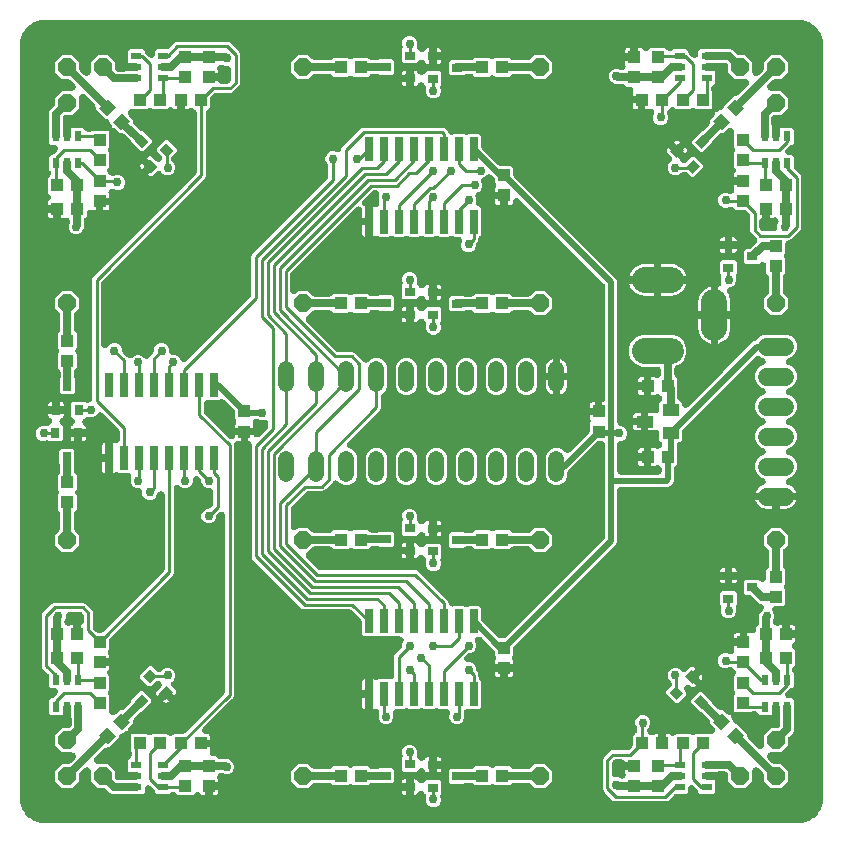
<source format=gbr>
G04 EAGLE Gerber RS-274X export*
G75*
%MOMM*%
%FSLAX34Y34*%
%LPD*%
%INBottom Copper*%
%IPPOS*%
%AMOC8*
5,1,8,0,0,1.08239X$1,22.5*%
G01*
%ADD10R,1.100000X1.000000*%
%ADD11R,1.000000X1.100000*%
%ADD12R,1.400000X1.000000*%
%ADD13R,0.660400X2.032000*%
%ADD14C,2.184400*%
%ADD15P,1.649562X8X202.500000*%
%ADD16C,1.524000*%
%ADD17R,0.787400X0.889000*%
%ADD18R,0.889000X0.787400*%
%ADD19R,0.900000X0.600000*%
%ADD20R,0.600000X0.900000*%
%ADD21C,1.320800*%
%ADD22C,0.254000*%
%ADD23C,0.756400*%
%ADD24C,0.635000*%
%ADD25C,0.508000*%

G36*
X670080Y10167D02*
X670080Y10167D01*
X670208Y10168D01*
X672383Y10310D01*
X672496Y10327D01*
X672610Y10333D01*
X672787Y10369D01*
X672881Y10383D01*
X672929Y10398D01*
X672997Y10411D01*
X677199Y11537D01*
X677404Y11610D01*
X677611Y11679D01*
X677646Y11696D01*
X677673Y11706D01*
X677753Y11750D01*
X677965Y11855D01*
X681732Y14030D01*
X681911Y14153D01*
X682094Y14273D01*
X682123Y14299D01*
X682147Y14315D01*
X682213Y14378D01*
X682390Y14534D01*
X685466Y17610D01*
X685607Y17776D01*
X685752Y17939D01*
X685773Y17971D01*
X685792Y17994D01*
X685840Y18071D01*
X685970Y18268D01*
X688145Y22035D01*
X688239Y22232D01*
X688337Y22427D01*
X688349Y22464D01*
X688362Y22490D01*
X688387Y22577D01*
X688463Y22801D01*
X689589Y27003D01*
X689609Y27115D01*
X689640Y27226D01*
X689663Y27405D01*
X689680Y27498D01*
X689681Y27548D01*
X689690Y27617D01*
X689832Y29792D01*
X689831Y29873D01*
X689839Y30000D01*
X689839Y670000D01*
X689833Y670080D01*
X689832Y670208D01*
X689690Y672383D01*
X689673Y672496D01*
X689667Y672610D01*
X689631Y672787D01*
X689617Y672881D01*
X689602Y672929D01*
X689589Y672997D01*
X688463Y677199D01*
X688390Y677404D01*
X688321Y677611D01*
X688304Y677646D01*
X688294Y677673D01*
X688250Y677753D01*
X688145Y677965D01*
X685970Y681732D01*
X685847Y681911D01*
X685727Y682094D01*
X685701Y682123D01*
X685685Y682147D01*
X685622Y682213D01*
X685466Y682390D01*
X682390Y685466D01*
X682224Y685607D01*
X682061Y685752D01*
X682029Y685773D01*
X682006Y685792D01*
X681929Y685840D01*
X681732Y685970D01*
X677965Y688145D01*
X677768Y688239D01*
X677573Y688337D01*
X677536Y688349D01*
X677510Y688362D01*
X677423Y688387D01*
X677199Y688463D01*
X672997Y689589D01*
X672885Y689609D01*
X672774Y689640D01*
X672595Y689663D01*
X672502Y689680D01*
X672452Y689681D01*
X672383Y689690D01*
X670208Y689832D01*
X670127Y689831D01*
X670000Y689839D01*
X30000Y689839D01*
X29920Y689833D01*
X29792Y689832D01*
X27617Y689690D01*
X27504Y689673D01*
X27390Y689667D01*
X27213Y689631D01*
X27119Y689617D01*
X27071Y689602D01*
X27003Y689589D01*
X22801Y688463D01*
X22596Y688390D01*
X22389Y688321D01*
X22354Y688304D01*
X22327Y688294D01*
X22247Y688250D01*
X22035Y688145D01*
X18268Y685970D01*
X18089Y685847D01*
X17906Y685727D01*
X17877Y685701D01*
X17853Y685685D01*
X17787Y685622D01*
X17610Y685466D01*
X14534Y682390D01*
X14393Y682224D01*
X14248Y682061D01*
X14227Y682029D01*
X14208Y682006D01*
X14160Y681929D01*
X14030Y681732D01*
X11855Y677965D01*
X11761Y677768D01*
X11663Y677573D01*
X11651Y677536D01*
X11638Y677510D01*
X11613Y677423D01*
X11537Y677199D01*
X10411Y672997D01*
X10391Y672885D01*
X10360Y672774D01*
X10337Y672595D01*
X10320Y672502D01*
X10319Y672452D01*
X10310Y672383D01*
X10168Y670208D01*
X10169Y670127D01*
X10161Y670000D01*
X10161Y30000D01*
X10167Y29920D01*
X10168Y29792D01*
X10310Y27617D01*
X10327Y27504D01*
X10333Y27390D01*
X10369Y27213D01*
X10383Y27119D01*
X10398Y27071D01*
X10411Y27003D01*
X11537Y22801D01*
X11610Y22596D01*
X11679Y22389D01*
X11696Y22354D01*
X11706Y22327D01*
X11750Y22247D01*
X11855Y22035D01*
X14030Y18268D01*
X14153Y18089D01*
X14273Y17906D01*
X14299Y17877D01*
X14315Y17853D01*
X14378Y17787D01*
X14534Y17610D01*
X17610Y14534D01*
X17776Y14393D01*
X17939Y14248D01*
X17971Y14227D01*
X17994Y14208D01*
X18071Y14160D01*
X18268Y14030D01*
X22035Y11855D01*
X22128Y11811D01*
X22216Y11758D01*
X22323Y11715D01*
X22427Y11663D01*
X22464Y11651D01*
X22490Y11638D01*
X22577Y11613D01*
X22596Y11606D01*
X22683Y11571D01*
X22733Y11560D01*
X22801Y11537D01*
X27003Y10411D01*
X27115Y10391D01*
X27226Y10360D01*
X27405Y10337D01*
X27498Y10320D01*
X27548Y10319D01*
X27617Y10310D01*
X29792Y10168D01*
X29873Y10169D01*
X30000Y10161D01*
X670000Y10161D01*
X670080Y10167D01*
G37*
%LPC*%
G36*
X164666Y33459D02*
X164666Y33459D01*
X164019Y33632D01*
X163440Y33967D01*
X162967Y34440D01*
X162863Y34619D01*
X162755Y34776D01*
X162653Y34937D01*
X162613Y34983D01*
X162578Y35034D01*
X162446Y35172D01*
X162320Y35315D01*
X162273Y35354D01*
X162230Y35398D01*
X162079Y35514D01*
X161931Y35635D01*
X161879Y35666D01*
X161830Y35703D01*
X161661Y35793D01*
X161497Y35890D01*
X161440Y35912D01*
X161386Y35941D01*
X161206Y36003D01*
X161028Y36072D01*
X160968Y36085D01*
X160910Y36105D01*
X160722Y36138D01*
X160535Y36178D01*
X160474Y36182D01*
X160414Y36192D01*
X160223Y36195D01*
X160033Y36205D01*
X159972Y36199D01*
X159910Y36200D01*
X159721Y36172D01*
X159532Y36153D01*
X159473Y36137D01*
X159412Y36128D01*
X159230Y36071D01*
X159046Y36021D01*
X158990Y35996D01*
X158931Y35978D01*
X158761Y35893D01*
X158587Y35815D01*
X158535Y35781D01*
X158480Y35754D01*
X158325Y35643D01*
X158166Y35538D01*
X158112Y35491D01*
X158071Y35461D01*
X158003Y35395D01*
X157870Y35277D01*
X156552Y33959D01*
X143448Y33959D01*
X141995Y35412D01*
X141974Y35430D01*
X141956Y35451D01*
X141782Y35593D01*
X141611Y35739D01*
X141588Y35753D01*
X141567Y35771D01*
X141373Y35884D01*
X141181Y36001D01*
X141156Y36011D01*
X141132Y36025D01*
X140924Y36107D01*
X140715Y36192D01*
X140689Y36198D01*
X140663Y36208D01*
X140444Y36255D01*
X140225Y36306D01*
X140198Y36308D01*
X140171Y36314D01*
X139947Y36326D01*
X139723Y36342D01*
X139696Y36340D01*
X139668Y36341D01*
X139446Y36318D01*
X139221Y36298D01*
X139195Y36291D01*
X139168Y36288D01*
X138952Y36230D01*
X138733Y36175D01*
X138708Y36164D01*
X138681Y36157D01*
X138477Y36065D01*
X138270Y35976D01*
X138247Y35961D01*
X138222Y35950D01*
X138034Y35827D01*
X137845Y35707D01*
X137824Y35689D01*
X137801Y35674D01*
X137505Y35412D01*
X137052Y34959D01*
X125948Y34959D01*
X124455Y36452D01*
X124436Y36628D01*
X124419Y36839D01*
X124410Y36878D01*
X124405Y36919D01*
X124350Y37123D01*
X124301Y37328D01*
X124285Y37366D01*
X124274Y37405D01*
X124187Y37598D01*
X124106Y37792D01*
X124084Y37827D01*
X124067Y37864D01*
X123952Y38041D01*
X123840Y38220D01*
X123813Y38251D01*
X123791Y38285D01*
X123530Y38581D01*
X120960Y41151D01*
X120949Y41160D01*
X120940Y41171D01*
X120758Y41323D01*
X120576Y41478D01*
X120565Y41485D01*
X120554Y41494D01*
X120350Y41616D01*
X120146Y41740D01*
X120134Y41745D01*
X120122Y41752D01*
X119902Y41840D01*
X119680Y41931D01*
X119667Y41934D01*
X119654Y41939D01*
X119423Y41991D01*
X119190Y42045D01*
X119176Y42046D01*
X119163Y42049D01*
X118925Y42064D01*
X118688Y42081D01*
X118674Y42080D01*
X118661Y42081D01*
X118423Y42058D01*
X118186Y42037D01*
X118173Y42033D01*
X118159Y42032D01*
X117929Y41972D01*
X117698Y41914D01*
X117685Y41908D01*
X117672Y41905D01*
X117454Y41809D01*
X117235Y41715D01*
X117224Y41708D01*
X117211Y41702D01*
X117010Y41572D01*
X116810Y41446D01*
X116800Y41437D01*
X116788Y41429D01*
X116610Y41270D01*
X116432Y41113D01*
X116424Y41102D01*
X116413Y41093D01*
X116265Y40909D01*
X116112Y40724D01*
X116105Y40712D01*
X116097Y40701D01*
X115979Y40496D01*
X115858Y40289D01*
X115853Y40277D01*
X115846Y40265D01*
X115762Y40042D01*
X115675Y39820D01*
X115672Y39807D01*
X115667Y39794D01*
X115619Y39559D01*
X115569Y39328D01*
X115568Y39314D01*
X115565Y39301D01*
X115541Y38907D01*
X115541Y36448D01*
X114052Y34959D01*
X110691Y34959D01*
X110518Y34946D01*
X110344Y34940D01*
X110267Y34926D01*
X110189Y34919D01*
X110020Y34878D01*
X109850Y34846D01*
X109762Y34816D01*
X109700Y34801D01*
X109661Y34784D01*
X88363Y34784D01*
X86262Y35654D01*
X83007Y38910D01*
X82976Y38936D01*
X82949Y38967D01*
X82785Y39099D01*
X82624Y39236D01*
X82589Y39258D01*
X82557Y39283D01*
X82375Y39388D01*
X82194Y39498D01*
X82156Y39514D01*
X82121Y39534D01*
X81924Y39609D01*
X81728Y39689D01*
X81688Y39698D01*
X81650Y39713D01*
X81443Y39755D01*
X81238Y39804D01*
X81197Y39806D01*
X81157Y39815D01*
X80763Y39839D01*
X75791Y39839D01*
X69839Y45791D01*
X69839Y54093D01*
X69838Y54106D01*
X69839Y54120D01*
X69818Y54356D01*
X69799Y54595D01*
X69796Y54608D01*
X69795Y54622D01*
X69737Y54852D01*
X69681Y55084D01*
X69675Y55097D01*
X69672Y55110D01*
X69578Y55328D01*
X69486Y55548D01*
X69479Y55560D01*
X69473Y55572D01*
X69346Y55774D01*
X69220Y55976D01*
X69211Y55986D01*
X69204Y55998D01*
X69047Y56176D01*
X68890Y56356D01*
X68880Y56365D01*
X68871Y56375D01*
X68689Y56525D01*
X68504Y56680D01*
X68492Y56687D01*
X68482Y56695D01*
X68277Y56816D01*
X68072Y56938D01*
X68059Y56943D01*
X68048Y56950D01*
X67825Y57037D01*
X67604Y57125D01*
X67591Y57128D01*
X67578Y57133D01*
X67345Y57183D01*
X67113Y57235D01*
X67099Y57236D01*
X67086Y57239D01*
X66850Y57252D01*
X66611Y57266D01*
X66597Y57265D01*
X66583Y57266D01*
X66348Y57241D01*
X66109Y57218D01*
X66096Y57214D01*
X66083Y57213D01*
X65853Y57151D01*
X65622Y57091D01*
X65610Y57085D01*
X65596Y57082D01*
X65380Y56984D01*
X65161Y56888D01*
X65150Y56881D01*
X65137Y56875D01*
X64941Y56746D01*
X64738Y56615D01*
X64728Y56606D01*
X64717Y56599D01*
X64420Y56337D01*
X61090Y53007D01*
X61064Y52976D01*
X61033Y52949D01*
X60900Y52784D01*
X60764Y52624D01*
X60743Y52589D01*
X60717Y52557D01*
X60612Y52374D01*
X60502Y52194D01*
X60486Y52156D01*
X60466Y52121D01*
X60391Y51924D01*
X60311Y51728D01*
X60302Y51688D01*
X60287Y51650D01*
X60245Y51443D01*
X60196Y51238D01*
X60194Y51197D01*
X60185Y51157D01*
X60161Y50763D01*
X60161Y45791D01*
X54209Y39839D01*
X45791Y39839D01*
X39839Y45791D01*
X39839Y54209D01*
X45791Y60161D01*
X50763Y60161D01*
X50804Y60164D01*
X50844Y60162D01*
X51054Y60184D01*
X51265Y60201D01*
X51304Y60210D01*
X51345Y60215D01*
X51549Y60270D01*
X51754Y60319D01*
X51792Y60335D01*
X51831Y60346D01*
X52024Y60433D01*
X52218Y60514D01*
X52253Y60536D01*
X52290Y60553D01*
X52467Y60668D01*
X52646Y60780D01*
X52677Y60807D01*
X52711Y60829D01*
X53007Y61090D01*
X56337Y64420D01*
X56346Y64431D01*
X56356Y64440D01*
X56510Y64623D01*
X56664Y64804D01*
X56671Y64815D01*
X56680Y64826D01*
X56802Y65030D01*
X56926Y65234D01*
X56931Y65246D01*
X56938Y65258D01*
X57026Y65479D01*
X57117Y65700D01*
X57120Y65713D01*
X57125Y65726D01*
X57177Y65958D01*
X57231Y66190D01*
X57232Y66204D01*
X57235Y66217D01*
X57250Y66455D01*
X57267Y66692D01*
X57266Y66706D01*
X57266Y66719D01*
X57244Y66957D01*
X57223Y67194D01*
X57219Y67207D01*
X57218Y67221D01*
X57158Y67451D01*
X57100Y67682D01*
X57094Y67695D01*
X57091Y67708D01*
X56995Y67926D01*
X56901Y68145D01*
X56894Y68156D01*
X56888Y68169D01*
X56758Y68370D01*
X56632Y68570D01*
X56623Y68580D01*
X56615Y68592D01*
X56455Y68771D01*
X56298Y68948D01*
X56288Y68956D01*
X56279Y68967D01*
X56094Y69116D01*
X55910Y69268D01*
X55898Y69275D01*
X55887Y69283D01*
X55682Y69401D01*
X55475Y69522D01*
X55462Y69527D01*
X55451Y69534D01*
X55228Y69618D01*
X55006Y69705D01*
X54993Y69708D01*
X54980Y69713D01*
X54746Y69761D01*
X54514Y69811D01*
X54500Y69812D01*
X54487Y69815D01*
X54093Y69839D01*
X45791Y69839D01*
X39839Y75791D01*
X39839Y84209D01*
X45791Y90161D01*
X50610Y90161D01*
X50637Y90163D01*
X50664Y90161D01*
X50888Y90183D01*
X51112Y90201D01*
X51138Y90207D01*
X51166Y90210D01*
X51384Y90267D01*
X51601Y90319D01*
X51626Y90330D01*
X51653Y90337D01*
X51859Y90428D01*
X52066Y90514D01*
X52089Y90529D01*
X52114Y90540D01*
X52303Y90662D01*
X52493Y90780D01*
X52514Y90798D01*
X52537Y90813D01*
X52704Y90963D01*
X52874Y91110D01*
X52891Y91131D01*
X52912Y91149D01*
X53053Y91324D01*
X53197Y91496D01*
X53211Y91519D01*
X53228Y91540D01*
X53340Y91735D01*
X53455Y91928D01*
X53466Y91953D01*
X53479Y91977D01*
X53559Y92187D01*
X53642Y92396D01*
X53648Y92422D01*
X53658Y92448D01*
X53703Y92668D01*
X53752Y92887D01*
X53754Y92914D01*
X53760Y92941D01*
X53784Y93335D01*
X53784Y98285D01*
X53782Y98312D01*
X53784Y98339D01*
X53762Y98563D01*
X53744Y98787D01*
X53738Y98813D01*
X53735Y98841D01*
X53678Y99059D01*
X53626Y99276D01*
X53615Y99301D01*
X53608Y99328D01*
X53517Y99534D01*
X53431Y99741D01*
X53416Y99764D01*
X53405Y99789D01*
X53283Y99978D01*
X53174Y100154D01*
X53174Y108500D01*
X53172Y108527D01*
X53174Y108554D01*
X53152Y108778D01*
X53134Y109002D01*
X53128Y109028D01*
X53125Y109055D01*
X53068Y109273D01*
X53016Y109491D01*
X53005Y109516D01*
X52998Y109543D01*
X52907Y109749D01*
X52821Y109955D01*
X52807Y109978D01*
X52796Y110003D01*
X52674Y110193D01*
X52555Y110383D01*
X52537Y110404D01*
X52523Y110427D01*
X52372Y110594D01*
X52225Y110763D01*
X52204Y110781D01*
X52186Y110801D01*
X52012Y110942D01*
X51839Y111087D01*
X51816Y111101D01*
X51795Y111118D01*
X51600Y111230D01*
X51407Y111345D01*
X51382Y111355D01*
X51358Y111369D01*
X51148Y111448D01*
X50940Y111532D01*
X50913Y111538D01*
X50887Y111547D01*
X50667Y111593D01*
X50448Y111642D01*
X50421Y111644D01*
X50394Y111649D01*
X50000Y111674D01*
X49973Y111672D01*
X49946Y111673D01*
X49945Y111673D01*
X49721Y111652D01*
X49498Y111634D01*
X49471Y111628D01*
X49444Y111625D01*
X49226Y111568D01*
X49009Y111515D01*
X48983Y111505D01*
X48957Y111498D01*
X48751Y111407D01*
X48544Y111320D01*
X48521Y111306D01*
X48496Y111295D01*
X48307Y111173D01*
X48116Y111055D01*
X48096Y111037D01*
X48073Y111022D01*
X47906Y110872D01*
X47736Y110725D01*
X47719Y110704D01*
X47698Y110686D01*
X47557Y110511D01*
X47413Y110339D01*
X47399Y110315D01*
X47382Y110294D01*
X47270Y110100D01*
X47154Y109907D01*
X47144Y109881D01*
X47131Y109858D01*
X47051Y109648D01*
X46968Y109439D01*
X46962Y109412D01*
X46952Y109387D01*
X46907Y109167D01*
X46857Y108948D01*
X46856Y108920D01*
X46850Y108894D01*
X46826Y108500D01*
X46826Y101459D01*
X46619Y101459D01*
X46568Y101469D01*
X46368Y101512D01*
X46321Y101514D01*
X46274Y101523D01*
X46070Y101528D01*
X45865Y101539D01*
X45818Y101534D01*
X45771Y101535D01*
X45568Y101507D01*
X45365Y101486D01*
X45319Y101473D01*
X45272Y101467D01*
X45247Y101459D01*
X36448Y101459D01*
X34959Y102948D01*
X34959Y114052D01*
X36452Y115545D01*
X36628Y115564D01*
X36839Y115581D01*
X36879Y115590D01*
X36919Y115595D01*
X37123Y115650D01*
X37328Y115699D01*
X37366Y115715D01*
X37405Y115726D01*
X37598Y115813D01*
X37792Y115894D01*
X37827Y115916D01*
X37865Y115933D01*
X38041Y116049D01*
X38220Y116160D01*
X38251Y116187D01*
X38285Y116209D01*
X38581Y116470D01*
X41151Y119040D01*
X41160Y119051D01*
X41171Y119060D01*
X41323Y119242D01*
X41478Y119424D01*
X41485Y119435D01*
X41494Y119446D01*
X41615Y119649D01*
X41740Y119854D01*
X41745Y119866D01*
X41752Y119878D01*
X41840Y120097D01*
X41931Y120320D01*
X41934Y120333D01*
X41939Y120346D01*
X41991Y120576D01*
X42045Y120810D01*
X42046Y120824D01*
X42049Y120837D01*
X42064Y121076D01*
X42081Y121312D01*
X42080Y121326D01*
X42081Y121339D01*
X42058Y121577D01*
X42037Y121814D01*
X42033Y121827D01*
X42032Y121841D01*
X41972Y122071D01*
X41914Y122302D01*
X41908Y122315D01*
X41905Y122328D01*
X41809Y122546D01*
X41715Y122765D01*
X41708Y122776D01*
X41702Y122789D01*
X41573Y122989D01*
X41446Y123190D01*
X41437Y123200D01*
X41429Y123212D01*
X41270Y123390D01*
X41112Y123568D01*
X41102Y123576D01*
X41093Y123587D01*
X40907Y123737D01*
X40724Y123888D01*
X40712Y123895D01*
X40701Y123903D01*
X40495Y124022D01*
X40289Y124142D01*
X40277Y124147D01*
X40265Y124154D01*
X40043Y124238D01*
X39820Y124325D01*
X39807Y124328D01*
X39794Y124333D01*
X39561Y124381D01*
X39328Y124431D01*
X39314Y124432D01*
X39301Y124435D01*
X38907Y124459D01*
X36448Y124459D01*
X34959Y125948D01*
X34959Y133949D01*
X34956Y133989D01*
X34958Y134030D01*
X34936Y134240D01*
X34919Y134451D01*
X34910Y134490D01*
X34905Y134531D01*
X34850Y134735D01*
X34801Y134940D01*
X34785Y134978D01*
X34774Y135017D01*
X34687Y135210D01*
X34606Y135404D01*
X34584Y135439D01*
X34567Y135476D01*
X34451Y135653D01*
X34340Y135832D01*
X34313Y135863D01*
X34291Y135897D01*
X34030Y136193D01*
X28959Y141263D01*
X28379Y142664D01*
X28379Y186185D01*
X28959Y187585D01*
X37197Y195823D01*
X38597Y196403D01*
X63903Y196403D01*
X65303Y195823D01*
X71041Y190085D01*
X71621Y188685D01*
X71621Y176083D01*
X71624Y176042D01*
X71622Y176002D01*
X71644Y175792D01*
X71661Y175581D01*
X71670Y175542D01*
X71675Y175501D01*
X71730Y175297D01*
X71779Y175092D01*
X71795Y175054D01*
X71806Y175015D01*
X71893Y174822D01*
X71974Y174628D01*
X71996Y174593D01*
X72013Y174556D01*
X72128Y174379D01*
X72240Y174200D01*
X72267Y174169D01*
X72289Y174135D01*
X72550Y173839D01*
X74419Y171970D01*
X74450Y171944D01*
X74477Y171913D01*
X74641Y171781D01*
X74802Y171644D01*
X74837Y171622D01*
X74869Y171597D01*
X75052Y171492D01*
X75232Y171382D01*
X75270Y171366D01*
X75305Y171346D01*
X75502Y171271D01*
X75698Y171191D01*
X75738Y171182D01*
X75776Y171167D01*
X75982Y171125D01*
X76188Y171076D01*
X76229Y171074D01*
X76269Y171065D01*
X76663Y171041D01*
X78337Y171041D01*
X78378Y171044D01*
X78418Y171042D01*
X78628Y171064D01*
X78839Y171081D01*
X78879Y171090D01*
X78919Y171095D01*
X79123Y171150D01*
X79328Y171199D01*
X79366Y171215D01*
X79405Y171226D01*
X79598Y171313D01*
X79792Y171394D01*
X79827Y171416D01*
X79865Y171433D01*
X80041Y171549D01*
X80220Y171660D01*
X80251Y171687D01*
X80285Y171709D01*
X80581Y171970D01*
X131610Y222999D01*
X131636Y223030D01*
X131667Y223057D01*
X131799Y223221D01*
X131936Y223382D01*
X131958Y223417D01*
X131983Y223449D01*
X132088Y223631D01*
X132198Y223812D01*
X132214Y223850D01*
X132234Y223885D01*
X132309Y224082D01*
X132389Y224278D01*
X132398Y224318D01*
X132413Y224356D01*
X132455Y224563D01*
X132504Y224768D01*
X132506Y224809D01*
X132515Y224849D01*
X132539Y225243D01*
X132539Y287792D01*
X132529Y287925D01*
X132528Y288058D01*
X132509Y288175D01*
X132499Y288294D01*
X132468Y288424D01*
X132446Y288555D01*
X132409Y288668D01*
X132381Y288784D01*
X132329Y288906D01*
X132287Y289032D01*
X132232Y289138D01*
X132186Y289248D01*
X132116Y289361D01*
X132054Y289479D01*
X131983Y289574D01*
X131920Y289676D01*
X131833Y289776D01*
X131754Y289883D01*
X131668Y289966D01*
X131590Y290056D01*
X131488Y290142D01*
X131393Y290234D01*
X131296Y290303D01*
X131204Y290379D01*
X131090Y290448D01*
X130982Y290524D01*
X130874Y290577D01*
X130772Y290638D01*
X130649Y290687D01*
X130529Y290745D01*
X130415Y290780D01*
X130304Y290824D01*
X130175Y290854D01*
X130048Y290892D01*
X129929Y290909D01*
X129813Y290935D01*
X129681Y290943D01*
X129549Y290961D01*
X129429Y290959D01*
X129311Y290966D01*
X129178Y290953D01*
X129045Y290951D01*
X128928Y290929D01*
X128809Y290918D01*
X128681Y290884D01*
X128550Y290860D01*
X128438Y290821D01*
X128322Y290790D01*
X128200Y290737D01*
X128075Y290693D01*
X127970Y290636D01*
X127861Y290588D01*
X127750Y290516D01*
X127633Y290452D01*
X127538Y290379D01*
X127438Y290315D01*
X127339Y290226D01*
X127234Y290145D01*
X127152Y290058D01*
X127063Y289978D01*
X126980Y289875D01*
X126889Y289778D01*
X126822Y289680D01*
X126747Y289587D01*
X126681Y289472D01*
X126606Y289362D01*
X126540Y289227D01*
X126496Y289150D01*
X126473Y289091D01*
X126432Y289007D01*
X125360Y286418D01*
X123582Y284640D01*
X121258Y283677D01*
X118742Y283677D01*
X116418Y284640D01*
X114640Y286418D01*
X113677Y288742D01*
X113677Y290503D01*
X113675Y290530D01*
X113677Y290557D01*
X113655Y290781D01*
X113637Y291005D01*
X113631Y291031D01*
X113628Y291059D01*
X113571Y291277D01*
X113519Y291494D01*
X113508Y291519D01*
X113501Y291546D01*
X113410Y291752D01*
X113324Y291959D01*
X113309Y291982D01*
X113298Y292007D01*
X113176Y292196D01*
X113058Y292386D01*
X113040Y292407D01*
X113025Y292430D01*
X112875Y292597D01*
X112728Y292767D01*
X112707Y292784D01*
X112689Y292805D01*
X112514Y292946D01*
X112342Y293090D01*
X112319Y293104D01*
X112298Y293121D01*
X112103Y293233D01*
X111910Y293348D01*
X111885Y293359D01*
X111861Y293372D01*
X111651Y293452D01*
X111442Y293535D01*
X111416Y293541D01*
X111390Y293551D01*
X111170Y293596D01*
X110951Y293645D01*
X110924Y293647D01*
X110897Y293653D01*
X110503Y293677D01*
X108742Y293677D01*
X106418Y294640D01*
X104640Y296418D01*
X103677Y298742D01*
X103677Y301258D01*
X104058Y302176D01*
X104103Y302316D01*
X104157Y302452D01*
X104180Y302555D01*
X104213Y302655D01*
X104236Y302800D01*
X104268Y302943D01*
X104274Y303048D01*
X104290Y303153D01*
X104290Y303299D01*
X104299Y303445D01*
X104289Y303551D01*
X104288Y303656D01*
X104265Y303801D01*
X104250Y303947D01*
X104224Y304049D01*
X104207Y304153D01*
X104160Y304292D01*
X104123Y304434D01*
X104081Y304531D01*
X104047Y304631D01*
X103980Y304761D01*
X103921Y304895D01*
X103863Y304984D01*
X103814Y305077D01*
X103727Y305195D01*
X103648Y305318D01*
X103577Y305397D01*
X103514Y305481D01*
X103409Y305583D01*
X103311Y305693D01*
X103229Y305759D01*
X103153Y305833D01*
X103034Y305917D01*
X102920Y306009D01*
X102828Y306062D01*
X102742Y306123D01*
X102610Y306187D01*
X102483Y306260D01*
X102384Y306298D01*
X102289Y306344D01*
X102149Y306387D01*
X102012Y306439D01*
X101909Y306460D01*
X101808Y306491D01*
X101663Y306511D01*
X101519Y306541D01*
X101390Y306549D01*
X101309Y306560D01*
X101236Y306558D01*
X101125Y306565D01*
X93883Y306565D01*
X93851Y306597D01*
X93742Y306678D01*
X93638Y306767D01*
X93539Y306827D01*
X93445Y306895D01*
X93324Y306958D01*
X93208Y307029D01*
X93101Y307072D01*
X92998Y307125D01*
X92868Y307168D01*
X92742Y307219D01*
X92629Y307246D01*
X92519Y307282D01*
X92384Y307303D01*
X92251Y307334D01*
X92136Y307342D01*
X92021Y307360D01*
X91885Y307360D01*
X91749Y307369D01*
X91634Y307359D01*
X91518Y307359D01*
X91383Y307337D01*
X91248Y307325D01*
X91135Y307297D01*
X91021Y307278D01*
X90892Y307236D01*
X90759Y307202D01*
X90653Y307156D01*
X90543Y307120D01*
X90384Y307041D01*
X90297Y307004D01*
X90253Y306976D01*
X90189Y306944D01*
X89833Y306738D01*
X89186Y306565D01*
X88724Y306565D01*
X88724Y319266D01*
X88724Y331967D01*
X89186Y331967D01*
X89857Y331787D01*
X89858Y331787D01*
X89997Y331731D01*
X90132Y331667D01*
X90231Y331638D01*
X90326Y331600D01*
X90472Y331567D01*
X90615Y331525D01*
X90717Y331512D01*
X90817Y331489D01*
X90967Y331480D01*
X91115Y331461D01*
X91217Y331465D01*
X91319Y331458D01*
X91469Y331473D01*
X91618Y331477D01*
X91718Y331497D01*
X91821Y331507D01*
X91966Y331545D01*
X92113Y331573D01*
X92209Y331608D01*
X92308Y331634D01*
X92445Y331694D01*
X92586Y331745D01*
X92675Y331795D01*
X92769Y331836D01*
X92895Y331918D01*
X93025Y331991D01*
X93106Y332054D01*
X93192Y332109D01*
X93303Y332209D01*
X93421Y332302D01*
X93490Y332377D01*
X93567Y332446D01*
X93661Y332562D01*
X93762Y332672D01*
X93819Y332758D01*
X93883Y332837D01*
X93958Y332967D01*
X94041Y333092D01*
X94083Y333185D01*
X94134Y333274D01*
X94187Y333414D01*
X94249Y333550D01*
X94276Y333649D01*
X94313Y333745D01*
X94343Y333891D01*
X94383Y334036D01*
X94394Y334138D01*
X94415Y334238D01*
X94427Y334441D01*
X94438Y334536D01*
X94436Y334577D01*
X94439Y334632D01*
X94439Y341357D01*
X94436Y341398D01*
X94438Y341438D01*
X94416Y341648D01*
X94399Y341859D01*
X94390Y341899D01*
X94385Y341939D01*
X94330Y342143D01*
X94281Y342348D01*
X94265Y342386D01*
X94254Y342425D01*
X94167Y342618D01*
X94086Y342812D01*
X94064Y342847D01*
X94047Y342884D01*
X93932Y343061D01*
X93820Y343240D01*
X93793Y343271D01*
X93771Y343305D01*
X93510Y343601D01*
X80271Y356840D01*
X80250Y356858D01*
X80232Y356878D01*
X80059Y357021D01*
X79888Y357167D01*
X79864Y357181D01*
X79843Y357198D01*
X79650Y357311D01*
X79458Y357429D01*
X79432Y357439D01*
X79409Y357453D01*
X79200Y357534D01*
X78992Y357619D01*
X78965Y357626D01*
X78940Y357636D01*
X78720Y357683D01*
X78501Y357734D01*
X78474Y357736D01*
X78447Y357742D01*
X78223Y357754D01*
X77999Y357770D01*
X77972Y357767D01*
X77945Y357769D01*
X77722Y357745D01*
X77497Y357725D01*
X77471Y357719D01*
X77444Y357716D01*
X77228Y357657D01*
X77009Y357602D01*
X76984Y357592D01*
X76958Y357585D01*
X76753Y357492D01*
X76547Y357404D01*
X76523Y357389D01*
X76499Y357378D01*
X76311Y357255D01*
X76121Y357134D01*
X76100Y357116D01*
X76078Y357101D01*
X75782Y356840D01*
X73581Y354640D01*
X71258Y353677D01*
X68742Y353677D01*
X68564Y353751D01*
X68412Y353801D01*
X68262Y353859D01*
X68172Y353878D01*
X68085Y353906D01*
X67926Y353931D01*
X67770Y353965D01*
X67678Y353970D01*
X67587Y353984D01*
X67427Y353983D01*
X67267Y353992D01*
X67176Y353982D01*
X67084Y353982D01*
X66925Y353956D01*
X66766Y353939D01*
X66678Y353915D01*
X66587Y353900D01*
X66435Y353849D01*
X66280Y353808D01*
X66196Y353770D01*
X66109Y353741D01*
X65967Y353667D01*
X65821Y353601D01*
X65744Y353551D01*
X65663Y353508D01*
X65534Y353412D01*
X65400Y353325D01*
X65317Y353251D01*
X65259Y353207D01*
X65202Y353149D01*
X65104Y353063D01*
X64558Y352517D01*
X64519Y352501D01*
X64369Y352407D01*
X64214Y352321D01*
X64155Y352275D01*
X64091Y352235D01*
X63957Y352119D01*
X63819Y352010D01*
X63768Y351954D01*
X63711Y351905D01*
X63597Y351769D01*
X63477Y351639D01*
X63436Y351577D01*
X63388Y351519D01*
X63297Y351367D01*
X63199Y351220D01*
X63168Y351151D01*
X63129Y351087D01*
X63064Y350923D01*
X62990Y350761D01*
X62971Y350689D01*
X62943Y350619D01*
X62904Y350446D01*
X62857Y350276D01*
X62849Y350201D01*
X62832Y350128D01*
X62821Y349951D01*
X62802Y349775D01*
X62806Y349700D01*
X62801Y349626D01*
X62818Y349449D01*
X62827Y349272D01*
X62842Y349199D01*
X62850Y349124D01*
X62894Y348953D01*
X62931Y348780D01*
X62958Y348710D01*
X62977Y348637D01*
X63048Y348475D01*
X63112Y348310D01*
X63149Y348245D01*
X63179Y348176D01*
X63275Y348027D01*
X63364Y347874D01*
X63412Y347816D01*
X63452Y347753D01*
X63571Y347621D01*
X63683Y347484D01*
X63739Y347434D01*
X63789Y347378D01*
X63927Y347267D01*
X64059Y347149D01*
X64132Y347100D01*
X64180Y347062D01*
X64258Y347017D01*
X64388Y346931D01*
X64895Y346638D01*
X65368Y346165D01*
X65703Y345586D01*
X65876Y344939D01*
X65876Y343334D01*
X59398Y343334D01*
X52920Y343334D01*
X52920Y344939D01*
X53093Y345586D01*
X53428Y346165D01*
X53901Y346638D01*
X54608Y347047D01*
X54626Y347053D01*
X54717Y347102D01*
X54811Y347143D01*
X54937Y347223D01*
X55068Y347294D01*
X55149Y347357D01*
X55236Y347412D01*
X55348Y347511D01*
X55467Y347602D01*
X55537Y347677D01*
X55614Y347745D01*
X55709Y347861D01*
X55811Y347970D01*
X55868Y348055D01*
X55934Y348134D01*
X56009Y348263D01*
X56093Y348387D01*
X56136Y348480D01*
X56188Y348568D01*
X56243Y348708D01*
X56306Y348843D01*
X56334Y348942D01*
X56371Y349038D01*
X56403Y349184D01*
X56443Y349328D01*
X56455Y349429D01*
X56477Y349530D01*
X56485Y349679D01*
X56503Y349828D01*
X56499Y349930D01*
X56504Y350033D01*
X56488Y350181D01*
X56482Y350331D01*
X56462Y350431D01*
X56451Y350533D01*
X56412Y350677D01*
X56383Y350824D01*
X56347Y350920D01*
X56320Y351019D01*
X56259Y351156D01*
X56206Y351296D01*
X56156Y351385D01*
X56113Y351479D01*
X56031Y351604D01*
X55957Y351734D01*
X55893Y351813D01*
X55837Y351899D01*
X55702Y352052D01*
X55642Y352126D01*
X55612Y352154D01*
X55575Y352195D01*
X53428Y354343D01*
X53428Y365337D01*
X54917Y366826D01*
X64898Y366826D01*
X65000Y366739D01*
X65115Y366629D01*
X65191Y366576D01*
X65261Y366516D01*
X65398Y366433D01*
X65530Y366342D01*
X65613Y366302D01*
X65691Y366254D01*
X65839Y366194D01*
X65984Y366125D01*
X66072Y366099D01*
X66157Y366064D01*
X66313Y366027D01*
X66467Y365982D01*
X66558Y365970D01*
X66648Y365949D01*
X66807Y365938D01*
X66966Y365917D01*
X67058Y365920D01*
X67150Y365913D01*
X67309Y365928D01*
X67469Y365932D01*
X67560Y365950D01*
X67651Y365958D01*
X67807Y365997D01*
X67964Y366027D01*
X68069Y366063D01*
X68140Y366081D01*
X68215Y366113D01*
X68337Y366155D01*
X69230Y366525D01*
X69372Y366597D01*
X69519Y366662D01*
X69596Y366712D01*
X69678Y366754D01*
X69807Y366848D01*
X69942Y366935D01*
X70010Y366996D01*
X70085Y367051D01*
X70197Y367164D01*
X70317Y367271D01*
X70375Y367343D01*
X70439Y367408D01*
X70532Y367538D01*
X70633Y367663D01*
X70679Y367743D01*
X70733Y367817D01*
X70804Y367961D01*
X70884Y368099D01*
X70917Y368185D01*
X70958Y368268D01*
X71006Y368420D01*
X71063Y368570D01*
X71081Y368660D01*
X71109Y368748D01*
X71132Y368906D01*
X71165Y369063D01*
X71172Y369174D01*
X71182Y369246D01*
X71181Y369328D01*
X71189Y369457D01*
X71189Y470758D01*
X71769Y472159D01*
X158760Y559149D01*
X158786Y559180D01*
X158817Y559207D01*
X158949Y559371D01*
X159086Y559532D01*
X159108Y559567D01*
X159133Y559599D01*
X159238Y559781D01*
X159348Y559962D01*
X159364Y560000D01*
X159384Y560035D01*
X159459Y560232D01*
X159539Y560428D01*
X159548Y560468D01*
X159563Y560506D01*
X159605Y560713D01*
X159654Y560918D01*
X159656Y560959D01*
X159665Y560999D01*
X159689Y561393D01*
X159689Y611285D01*
X159687Y611312D01*
X159689Y611339D01*
X159667Y611563D01*
X159649Y611787D01*
X159643Y611813D01*
X159640Y611841D01*
X159583Y612059D01*
X159531Y612276D01*
X159520Y612301D01*
X159513Y612328D01*
X159422Y612534D01*
X159336Y612741D01*
X159321Y612764D01*
X159310Y612789D01*
X159188Y612978D01*
X159070Y613168D01*
X159052Y613189D01*
X159037Y613212D01*
X158887Y613379D01*
X158740Y613549D01*
X158719Y613566D01*
X158701Y613587D01*
X158526Y613728D01*
X158354Y613872D01*
X158331Y613886D01*
X158310Y613903D01*
X158115Y614015D01*
X157922Y614130D01*
X157897Y614141D01*
X157873Y614154D01*
X157679Y614228D01*
X157242Y614665D01*
X157154Y614740D01*
X157073Y614822D01*
X156963Y614903D01*
X156859Y614991D01*
X156760Y615052D01*
X156667Y615120D01*
X156545Y615183D01*
X156429Y615253D01*
X156322Y615297D01*
X156219Y615350D01*
X156089Y615393D01*
X155963Y615444D01*
X155850Y615470D01*
X155740Y615506D01*
X155605Y615528D01*
X155473Y615559D01*
X155357Y615567D01*
X155243Y615585D01*
X155106Y615585D01*
X154970Y615594D01*
X154855Y615584D01*
X154739Y615584D01*
X154604Y615562D01*
X154469Y615550D01*
X154357Y615522D01*
X154242Y615503D01*
X154113Y615460D01*
X153981Y615427D01*
X153874Y615381D01*
X153764Y615345D01*
X153604Y615266D01*
X153518Y615228D01*
X153475Y615201D01*
X153410Y615169D01*
X152481Y614632D01*
X151834Y614459D01*
X149674Y614459D01*
X149674Y622500D01*
X149672Y622527D01*
X149674Y622554D01*
X149652Y622778D01*
X149634Y623002D01*
X149628Y623028D01*
X149625Y623055D01*
X149568Y623273D01*
X149516Y623491D01*
X149505Y623516D01*
X149498Y623543D01*
X149407Y623749D01*
X149321Y623955D01*
X149307Y623978D01*
X149296Y624003D01*
X149174Y624193D01*
X149055Y624383D01*
X149037Y624404D01*
X149023Y624427D01*
X148872Y624594D01*
X148725Y624763D01*
X148704Y624781D01*
X148686Y624801D01*
X148512Y624942D01*
X148339Y625087D01*
X148316Y625101D01*
X148295Y625118D01*
X148100Y625230D01*
X147907Y625345D01*
X147882Y625355D01*
X147858Y625369D01*
X147648Y625448D01*
X147440Y625532D01*
X147413Y625538D01*
X147387Y625547D01*
X147167Y625593D01*
X146948Y625642D01*
X146921Y625644D01*
X146894Y625649D01*
X146500Y625674D01*
X146473Y625672D01*
X146446Y625673D01*
X146445Y625673D01*
X146221Y625652D01*
X145998Y625634D01*
X145971Y625628D01*
X145944Y625625D01*
X145726Y625568D01*
X145509Y625515D01*
X145483Y625505D01*
X145457Y625498D01*
X145251Y625407D01*
X145044Y625320D01*
X145021Y625306D01*
X144996Y625295D01*
X144807Y625173D01*
X144616Y625055D01*
X144596Y625037D01*
X144573Y625022D01*
X144406Y624872D01*
X144236Y624725D01*
X144219Y624704D01*
X144198Y624686D01*
X144057Y624511D01*
X143913Y624339D01*
X143899Y624315D01*
X143882Y624294D01*
X143770Y624100D01*
X143654Y623907D01*
X143644Y623881D01*
X143631Y623858D01*
X143551Y623648D01*
X143468Y623439D01*
X143462Y623412D01*
X143452Y623387D01*
X143407Y623167D01*
X143357Y622948D01*
X143356Y622920D01*
X143350Y622894D01*
X143326Y622500D01*
X143326Y614459D01*
X141166Y614459D01*
X140519Y614632D01*
X139940Y614967D01*
X139745Y615162D01*
X139724Y615180D01*
X139706Y615201D01*
X139532Y615343D01*
X139361Y615489D01*
X139338Y615503D01*
X139317Y615521D01*
X139123Y615634D01*
X138931Y615751D01*
X138906Y615761D01*
X138883Y615775D01*
X138673Y615857D01*
X138465Y615942D01*
X138439Y615948D01*
X138413Y615958D01*
X138194Y616005D01*
X137975Y616056D01*
X137948Y616058D01*
X137921Y616064D01*
X137697Y616076D01*
X137473Y616092D01*
X137446Y616090D01*
X137418Y616091D01*
X137195Y616067D01*
X136971Y616048D01*
X136945Y616041D01*
X136918Y616038D01*
X136702Y615980D01*
X136483Y615925D01*
X136458Y615914D01*
X136431Y615907D01*
X136227Y615815D01*
X136020Y615726D01*
X135997Y615711D01*
X135972Y615700D01*
X135784Y615577D01*
X135595Y615457D01*
X135574Y615439D01*
X135552Y615424D01*
X135255Y615162D01*
X134552Y614459D01*
X122448Y614459D01*
X122245Y614662D01*
X122224Y614680D01*
X122206Y614701D01*
X122032Y614843D01*
X121861Y614989D01*
X121838Y615003D01*
X121817Y615021D01*
X121623Y615134D01*
X121431Y615251D01*
X121406Y615261D01*
X121382Y615275D01*
X121174Y615357D01*
X120965Y615442D01*
X120939Y615448D01*
X120913Y615458D01*
X120694Y615505D01*
X120475Y615556D01*
X120448Y615558D01*
X120421Y615564D01*
X120197Y615576D01*
X119973Y615592D01*
X119945Y615590D01*
X119918Y615591D01*
X119696Y615567D01*
X119471Y615548D01*
X119445Y615541D01*
X119417Y615538D01*
X119202Y615480D01*
X118983Y615425D01*
X118958Y615414D01*
X118931Y615407D01*
X118727Y615315D01*
X118520Y615226D01*
X118497Y615211D01*
X118472Y615200D01*
X118284Y615077D01*
X118095Y614957D01*
X118074Y614939D01*
X118051Y614924D01*
X117755Y614662D01*
X117552Y614459D01*
X104575Y614459D01*
X104562Y614458D01*
X104548Y614459D01*
X104312Y614438D01*
X104073Y614419D01*
X104060Y614416D01*
X104046Y614415D01*
X103817Y614357D01*
X103584Y614301D01*
X103571Y614295D01*
X103558Y614292D01*
X103340Y614198D01*
X103120Y614106D01*
X103108Y614099D01*
X103096Y614093D01*
X102894Y613966D01*
X102692Y613840D01*
X102682Y613831D01*
X102670Y613824D01*
X102492Y613667D01*
X102312Y613510D01*
X102303Y613500D01*
X102293Y613491D01*
X102142Y613307D01*
X101988Y613124D01*
X101981Y613112D01*
X101973Y613102D01*
X101852Y612896D01*
X101730Y612692D01*
X101725Y612679D01*
X101718Y612668D01*
X101630Y612443D01*
X101543Y612224D01*
X101540Y612211D01*
X101535Y612198D01*
X101485Y611965D01*
X101433Y611733D01*
X101432Y611719D01*
X101429Y611706D01*
X101416Y611470D01*
X101402Y611231D01*
X101403Y611217D01*
X101402Y611203D01*
X101427Y610967D01*
X101450Y610729D01*
X101454Y610716D01*
X101455Y610703D01*
X101517Y610474D01*
X101577Y610242D01*
X101583Y610230D01*
X101586Y610216D01*
X101683Y610000D01*
X101780Y609781D01*
X101787Y609770D01*
X101793Y609757D01*
X101923Y609559D01*
X102053Y609358D01*
X102062Y609348D01*
X102069Y609337D01*
X102331Y609040D01*
X105976Y605396D01*
X105976Y603422D01*
X105979Y603381D01*
X105977Y603341D01*
X105999Y603131D01*
X106016Y602920D01*
X106025Y602881D01*
X106030Y602840D01*
X106085Y602636D01*
X106135Y602431D01*
X106150Y602393D01*
X106161Y602354D01*
X106248Y602161D01*
X106329Y601967D01*
X106351Y601932D01*
X106368Y601895D01*
X106484Y601718D01*
X106595Y601539D01*
X106622Y601508D01*
X106644Y601474D01*
X106905Y601178D01*
X111322Y596761D01*
X111353Y596735D01*
X111381Y596704D01*
X111545Y596571D01*
X111705Y596435D01*
X111740Y596413D01*
X111772Y596387D01*
X111954Y596283D01*
X112135Y596173D01*
X112173Y596157D01*
X112209Y596137D01*
X112405Y596062D01*
X112601Y595982D01*
X112641Y595973D01*
X112679Y595958D01*
X112886Y595915D01*
X113092Y595867D01*
X113132Y595864D01*
X113173Y595856D01*
X113567Y595831D01*
X113689Y595831D01*
X121463Y588057D01*
X121463Y585952D01*
X114407Y578896D01*
X112302Y578896D01*
X104449Y586750D01*
X104419Y586860D01*
X104369Y587065D01*
X104353Y587103D01*
X104342Y587143D01*
X104256Y587336D01*
X104174Y587530D01*
X104153Y587564D01*
X104136Y587602D01*
X104020Y587779D01*
X103909Y587958D01*
X103882Y587989D01*
X103859Y588023D01*
X103598Y588319D01*
X98822Y593095D01*
X98791Y593121D01*
X98764Y593152D01*
X98600Y593284D01*
X98439Y593421D01*
X98404Y593443D01*
X98372Y593468D01*
X98190Y593573D01*
X98009Y593683D01*
X97971Y593699D01*
X97936Y593719D01*
X97739Y593794D01*
X97543Y593874D01*
X97503Y593883D01*
X97465Y593898D01*
X97258Y593940D01*
X97053Y593988D01*
X97012Y593991D01*
X96972Y594000D01*
X96578Y594024D01*
X94604Y594024D01*
X90960Y597669D01*
X90949Y597678D01*
X90940Y597688D01*
X90757Y597842D01*
X90576Y597996D01*
X90565Y598003D01*
X90554Y598012D01*
X90350Y598134D01*
X90146Y598258D01*
X90134Y598263D01*
X90122Y598270D01*
X89901Y598358D01*
X89680Y598449D01*
X89667Y598452D01*
X89654Y598457D01*
X89422Y598509D01*
X89190Y598563D01*
X89176Y598564D01*
X89163Y598567D01*
X88924Y598582D01*
X88688Y598599D01*
X88674Y598598D01*
X88661Y598598D01*
X88423Y598576D01*
X88186Y598555D01*
X88173Y598551D01*
X88159Y598550D01*
X88010Y598511D01*
X88015Y598533D01*
X88067Y598767D01*
X88068Y598781D01*
X88071Y598794D01*
X88084Y599030D01*
X88098Y599269D01*
X88097Y599283D01*
X88098Y599297D01*
X88073Y599531D01*
X88050Y599771D01*
X88046Y599784D01*
X88045Y599797D01*
X87983Y600027D01*
X87923Y600258D01*
X87917Y600270D01*
X87914Y600284D01*
X87816Y600500D01*
X87720Y600719D01*
X87713Y600730D01*
X87707Y600743D01*
X87577Y600940D01*
X87447Y601142D01*
X87438Y601152D01*
X87431Y601164D01*
X87169Y601460D01*
X86045Y602584D01*
X86045Y602871D01*
X86043Y602898D01*
X86045Y602925D01*
X86023Y603149D01*
X86005Y603373D01*
X85999Y603399D01*
X85996Y603426D01*
X85939Y603645D01*
X85886Y603862D01*
X85876Y603887D01*
X85869Y603914D01*
X85778Y604120D01*
X85692Y604326D01*
X85677Y604350D01*
X85666Y604375D01*
X85544Y604564D01*
X85426Y604754D01*
X85408Y604775D01*
X85393Y604798D01*
X85243Y604965D01*
X85096Y605135D01*
X85075Y605152D01*
X85057Y605172D01*
X84882Y605314D01*
X84710Y605458D01*
X84687Y605472D01*
X84665Y605489D01*
X84471Y605601D01*
X84278Y605716D01*
X84252Y605726D01*
X84229Y605740D01*
X84019Y605820D01*
X83810Y605903D01*
X83784Y605909D01*
X83758Y605919D01*
X83538Y605964D01*
X83319Y606013D01*
X83292Y606015D01*
X83265Y606021D01*
X82871Y606045D01*
X82584Y606045D01*
X74024Y614604D01*
X74024Y616578D01*
X74021Y616619D01*
X74023Y616659D01*
X74001Y616869D01*
X73984Y617080D01*
X73975Y617119D01*
X73970Y617160D01*
X73915Y617364D01*
X73866Y617569D01*
X73850Y617607D01*
X73839Y617646D01*
X73752Y617839D01*
X73671Y618033D01*
X73649Y618068D01*
X73632Y618105D01*
X73517Y618282D01*
X73405Y618461D01*
X73378Y618492D01*
X73356Y618526D01*
X73095Y618822D01*
X65580Y626337D01*
X65569Y626346D01*
X65560Y626356D01*
X65377Y626510D01*
X65196Y626664D01*
X65185Y626671D01*
X65174Y626680D01*
X64971Y626801D01*
X64766Y626926D01*
X64754Y626931D01*
X64742Y626938D01*
X64523Y627026D01*
X64300Y627117D01*
X64287Y627120D01*
X64274Y627125D01*
X64042Y627177D01*
X63810Y627231D01*
X63796Y627232D01*
X63783Y627235D01*
X63544Y627250D01*
X63308Y627267D01*
X63294Y627266D01*
X63281Y627266D01*
X63043Y627244D01*
X62806Y627223D01*
X62793Y627219D01*
X62779Y627218D01*
X62549Y627158D01*
X62318Y627100D01*
X62305Y627094D01*
X62292Y627091D01*
X62073Y626995D01*
X61855Y626901D01*
X61844Y626894D01*
X61831Y626888D01*
X61629Y626758D01*
X61430Y626632D01*
X61420Y626623D01*
X61408Y626615D01*
X61230Y626455D01*
X61052Y626298D01*
X61044Y626288D01*
X61033Y626279D01*
X60883Y626093D01*
X60732Y625910D01*
X60725Y625898D01*
X60717Y625887D01*
X60598Y625681D01*
X60478Y625475D01*
X60473Y625462D01*
X60466Y625451D01*
X60382Y625229D01*
X60295Y625006D01*
X60292Y624993D01*
X60287Y624980D01*
X60239Y624747D01*
X60189Y624514D01*
X60188Y624500D01*
X60185Y624487D01*
X60161Y624093D01*
X60161Y615791D01*
X54209Y609839D01*
X49390Y609839D01*
X49363Y609837D01*
X49336Y609839D01*
X49112Y609817D01*
X48888Y609799D01*
X48862Y609793D01*
X48834Y609790D01*
X48616Y609733D01*
X48399Y609681D01*
X48374Y609670D01*
X48347Y609663D01*
X48141Y609572D01*
X47934Y609486D01*
X47911Y609471D01*
X47886Y609460D01*
X47697Y609338D01*
X47507Y609220D01*
X47486Y609202D01*
X47463Y609187D01*
X47296Y609037D01*
X47126Y608890D01*
X47109Y608869D01*
X47088Y608851D01*
X46947Y608676D01*
X46803Y608504D01*
X46789Y608481D01*
X46772Y608460D01*
X46660Y608265D01*
X46545Y608072D01*
X46534Y608047D01*
X46521Y608023D01*
X46441Y607813D01*
X46358Y607604D01*
X46352Y607578D01*
X46342Y607552D01*
X46297Y607332D01*
X46248Y607113D01*
X46246Y607086D01*
X46240Y607059D01*
X46216Y606665D01*
X46216Y601715D01*
X46218Y601688D01*
X46216Y601661D01*
X46238Y601437D01*
X46256Y601213D01*
X46262Y601187D01*
X46265Y601159D01*
X46322Y600941D01*
X46374Y600724D01*
X46385Y600699D01*
X46392Y600672D01*
X46483Y600466D01*
X46569Y600259D01*
X46584Y600236D01*
X46595Y600211D01*
X46717Y600022D01*
X46826Y599847D01*
X46826Y591500D01*
X46828Y591473D01*
X46826Y591446D01*
X46848Y591222D01*
X46866Y590998D01*
X46872Y590972D01*
X46875Y590945D01*
X46932Y590727D01*
X46984Y590509D01*
X46995Y590484D01*
X47002Y590457D01*
X47092Y590251D01*
X47179Y590045D01*
X47193Y590022D01*
X47204Y589997D01*
X47327Y589807D01*
X47445Y589617D01*
X47463Y589596D01*
X47477Y589573D01*
X47628Y589406D01*
X47775Y589237D01*
X47796Y589219D01*
X47814Y589199D01*
X47988Y589058D01*
X48161Y588913D01*
X48184Y588899D01*
X48205Y588882D01*
X48400Y588770D01*
X48593Y588655D01*
X48618Y588645D01*
X48642Y588631D01*
X48852Y588552D01*
X49060Y588468D01*
X49087Y588462D01*
X49113Y588453D01*
X49333Y588407D01*
X49552Y588358D01*
X49579Y588356D01*
X49606Y588351D01*
X50000Y588326D01*
X50027Y588328D01*
X50054Y588327D01*
X50055Y588327D01*
X50278Y588348D01*
X50502Y588366D01*
X50529Y588372D01*
X50556Y588375D01*
X50774Y588432D01*
X50991Y588485D01*
X51016Y588495D01*
X51043Y588502D01*
X51249Y588593D01*
X51456Y588680D01*
X51479Y588694D01*
X51504Y588705D01*
X51693Y588827D01*
X51884Y588945D01*
X51904Y588963D01*
X51927Y588978D01*
X52094Y589128D01*
X52264Y589275D01*
X52281Y589296D01*
X52302Y589314D01*
X52443Y589489D01*
X52587Y589661D01*
X52601Y589685D01*
X52618Y589706D01*
X52730Y589900D01*
X52846Y590093D01*
X52856Y590119D01*
X52869Y590142D01*
X52949Y590352D01*
X53032Y590561D01*
X53038Y590588D01*
X53048Y590613D01*
X53093Y590833D01*
X53143Y591052D01*
X53144Y591080D01*
X53150Y591106D01*
X53174Y591500D01*
X53174Y598541D01*
X53381Y598541D01*
X53432Y598531D01*
X53632Y598488D01*
X53679Y598486D01*
X53726Y598477D01*
X53930Y598472D01*
X54135Y598461D01*
X54182Y598466D01*
X54229Y598465D01*
X54432Y598493D01*
X54635Y598514D01*
X54681Y598527D01*
X54728Y598533D01*
X54753Y598541D01*
X63552Y598541D01*
X65853Y596240D01*
X65884Y596214D01*
X65911Y596183D01*
X66075Y596051D01*
X66236Y595914D01*
X66271Y595892D01*
X66303Y595867D01*
X66485Y595762D01*
X66666Y595652D01*
X66704Y595636D01*
X66739Y595616D01*
X66936Y595541D01*
X67132Y595461D01*
X67172Y595452D01*
X67210Y595437D01*
X67417Y595395D01*
X67622Y595346D01*
X67663Y595344D01*
X67703Y595335D01*
X68097Y595311D01*
X68903Y595311D01*
X68944Y595314D01*
X68984Y595312D01*
X69194Y595334D01*
X69405Y595351D01*
X69445Y595360D01*
X69485Y595365D01*
X69689Y595420D01*
X69894Y595469D01*
X69932Y595485D01*
X69971Y595496D01*
X70164Y595583D01*
X70358Y595664D01*
X70393Y595686D01*
X70431Y595703D01*
X70607Y595819D01*
X70786Y595930D01*
X70817Y595957D01*
X70851Y595979D01*
X70921Y596041D01*
X84925Y596041D01*
X84938Y596042D01*
X84952Y596041D01*
X85188Y596062D01*
X85427Y596081D01*
X85440Y596084D01*
X85454Y596085D01*
X85630Y596129D01*
X85619Y596079D01*
X85569Y595846D01*
X85568Y595832D01*
X85565Y595819D01*
X85541Y595425D01*
X85541Y582448D01*
X85338Y582245D01*
X85320Y582224D01*
X85299Y582206D01*
X85157Y582032D01*
X85011Y581861D01*
X84997Y581838D01*
X84979Y581817D01*
X84866Y581623D01*
X84749Y581431D01*
X84739Y581406D01*
X84725Y581383D01*
X84643Y581172D01*
X84558Y580965D01*
X84552Y580939D01*
X84542Y580913D01*
X84495Y580693D01*
X84444Y580475D01*
X84442Y580448D01*
X84436Y580421D01*
X84424Y580197D01*
X84408Y579973D01*
X84410Y579946D01*
X84409Y579918D01*
X84433Y579695D01*
X84452Y579471D01*
X84459Y579445D01*
X84462Y579418D01*
X84520Y579201D01*
X84575Y578983D01*
X84586Y578958D01*
X84593Y578931D01*
X84686Y578726D01*
X84774Y578520D01*
X84788Y578497D01*
X84800Y578472D01*
X84923Y578284D01*
X85043Y578095D01*
X85061Y578074D01*
X85076Y578052D01*
X85338Y577755D01*
X85541Y577552D01*
X85541Y565448D01*
X84838Y564745D01*
X84820Y564724D01*
X84799Y564706D01*
X84657Y564532D01*
X84511Y564361D01*
X84497Y564338D01*
X84479Y564317D01*
X84366Y564124D01*
X84249Y563931D01*
X84239Y563906D01*
X84225Y563883D01*
X84144Y563674D01*
X84058Y563465D01*
X84052Y563439D01*
X84042Y563413D01*
X83995Y563193D01*
X83944Y562975D01*
X83942Y562948D01*
X83936Y562921D01*
X83924Y562697D01*
X83908Y562473D01*
X83910Y562446D01*
X83909Y562418D01*
X83932Y562196D01*
X83952Y561971D01*
X83959Y561945D01*
X83962Y561918D01*
X84020Y561702D01*
X84075Y561483D01*
X84086Y561458D01*
X84093Y561431D01*
X84185Y561226D01*
X84274Y561020D01*
X84289Y560997D01*
X84300Y560972D01*
X84423Y560784D01*
X84543Y560595D01*
X84561Y560574D01*
X84576Y560551D01*
X84838Y560255D01*
X86227Y558866D01*
X86349Y558762D01*
X86464Y558652D01*
X86540Y558599D01*
X86610Y558540D01*
X86747Y558456D01*
X86878Y558365D01*
X86961Y558326D01*
X87040Y558278D01*
X87189Y558217D01*
X87333Y558148D01*
X87421Y558122D01*
X87506Y558087D01*
X87662Y558050D01*
X87815Y558005D01*
X87907Y557993D01*
X87996Y557972D01*
X88156Y557961D01*
X88315Y557940D01*
X88407Y557943D01*
X88499Y557937D01*
X88658Y557951D01*
X88818Y557956D01*
X88908Y557973D01*
X89000Y557981D01*
X89156Y558020D01*
X89313Y558050D01*
X89417Y558086D01*
X89489Y558104D01*
X89564Y558136D01*
X89686Y558178D01*
X91242Y558823D01*
X93758Y558823D01*
X96082Y557860D01*
X97860Y556082D01*
X98823Y553758D01*
X98823Y551242D01*
X97860Y548918D01*
X96082Y547140D01*
X93758Y546177D01*
X91242Y546177D01*
X89355Y546959D01*
X89145Y547027D01*
X88936Y547099D01*
X88906Y547105D01*
X88876Y547114D01*
X88658Y547148D01*
X88440Y547186D01*
X88409Y547187D01*
X88379Y547192D01*
X88158Y547191D01*
X87936Y547194D01*
X87906Y547190D01*
X87875Y547189D01*
X87657Y547153D01*
X87438Y547122D01*
X87409Y547113D01*
X87378Y547108D01*
X87168Y547038D01*
X86957Y546972D01*
X86930Y546958D01*
X86901Y546948D01*
X86705Y546846D01*
X86506Y546748D01*
X86481Y546730D01*
X86454Y546716D01*
X86277Y546584D01*
X86097Y546455D01*
X86075Y546433D01*
X86050Y546415D01*
X85896Y546257D01*
X85738Y546101D01*
X85720Y546076D01*
X85699Y546054D01*
X85571Y545874D01*
X85440Y545695D01*
X85426Y545668D01*
X85409Y545643D01*
X85311Y545444D01*
X85211Y545247D01*
X85201Y545218D01*
X85188Y545191D01*
X85123Y544979D01*
X85054Y544769D01*
X85050Y544738D01*
X85041Y544709D01*
X85010Y544490D01*
X84976Y544271D01*
X84976Y544240D01*
X84972Y544210D01*
X84976Y543990D01*
X84977Y543768D01*
X84982Y543737D01*
X84982Y543707D01*
X85022Y543489D01*
X85058Y543271D01*
X85067Y543242D01*
X85073Y543211D01*
X85146Y543002D01*
X85216Y542793D01*
X85231Y542761D01*
X85240Y542737D01*
X85282Y542659D01*
X85364Y542495D01*
X85541Y541834D01*
X85541Y539674D01*
X77500Y539674D01*
X77473Y539672D01*
X77446Y539674D01*
X77222Y539652D01*
X76998Y539634D01*
X76972Y539628D01*
X76945Y539625D01*
X76727Y539568D01*
X76509Y539516D01*
X76484Y539505D01*
X76457Y539498D01*
X76251Y539407D01*
X76045Y539321D01*
X76022Y539307D01*
X75997Y539296D01*
X75807Y539174D01*
X75617Y539055D01*
X75596Y539037D01*
X75573Y539023D01*
X75406Y538872D01*
X75237Y538725D01*
X75236Y538725D01*
X75219Y538704D01*
X75199Y538686D01*
X75198Y538686D01*
X75057Y538511D01*
X74913Y538339D01*
X74899Y538315D01*
X74882Y538294D01*
X74770Y538100D01*
X74654Y537907D01*
X74644Y537881D01*
X74631Y537858D01*
X74551Y537648D01*
X74468Y537439D01*
X74462Y537412D01*
X74452Y537387D01*
X74407Y537167D01*
X74357Y536948D01*
X74356Y536920D01*
X74350Y536894D01*
X74326Y536500D01*
X74326Y528959D01*
X71666Y528959D01*
X70882Y529169D01*
X70848Y529185D01*
X70750Y529214D01*
X70654Y529252D01*
X70509Y529285D01*
X70365Y529327D01*
X70263Y529340D01*
X70163Y529363D01*
X70014Y529372D01*
X69865Y529391D01*
X69763Y529388D01*
X69661Y529394D01*
X69512Y529380D01*
X69362Y529375D01*
X69261Y529355D01*
X69159Y529345D01*
X69015Y529308D01*
X68868Y529279D01*
X68771Y529244D01*
X68672Y529218D01*
X68535Y529158D01*
X68395Y529107D01*
X68305Y529057D01*
X68211Y529016D01*
X68085Y528934D01*
X67955Y528862D01*
X67874Y528798D01*
X67788Y528743D01*
X67676Y528642D01*
X67559Y528550D01*
X67490Y528475D01*
X67413Y528406D01*
X67319Y528290D01*
X67218Y528180D01*
X67161Y528095D01*
X67097Y528015D01*
X67022Y527885D01*
X66940Y527760D01*
X66897Y527667D01*
X66846Y527578D01*
X66793Y527438D01*
X66731Y527302D01*
X66704Y527203D01*
X66667Y527107D01*
X66637Y526961D01*
X66597Y526817D01*
X66586Y526715D01*
X66565Y526614D01*
X66553Y526411D01*
X66542Y526316D01*
X66544Y526276D01*
X66541Y526220D01*
X66541Y523948D01*
X65145Y522552D01*
X65119Y522521D01*
X65088Y522494D01*
X64956Y522330D01*
X64819Y522169D01*
X64797Y522134D01*
X64772Y522102D01*
X64667Y521920D01*
X64557Y521739D01*
X64541Y521701D01*
X64521Y521666D01*
X64446Y521469D01*
X64366Y521273D01*
X64357Y521233D01*
X64342Y521195D01*
X64300Y520988D01*
X64251Y520783D01*
X64249Y520742D01*
X64240Y520702D01*
X64216Y520308D01*
X64216Y514863D01*
X64064Y514498D01*
X64011Y514332D01*
X63949Y514170D01*
X63933Y514093D01*
X63909Y514019D01*
X63892Y513910D01*
X62860Y511418D01*
X61082Y509640D01*
X58758Y508677D01*
X56242Y508677D01*
X53918Y509640D01*
X52140Y511418D01*
X51177Y513742D01*
X51177Y516258D01*
X52083Y518445D01*
X52101Y518500D01*
X52126Y518553D01*
X52179Y518739D01*
X52238Y518924D01*
X52247Y518981D01*
X52263Y519037D01*
X52286Y519230D01*
X52316Y519421D01*
X52316Y519480D01*
X52323Y519537D01*
X52315Y519731D01*
X52314Y519925D01*
X52304Y519982D01*
X52302Y520040D01*
X52264Y520230D01*
X52232Y520422D01*
X52214Y520477D01*
X52202Y520534D01*
X52134Y520715D01*
X52073Y520900D01*
X52046Y520951D01*
X52026Y521005D01*
X51930Y521174D01*
X51840Y521346D01*
X51805Y521393D01*
X51777Y521443D01*
X51655Y521594D01*
X51539Y521750D01*
X51498Y521790D01*
X51462Y521836D01*
X51318Y521966D01*
X51179Y522101D01*
X51131Y522135D01*
X51088Y522174D01*
X50926Y522280D01*
X50767Y522391D01*
X50715Y522417D01*
X50666Y522449D01*
X50489Y522527D01*
X50315Y522613D01*
X50259Y522630D01*
X50206Y522653D01*
X50019Y522703D01*
X49833Y522760D01*
X49776Y522768D01*
X49720Y522782D01*
X49526Y522802D01*
X49334Y522829D01*
X49277Y522827D01*
X49219Y522833D01*
X49025Y522822D01*
X48831Y522818D01*
X48774Y522807D01*
X48716Y522804D01*
X48356Y522731D01*
X48336Y522728D01*
X48333Y522727D01*
X48329Y522726D01*
X47334Y522459D01*
X44674Y522459D01*
X44674Y530000D01*
X44672Y530027D01*
X44674Y530054D01*
X44652Y530278D01*
X44634Y530502D01*
X44628Y530528D01*
X44625Y530555D01*
X44568Y530773D01*
X44516Y530991D01*
X44505Y531016D01*
X44498Y531043D01*
X44407Y531249D01*
X44321Y531455D01*
X44307Y531478D01*
X44296Y531503D01*
X44174Y531692D01*
X44055Y531883D01*
X44037Y531904D01*
X44023Y531927D01*
X43872Y532094D01*
X43725Y532263D01*
X43725Y532264D01*
X43704Y532281D01*
X43686Y532301D01*
X43686Y532302D01*
X43511Y532443D01*
X43339Y532587D01*
X43315Y532601D01*
X43294Y532618D01*
X43100Y532730D01*
X42907Y532846D01*
X42881Y532856D01*
X42858Y532869D01*
X42648Y532949D01*
X42439Y533032D01*
X42412Y533038D01*
X42387Y533048D01*
X42167Y533093D01*
X41948Y533143D01*
X41920Y533144D01*
X41894Y533150D01*
X41500Y533174D01*
X33459Y533174D01*
X33459Y535334D01*
X33632Y535981D01*
X33967Y536560D01*
X34440Y537033D01*
X34619Y537137D01*
X34776Y537245D01*
X34937Y537347D01*
X34983Y537387D01*
X35034Y537422D01*
X35172Y537554D01*
X35315Y537680D01*
X35354Y537727D01*
X35398Y537770D01*
X35514Y537921D01*
X35635Y538069D01*
X35666Y538121D01*
X35703Y538170D01*
X35793Y538339D01*
X35890Y538503D01*
X35912Y538560D01*
X35941Y538614D01*
X36003Y538794D01*
X36072Y538972D01*
X36085Y539032D01*
X36105Y539090D01*
X36138Y539278D01*
X36178Y539465D01*
X36182Y539526D01*
X36192Y539586D01*
X36195Y539777D01*
X36205Y539967D01*
X36199Y540028D01*
X36200Y540090D01*
X36172Y540279D01*
X36153Y540468D01*
X36137Y540527D01*
X36128Y540588D01*
X36071Y540770D01*
X36021Y540954D01*
X35996Y541010D01*
X35978Y541069D01*
X35893Y541239D01*
X35815Y541413D01*
X35781Y541465D01*
X35754Y541520D01*
X35643Y541675D01*
X35538Y541834D01*
X35491Y541888D01*
X35461Y541929D01*
X35395Y541997D01*
X35277Y542130D01*
X33959Y543448D01*
X33959Y556552D01*
X35412Y558005D01*
X35430Y558026D01*
X35451Y558044D01*
X35593Y558218D01*
X35739Y558389D01*
X35753Y558412D01*
X35771Y558433D01*
X35884Y558627D01*
X36001Y558819D01*
X36011Y558844D01*
X36025Y558868D01*
X36106Y559075D01*
X36192Y559285D01*
X36198Y559311D01*
X36208Y559337D01*
X36255Y559556D01*
X36306Y559775D01*
X36308Y559802D01*
X36314Y559829D01*
X36326Y560053D01*
X36342Y560277D01*
X36340Y560304D01*
X36341Y560332D01*
X36318Y560554D01*
X36298Y560779D01*
X36291Y560805D01*
X36288Y560832D01*
X36230Y561048D01*
X36175Y561267D01*
X36164Y561292D01*
X36157Y561319D01*
X36065Y561523D01*
X35976Y561730D01*
X35961Y561753D01*
X35950Y561778D01*
X35827Y561966D01*
X35707Y562155D01*
X35689Y562176D01*
X35674Y562199D01*
X35412Y562495D01*
X34959Y562948D01*
X34959Y574052D01*
X36452Y575545D01*
X36628Y575564D01*
X36839Y575581D01*
X36878Y575590D01*
X36919Y575595D01*
X37123Y575650D01*
X37328Y575699D01*
X37366Y575715D01*
X37405Y575726D01*
X37598Y575813D01*
X37792Y575894D01*
X37827Y575916D01*
X37864Y575933D01*
X38041Y576048D01*
X38220Y576160D01*
X38251Y576187D01*
X38285Y576209D01*
X38581Y576470D01*
X41151Y579040D01*
X41160Y579051D01*
X41171Y579060D01*
X41323Y579242D01*
X41478Y579424D01*
X41485Y579435D01*
X41494Y579446D01*
X41616Y579650D01*
X41740Y579854D01*
X41745Y579866D01*
X41752Y579878D01*
X41840Y580098D01*
X41931Y580320D01*
X41934Y580333D01*
X41939Y580346D01*
X41991Y580576D01*
X42045Y580810D01*
X42046Y580824D01*
X42049Y580837D01*
X42064Y581075D01*
X42081Y581312D01*
X42080Y581326D01*
X42081Y581339D01*
X42058Y581577D01*
X42037Y581814D01*
X42033Y581827D01*
X42032Y581841D01*
X41972Y582071D01*
X41914Y582302D01*
X41908Y582315D01*
X41905Y582328D01*
X41809Y582546D01*
X41715Y582765D01*
X41708Y582776D01*
X41702Y582789D01*
X41573Y582989D01*
X41446Y583190D01*
X41437Y583200D01*
X41429Y583212D01*
X41270Y583390D01*
X41113Y583568D01*
X41102Y583576D01*
X41093Y583587D01*
X40909Y583735D01*
X40724Y583888D01*
X40712Y583895D01*
X40701Y583903D01*
X40496Y584021D01*
X40289Y584142D01*
X40277Y584147D01*
X40265Y584154D01*
X40042Y584238D01*
X39820Y584325D01*
X39807Y584328D01*
X39794Y584333D01*
X39560Y584381D01*
X39328Y584431D01*
X39314Y584432D01*
X39301Y584435D01*
X38907Y584459D01*
X36448Y584459D01*
X34959Y585948D01*
X34959Y589309D01*
X34946Y589482D01*
X34940Y589656D01*
X34926Y589733D01*
X34919Y589811D01*
X34878Y589980D01*
X34846Y590150D01*
X34816Y590238D01*
X34801Y590300D01*
X34784Y590339D01*
X34784Y611637D01*
X35654Y613738D01*
X38910Y616993D01*
X38936Y617024D01*
X38967Y617051D01*
X39099Y617215D01*
X39236Y617376D01*
X39258Y617411D01*
X39283Y617443D01*
X39388Y617625D01*
X39498Y617806D01*
X39514Y617844D01*
X39534Y617879D01*
X39609Y618076D01*
X39689Y618272D01*
X39698Y618312D01*
X39713Y618350D01*
X39755Y618557D01*
X39804Y618762D01*
X39806Y618803D01*
X39815Y618843D01*
X39839Y619237D01*
X39839Y624209D01*
X45791Y630161D01*
X54093Y630161D01*
X54106Y630162D01*
X54120Y630161D01*
X54356Y630182D01*
X54595Y630201D01*
X54608Y630204D01*
X54622Y630205D01*
X54852Y630263D01*
X55084Y630319D01*
X55097Y630325D01*
X55110Y630328D01*
X55328Y630422D01*
X55548Y630514D01*
X55560Y630521D01*
X55572Y630527D01*
X55774Y630654D01*
X55976Y630780D01*
X55986Y630789D01*
X55998Y630796D01*
X56176Y630953D01*
X56356Y631110D01*
X56365Y631120D01*
X56375Y631129D01*
X56526Y631313D01*
X56680Y631496D01*
X56687Y631508D01*
X56695Y631518D01*
X56816Y631723D01*
X56938Y631928D01*
X56943Y631941D01*
X56950Y631952D01*
X57037Y632175D01*
X57125Y632396D01*
X57128Y632409D01*
X57133Y632422D01*
X57183Y632655D01*
X57235Y632887D01*
X57236Y632901D01*
X57239Y632914D01*
X57251Y633149D01*
X57266Y633389D01*
X57265Y633403D01*
X57266Y633417D01*
X57241Y633652D01*
X57218Y633891D01*
X57214Y633904D01*
X57213Y633917D01*
X57151Y634147D01*
X57091Y634378D01*
X57085Y634390D01*
X57082Y634404D01*
X56985Y634620D01*
X56888Y634839D01*
X56881Y634850D01*
X56875Y634863D01*
X56747Y635057D01*
X56615Y635262D01*
X56606Y635272D01*
X56599Y635283D01*
X56337Y635580D01*
X53007Y638910D01*
X52976Y638936D01*
X52949Y638967D01*
X52784Y639100D01*
X52624Y639236D01*
X52589Y639257D01*
X52557Y639283D01*
X52374Y639388D01*
X52194Y639498D01*
X52156Y639514D01*
X52121Y639534D01*
X51924Y639609D01*
X51728Y639689D01*
X51688Y639698D01*
X51650Y639713D01*
X51443Y639755D01*
X51238Y639804D01*
X51197Y639806D01*
X51157Y639815D01*
X50763Y639839D01*
X45791Y639839D01*
X39839Y645791D01*
X39839Y654209D01*
X45791Y660161D01*
X54209Y660161D01*
X60161Y654209D01*
X60161Y649237D01*
X60164Y649196D01*
X60162Y649156D01*
X60184Y648946D01*
X60201Y648735D01*
X60210Y648696D01*
X60215Y648655D01*
X60270Y648451D01*
X60319Y648246D01*
X60335Y648208D01*
X60346Y648169D01*
X60433Y647976D01*
X60514Y647782D01*
X60536Y647747D01*
X60553Y647710D01*
X60668Y647533D01*
X60780Y647354D01*
X60807Y647323D01*
X60829Y647289D01*
X61090Y646993D01*
X64420Y643663D01*
X64431Y643654D01*
X64440Y643644D01*
X64623Y643490D01*
X64804Y643336D01*
X64815Y643329D01*
X64826Y643320D01*
X65030Y643198D01*
X65234Y643074D01*
X65246Y643069D01*
X65258Y643062D01*
X65479Y642974D01*
X65700Y642883D01*
X65713Y642880D01*
X65726Y642875D01*
X65958Y642823D01*
X66190Y642769D01*
X66204Y642768D01*
X66217Y642765D01*
X66456Y642750D01*
X66692Y642733D01*
X66706Y642734D01*
X66719Y642734D01*
X66957Y642756D01*
X67194Y642777D01*
X67207Y642781D01*
X67221Y642782D01*
X67451Y642842D01*
X67682Y642900D01*
X67695Y642906D01*
X67708Y642909D01*
X67926Y643005D01*
X68145Y643099D01*
X68156Y643106D01*
X68169Y643112D01*
X68370Y643242D01*
X68570Y643368D01*
X68580Y643377D01*
X68592Y643385D01*
X68771Y643545D01*
X68948Y643702D01*
X68956Y643712D01*
X68967Y643721D01*
X69116Y643906D01*
X69268Y644090D01*
X69275Y644102D01*
X69283Y644113D01*
X69400Y644316D01*
X69522Y644525D01*
X69527Y644538D01*
X69534Y644549D01*
X69618Y644772D01*
X69705Y644994D01*
X69708Y645007D01*
X69713Y645020D01*
X69761Y645254D01*
X69811Y645486D01*
X69812Y645500D01*
X69815Y645513D01*
X69839Y645907D01*
X69839Y654209D01*
X75791Y660161D01*
X84209Y660161D01*
X90161Y654209D01*
X90161Y649390D01*
X90163Y649363D01*
X90161Y649336D01*
X90183Y649111D01*
X90201Y648888D01*
X90207Y648862D01*
X90210Y648834D01*
X90267Y648616D01*
X90319Y648399D01*
X90330Y648374D01*
X90337Y648347D01*
X90428Y648141D01*
X90514Y647934D01*
X90529Y647911D01*
X90540Y647886D01*
X90662Y647697D01*
X90780Y647507D01*
X90798Y647486D01*
X90813Y647463D01*
X90963Y647296D01*
X91110Y647126D01*
X91131Y647109D01*
X91149Y647088D01*
X91324Y646947D01*
X91496Y646803D01*
X91519Y646789D01*
X91540Y646772D01*
X91735Y646660D01*
X91928Y646545D01*
X91953Y646534D01*
X91977Y646521D01*
X92187Y646441D01*
X92396Y646358D01*
X92422Y646352D01*
X92448Y646342D01*
X92668Y646297D01*
X92887Y646248D01*
X92914Y646246D01*
X92941Y646240D01*
X93335Y646216D01*
X98285Y646216D01*
X98312Y646218D01*
X98339Y646216D01*
X98563Y646238D01*
X98787Y646256D01*
X98813Y646262D01*
X98841Y646265D01*
X99059Y646322D01*
X99276Y646374D01*
X99301Y646385D01*
X99328Y646392D01*
X99534Y646483D01*
X99741Y646569D01*
X99764Y646584D01*
X99789Y646595D01*
X99978Y646717D01*
X100153Y646826D01*
X108500Y646826D01*
X108527Y646828D01*
X108554Y646826D01*
X108778Y646848D01*
X109002Y646866D01*
X109028Y646872D01*
X109055Y646875D01*
X109273Y646932D01*
X109491Y646984D01*
X109516Y646995D01*
X109543Y647002D01*
X109749Y647092D01*
X109955Y647179D01*
X109978Y647193D01*
X110003Y647204D01*
X110193Y647326D01*
X110383Y647445D01*
X110404Y647463D01*
X110427Y647477D01*
X110593Y647627D01*
X110763Y647775D01*
X110781Y647796D01*
X110801Y647814D01*
X110942Y647988D01*
X111087Y648161D01*
X111101Y648184D01*
X111118Y648205D01*
X111230Y648400D01*
X111345Y648593D01*
X111355Y648618D01*
X111369Y648642D01*
X111448Y648852D01*
X111532Y649060D01*
X111538Y649087D01*
X111547Y649113D01*
X111593Y649333D01*
X111642Y649552D01*
X111644Y649579D01*
X111649Y649606D01*
X111674Y650000D01*
X111672Y650027D01*
X111673Y650054D01*
X111673Y650055D01*
X111652Y650278D01*
X111634Y650502D01*
X111628Y650529D01*
X111625Y650556D01*
X111568Y650774D01*
X111515Y650991D01*
X111505Y651016D01*
X111498Y651043D01*
X111407Y651249D01*
X111320Y651456D01*
X111306Y651479D01*
X111295Y651504D01*
X111173Y651693D01*
X111055Y651884D01*
X111037Y651904D01*
X111022Y651927D01*
X110872Y652094D01*
X110725Y652264D01*
X110704Y652281D01*
X110686Y652302D01*
X110511Y652443D01*
X110339Y652587D01*
X110315Y652601D01*
X110294Y652618D01*
X110100Y652730D01*
X109907Y652846D01*
X109881Y652856D01*
X109858Y652869D01*
X109648Y652949D01*
X109439Y653032D01*
X109412Y653038D01*
X109387Y653048D01*
X109167Y653093D01*
X108948Y653143D01*
X108920Y653144D01*
X108894Y653150D01*
X108500Y653174D01*
X101459Y653174D01*
X101459Y653381D01*
X101469Y653432D01*
X101512Y653632D01*
X101514Y653679D01*
X101523Y653726D01*
X101528Y653930D01*
X101539Y654135D01*
X101534Y654182D01*
X101535Y654229D01*
X101507Y654432D01*
X101486Y654635D01*
X101473Y654681D01*
X101467Y654728D01*
X101459Y654753D01*
X101459Y663552D01*
X102948Y665041D01*
X114052Y665041D01*
X115545Y663548D01*
X115564Y663372D01*
X115581Y663161D01*
X115590Y663122D01*
X115595Y663081D01*
X115650Y662877D01*
X115699Y662672D01*
X115715Y662634D01*
X115726Y662595D01*
X115813Y662402D01*
X115894Y662208D01*
X115916Y662173D01*
X115933Y662136D01*
X116048Y661959D01*
X116160Y661780D01*
X116187Y661749D01*
X116209Y661715D01*
X116470Y661419D01*
X119040Y658849D01*
X119051Y658840D01*
X119060Y658829D01*
X119242Y658677D01*
X119424Y658522D01*
X119435Y658515D01*
X119446Y658506D01*
X119650Y658384D01*
X119854Y658260D01*
X119866Y658255D01*
X119878Y658248D01*
X120098Y658160D01*
X120320Y658069D01*
X120333Y658066D01*
X120346Y658061D01*
X120577Y658009D01*
X120810Y657955D01*
X120824Y657954D01*
X120837Y657951D01*
X121075Y657936D01*
X121312Y657919D01*
X121326Y657920D01*
X121339Y657919D01*
X121577Y657942D01*
X121814Y657963D01*
X121827Y657967D01*
X121841Y657968D01*
X122071Y658028D01*
X122302Y658086D01*
X122315Y658092D01*
X122328Y658095D01*
X122546Y658191D01*
X122765Y658285D01*
X122776Y658292D01*
X122789Y658298D01*
X122990Y658428D01*
X123190Y658554D01*
X123200Y658563D01*
X123212Y658571D01*
X123390Y658730D01*
X123568Y658887D01*
X123576Y658898D01*
X123587Y658907D01*
X123735Y659091D01*
X123888Y659276D01*
X123895Y659288D01*
X123903Y659299D01*
X124021Y659504D01*
X124142Y659711D01*
X124147Y659723D01*
X124154Y659735D01*
X124238Y659958D01*
X124325Y660180D01*
X124328Y660193D01*
X124333Y660206D01*
X124381Y660440D01*
X124431Y660672D01*
X124432Y660686D01*
X124435Y660699D01*
X124459Y661093D01*
X124459Y663552D01*
X125948Y665041D01*
X133949Y665041D01*
X133989Y665044D01*
X134030Y665042D01*
X134240Y665064D01*
X134451Y665081D01*
X134490Y665090D01*
X134531Y665095D01*
X134735Y665150D01*
X134940Y665199D01*
X134978Y665215D01*
X135017Y665226D01*
X135210Y665313D01*
X135404Y665394D01*
X135439Y665416D01*
X135476Y665433D01*
X135653Y665549D01*
X135832Y665660D01*
X135863Y665687D01*
X135897Y665709D01*
X136193Y665970D01*
X141263Y671041D01*
X142664Y671621D01*
X186185Y671621D01*
X187585Y671041D01*
X195823Y662803D01*
X196403Y661403D01*
X196403Y636097D01*
X195823Y634697D01*
X190085Y628959D01*
X188685Y628379D01*
X176083Y628379D01*
X176042Y628376D01*
X176002Y628378D01*
X175792Y628356D01*
X175581Y628339D01*
X175541Y628330D01*
X175501Y628325D01*
X175297Y628270D01*
X175092Y628221D01*
X175054Y628205D01*
X175015Y628194D01*
X174822Y628107D01*
X174628Y628026D01*
X174593Y628004D01*
X174556Y627987D01*
X174379Y627871D01*
X174200Y627760D01*
X174169Y627733D01*
X174135Y627711D01*
X173839Y627450D01*
X171970Y625581D01*
X171944Y625550D01*
X171913Y625523D01*
X171781Y625359D01*
X171644Y625198D01*
X171622Y625163D01*
X171597Y625131D01*
X171492Y624949D01*
X171382Y624768D01*
X171366Y624730D01*
X171346Y624695D01*
X171271Y624498D01*
X171191Y624302D01*
X171182Y624262D01*
X171167Y624224D01*
X171125Y624017D01*
X171076Y623812D01*
X171074Y623771D01*
X171065Y623731D01*
X171041Y623337D01*
X171041Y615948D01*
X169325Y614231D01*
X169236Y614192D01*
X169029Y614106D01*
X169006Y614091D01*
X168981Y614080D01*
X168792Y613958D01*
X168602Y613840D01*
X168581Y613822D01*
X168558Y613807D01*
X168391Y613657D01*
X168221Y613510D01*
X168204Y613489D01*
X168183Y613471D01*
X168042Y613296D01*
X167898Y613124D01*
X167884Y613101D01*
X167867Y613080D01*
X167755Y612885D01*
X167640Y612692D01*
X167629Y612667D01*
X167616Y612643D01*
X167536Y612433D01*
X167453Y612224D01*
X167447Y612198D01*
X167437Y612172D01*
X167392Y611952D01*
X167343Y611733D01*
X167341Y611706D01*
X167335Y611679D01*
X167311Y611285D01*
X167311Y557742D01*
X166731Y556341D01*
X79740Y469351D01*
X79714Y469320D01*
X79683Y469293D01*
X79551Y469129D01*
X79414Y468968D01*
X79392Y468933D01*
X79367Y468901D01*
X79262Y468719D01*
X79152Y468538D01*
X79136Y468500D01*
X79116Y468465D01*
X79041Y468267D01*
X78961Y468072D01*
X78952Y468032D01*
X78937Y467994D01*
X78895Y467787D01*
X78846Y467582D01*
X78844Y467541D01*
X78835Y467501D01*
X78811Y467107D01*
X78811Y415416D01*
X78812Y415402D01*
X78811Y415388D01*
X78832Y415151D01*
X78851Y414914D01*
X78854Y414900D01*
X78855Y414887D01*
X78913Y414657D01*
X78969Y414424D01*
X78975Y414412D01*
X78978Y414399D01*
X79073Y414178D01*
X79164Y413960D01*
X79171Y413949D01*
X79177Y413936D01*
X79304Y413735D01*
X79430Y413532D01*
X79439Y413522D01*
X79446Y413511D01*
X79603Y413332D01*
X79760Y413152D01*
X79770Y413143D01*
X79779Y413133D01*
X79963Y412982D01*
X80146Y412829D01*
X80158Y412822D01*
X80168Y412813D01*
X80373Y412693D01*
X80578Y412570D01*
X80591Y412565D01*
X80602Y412558D01*
X80825Y412472D01*
X81046Y412384D01*
X81059Y412381D01*
X81072Y412376D01*
X81304Y412326D01*
X81537Y412273D01*
X81551Y412272D01*
X81564Y412270D01*
X81800Y412257D01*
X82039Y412242D01*
X82053Y412243D01*
X82067Y412243D01*
X82302Y412267D01*
X82541Y412290D01*
X82554Y412294D01*
X82567Y412295D01*
X82797Y412357D01*
X83028Y412418D01*
X83040Y412423D01*
X83054Y412427D01*
X83270Y412524D01*
X83489Y412620D01*
X83500Y412628D01*
X83513Y412633D01*
X83709Y412763D01*
X83912Y412893D01*
X83922Y412903D01*
X83933Y412910D01*
X84230Y413171D01*
X86419Y415360D01*
X88742Y416323D01*
X91258Y416323D01*
X93582Y415360D01*
X95360Y413582D01*
X96323Y411258D01*
X96323Y410381D01*
X96326Y410340D01*
X96324Y410300D01*
X96346Y410090D01*
X96363Y409879D01*
X96372Y409839D01*
X96377Y409799D01*
X96432Y409595D01*
X96481Y409390D01*
X96497Y409352D01*
X96508Y409313D01*
X96595Y409120D01*
X96676Y408926D01*
X96698Y408891D01*
X96715Y408854D01*
X96831Y408677D01*
X96942Y408498D01*
X96969Y408467D01*
X96991Y408433D01*
X97252Y408137D01*
X100979Y404410D01*
X101000Y404392D01*
X101018Y404372D01*
X101192Y404229D01*
X101362Y404083D01*
X101386Y404069D01*
X101407Y404052D01*
X101601Y403938D01*
X101792Y403821D01*
X101818Y403811D01*
X101841Y403797D01*
X102051Y403715D01*
X102258Y403631D01*
X102285Y403624D01*
X102310Y403614D01*
X102530Y403567D01*
X102749Y403516D01*
X102776Y403514D01*
X102803Y403508D01*
X103027Y403496D01*
X103251Y403480D01*
X103278Y403483D01*
X103305Y403481D01*
X103528Y403505D01*
X103753Y403525D01*
X103779Y403531D01*
X103806Y403534D01*
X104022Y403592D01*
X104241Y403648D01*
X104266Y403658D01*
X104292Y403666D01*
X104496Y403757D01*
X104703Y403846D01*
X104727Y403861D01*
X104752Y403872D01*
X104939Y403996D01*
X105129Y404116D01*
X105149Y404134D01*
X105172Y404149D01*
X105468Y404410D01*
X106418Y405360D01*
X108742Y406323D01*
X111258Y406323D01*
X113582Y405360D01*
X114926Y404016D01*
X115038Y403921D01*
X115143Y403818D01*
X115229Y403757D01*
X115309Y403689D01*
X115434Y403613D01*
X115554Y403528D01*
X115649Y403482D01*
X115739Y403427D01*
X115875Y403371D01*
X116006Y403307D01*
X116108Y403276D01*
X116205Y403236D01*
X116348Y403203D01*
X116488Y403160D01*
X116593Y403146D01*
X116696Y403122D01*
X116841Y403111D01*
X116987Y403091D01*
X117093Y403093D01*
X117198Y403086D01*
X117344Y403099D01*
X117490Y403102D01*
X117594Y403121D01*
X117699Y403130D01*
X117842Y403166D01*
X117986Y403192D01*
X118085Y403227D01*
X118188Y403253D01*
X118323Y403311D01*
X118461Y403360D01*
X118553Y403410D01*
X118650Y403452D01*
X118774Y403530D01*
X118903Y403600D01*
X118987Y403665D01*
X119076Y403721D01*
X119186Y403818D01*
X119302Y403908D01*
X119374Y403984D01*
X119453Y404054D01*
X119546Y404167D01*
X119647Y404274D01*
X119706Y404362D01*
X119773Y404443D01*
X119848Y404570D01*
X119930Y404691D01*
X119987Y404807D01*
X120028Y404878D01*
X120055Y404946D01*
X120103Y405045D01*
X120419Y405809D01*
X122748Y408137D01*
X122774Y408168D01*
X122805Y408195D01*
X122937Y408359D01*
X123074Y408520D01*
X123096Y408555D01*
X123121Y408587D01*
X123226Y408769D01*
X123336Y408950D01*
X123352Y408988D01*
X123372Y409023D01*
X123447Y409220D01*
X123527Y409416D01*
X123536Y409456D01*
X123551Y409494D01*
X123593Y409701D01*
X123642Y409906D01*
X123644Y409947D01*
X123653Y409987D01*
X123677Y410381D01*
X123677Y411258D01*
X124640Y413582D01*
X126418Y415360D01*
X128742Y416323D01*
X131258Y416323D01*
X133582Y415360D01*
X135360Y413582D01*
X136323Y411258D01*
X136323Y409497D01*
X136325Y409470D01*
X136323Y409443D01*
X136345Y409219D01*
X136363Y408995D01*
X136369Y408969D01*
X136372Y408941D01*
X136429Y408722D01*
X136481Y408506D01*
X136492Y408481D01*
X136499Y408454D01*
X136590Y408248D01*
X136676Y408041D01*
X136691Y408018D01*
X136702Y407993D01*
X136824Y407804D01*
X136942Y407614D01*
X136960Y407593D01*
X136975Y407570D01*
X137125Y407403D01*
X137272Y407233D01*
X137293Y407216D01*
X137311Y407195D01*
X137486Y407054D01*
X137658Y406910D01*
X137681Y406896D01*
X137702Y406879D01*
X137897Y406767D01*
X138090Y406652D01*
X138115Y406641D01*
X138139Y406628D01*
X138349Y406548D01*
X138558Y406465D01*
X138584Y406459D01*
X138610Y406449D01*
X138830Y406404D01*
X139049Y406355D01*
X139076Y406353D01*
X139103Y406347D01*
X139497Y406323D01*
X141258Y406323D01*
X143582Y405360D01*
X145360Y403582D01*
X145836Y402432D01*
X145903Y402302D01*
X145961Y402167D01*
X146017Y402078D01*
X146065Y401984D01*
X146151Y401866D01*
X146230Y401742D01*
X146300Y401663D01*
X146362Y401577D01*
X146466Y401474D01*
X146563Y401364D01*
X146645Y401297D01*
X146720Y401223D01*
X146839Y401137D01*
X146952Y401044D01*
X147043Y400991D01*
X147129Y400929D01*
X147260Y400864D01*
X147386Y400790D01*
X147485Y400751D01*
X147579Y400704D01*
X147719Y400660D01*
X147855Y400607D01*
X147959Y400585D01*
X148060Y400553D01*
X148205Y400532D01*
X148348Y400501D01*
X148453Y400495D01*
X148558Y400480D01*
X148704Y400482D01*
X148850Y400474D01*
X148955Y400485D01*
X149061Y400486D01*
X149206Y400511D01*
X149351Y400527D01*
X149453Y400554D01*
X149557Y400572D01*
X149696Y400620D01*
X149837Y400658D01*
X149934Y400701D01*
X150034Y400736D01*
X150163Y400804D01*
X150297Y400865D01*
X150385Y400923D01*
X150478Y400972D01*
X150595Y401061D01*
X150717Y401141D01*
X150815Y401227D01*
X150880Y401276D01*
X150930Y401329D01*
X151013Y401403D01*
X204940Y455329D01*
X204966Y455360D01*
X204997Y455387D01*
X205129Y455551D01*
X205266Y455712D01*
X205288Y455747D01*
X205313Y455779D01*
X205418Y455961D01*
X205528Y456142D01*
X205544Y456180D01*
X205564Y456215D01*
X205639Y456412D01*
X205719Y456608D01*
X205728Y456648D01*
X205743Y456686D01*
X205785Y456893D01*
X205834Y457098D01*
X205836Y457139D01*
X205845Y457179D01*
X205869Y457573D01*
X205869Y489806D01*
X206449Y491207D01*
X270260Y555017D01*
X270286Y555048D01*
X270317Y555076D01*
X270449Y555240D01*
X270586Y555400D01*
X270608Y555435D01*
X270633Y555467D01*
X270738Y555650D01*
X270848Y555830D01*
X270864Y555868D01*
X270884Y555904D01*
X270959Y556101D01*
X271039Y556296D01*
X271048Y556336D01*
X271063Y556375D01*
X271105Y556581D01*
X271154Y556787D01*
X271156Y556828D01*
X271165Y556868D01*
X271189Y557262D01*
X271189Y566054D01*
X271186Y566095D01*
X271188Y566136D01*
X271166Y566345D01*
X271149Y566556D01*
X271140Y566596D01*
X271135Y566637D01*
X271080Y566840D01*
X271031Y567045D01*
X271015Y567083D01*
X271004Y567123D01*
X270917Y567316D01*
X270836Y567510D01*
X270814Y567544D01*
X270797Y567582D01*
X270681Y567759D01*
X270570Y567938D01*
X270543Y567969D01*
X270521Y568003D01*
X270260Y568299D01*
X269640Y568918D01*
X268677Y571242D01*
X268677Y573758D01*
X269640Y576082D01*
X271418Y577860D01*
X273742Y578823D01*
X276258Y578823D01*
X277738Y578209D01*
X277878Y578164D01*
X278014Y578110D01*
X278117Y578087D01*
X278217Y578054D01*
X278362Y578032D01*
X278505Y578000D01*
X278610Y577993D01*
X278715Y577977D01*
X278861Y577977D01*
X279007Y577968D01*
X279113Y577978D01*
X279218Y577979D01*
X279363Y578003D01*
X279509Y578017D01*
X279611Y578043D01*
X279715Y578061D01*
X279854Y578107D01*
X279996Y578144D01*
X280093Y578187D01*
X280193Y578220D01*
X280322Y578288D01*
X280457Y578347D01*
X280546Y578404D01*
X280639Y578453D01*
X280757Y578540D01*
X280880Y578620D01*
X280959Y578690D01*
X281043Y578753D01*
X281145Y578858D01*
X281255Y578956D01*
X281321Y579038D01*
X281395Y579114D01*
X281479Y579234D01*
X281571Y579347D01*
X281624Y579439D01*
X281685Y579525D01*
X281749Y579657D01*
X281822Y579784D01*
X281859Y579883D01*
X281906Y579978D01*
X281949Y580118D01*
X282001Y580255D01*
X282022Y580358D01*
X282053Y580459D01*
X282072Y580597D01*
X282707Y582131D01*
X298807Y598231D01*
X300208Y598811D01*
X368258Y598811D01*
X369659Y598231D01*
X372281Y595609D01*
X372597Y594844D01*
X372664Y594713D01*
X372722Y594579D01*
X372778Y594489D01*
X372826Y594395D01*
X372913Y594277D01*
X372991Y594153D01*
X373061Y594074D01*
X373123Y593989D01*
X373227Y593885D01*
X373324Y593776D01*
X373406Y593708D01*
X373481Y593634D01*
X373600Y593549D01*
X373713Y593456D01*
X373804Y593402D01*
X373890Y593340D01*
X374021Y593275D01*
X374148Y593201D01*
X374246Y593163D01*
X374341Y593115D01*
X374480Y593071D01*
X374617Y593018D01*
X374720Y592996D01*
X374821Y592964D01*
X374966Y592943D01*
X375109Y592912D01*
X375214Y592906D01*
X375319Y592891D01*
X375466Y592893D01*
X375612Y592885D01*
X375717Y592896D01*
X375823Y592898D01*
X375967Y592923D01*
X376113Y592938D01*
X376214Y592965D01*
X376319Y592984D01*
X376457Y593031D01*
X376599Y593069D01*
X376695Y593113D01*
X376795Y593147D01*
X376924Y593216D01*
X377058Y593276D01*
X377146Y593334D01*
X377239Y593384D01*
X377307Y593435D01*
X386147Y593435D01*
X386239Y593357D01*
X386262Y593343D01*
X386283Y593325D01*
X386476Y593212D01*
X386669Y593095D01*
X386694Y593085D01*
X386718Y593071D01*
X386926Y592990D01*
X387135Y592904D01*
X387161Y592898D01*
X387187Y592888D01*
X387406Y592841D01*
X387625Y592790D01*
X387652Y592788D01*
X387679Y592782D01*
X387903Y592770D01*
X388127Y592754D01*
X388155Y592756D01*
X388182Y592755D01*
X388405Y592779D01*
X388629Y592798D01*
X388655Y592805D01*
X388683Y592808D01*
X388898Y592866D01*
X389117Y592921D01*
X389142Y592932D01*
X389169Y592939D01*
X389373Y593031D01*
X389580Y593120D01*
X389603Y593135D01*
X389628Y593146D01*
X389815Y593269D01*
X390005Y593389D01*
X390026Y593407D01*
X390049Y593422D01*
X390063Y593435D01*
X398804Y593435D01*
X400293Y591946D01*
X400293Y583391D01*
X400296Y583350D01*
X400294Y583310D01*
X400316Y583100D01*
X400333Y582889D01*
X400342Y582849D01*
X400347Y582809D01*
X400402Y582605D01*
X400451Y582400D01*
X400467Y582362D01*
X400478Y582323D01*
X400565Y582130D01*
X400646Y581936D01*
X400668Y581901D01*
X400685Y581864D01*
X400801Y581687D01*
X400912Y581508D01*
X400939Y581477D01*
X400961Y581443D01*
X401222Y581147D01*
X414899Y567470D01*
X414930Y567444D01*
X414957Y567413D01*
X415121Y567281D01*
X415282Y567144D01*
X415317Y567122D01*
X415349Y567097D01*
X415531Y566992D01*
X415712Y566882D01*
X415750Y566866D01*
X415785Y566846D01*
X415982Y566771D01*
X416178Y566691D01*
X416218Y566682D01*
X416256Y566667D01*
X416463Y566625D01*
X416668Y566576D01*
X416709Y566574D01*
X416749Y566565D01*
X417143Y566541D01*
X426052Y566541D01*
X427541Y565052D01*
X427541Y559459D01*
X427544Y559418D01*
X427542Y559378D01*
X427564Y559168D01*
X427581Y558957D01*
X427590Y558918D01*
X427595Y558877D01*
X427650Y558673D01*
X427699Y558468D01*
X427715Y558430D01*
X427726Y558391D01*
X427813Y558198D01*
X427894Y558004D01*
X427916Y557969D01*
X427933Y557932D01*
X428049Y557755D01*
X428160Y557576D01*
X428187Y557545D01*
X428209Y557511D01*
X428470Y557215D01*
X515057Y470628D01*
X515831Y468761D01*
X515831Y349497D01*
X515833Y349470D01*
X515831Y349443D01*
X515853Y349219D01*
X515871Y348995D01*
X515877Y348969D01*
X515880Y348941D01*
X515937Y348723D01*
X515989Y348506D01*
X516000Y348481D01*
X516007Y348454D01*
X516098Y348248D01*
X516184Y348041D01*
X516199Y348018D01*
X516210Y347993D01*
X516332Y347804D01*
X516450Y347614D01*
X516468Y347593D01*
X516483Y347570D01*
X516633Y347403D01*
X516780Y347233D01*
X516801Y347216D01*
X516819Y347195D01*
X516994Y347054D01*
X517166Y346910D01*
X517189Y346896D01*
X517210Y346879D01*
X517405Y346767D01*
X517598Y346652D01*
X517623Y346641D01*
X517647Y346628D01*
X517857Y346548D01*
X518066Y346465D01*
X518092Y346459D01*
X518118Y346449D01*
X518338Y346404D01*
X518557Y346355D01*
X518584Y346353D01*
X518611Y346347D01*
X518714Y346341D01*
X521082Y345360D01*
X522860Y343582D01*
X523823Y341258D01*
X523823Y338742D01*
X522860Y336418D01*
X521082Y334640D01*
X518699Y333653D01*
X518503Y333637D01*
X518477Y333631D01*
X518449Y333628D01*
X518231Y333571D01*
X518014Y333519D01*
X517989Y333508D01*
X517962Y333501D01*
X517756Y333410D01*
X517549Y333324D01*
X517526Y333309D01*
X517501Y333298D01*
X517312Y333176D01*
X517122Y333058D01*
X517101Y333040D01*
X517078Y333025D01*
X516911Y332875D01*
X516741Y332728D01*
X516724Y332707D01*
X516703Y332689D01*
X516562Y332514D01*
X516418Y332342D01*
X516404Y332319D01*
X516387Y332298D01*
X516275Y332103D01*
X516160Y331910D01*
X516149Y331885D01*
X516136Y331861D01*
X516056Y331651D01*
X515973Y331442D01*
X515967Y331416D01*
X515957Y331390D01*
X515912Y331170D01*
X515863Y330951D01*
X515861Y330924D01*
X515855Y330897D01*
X515831Y330503D01*
X515831Y308255D01*
X515833Y308228D01*
X515831Y308201D01*
X515853Y307977D01*
X515871Y307753D01*
X515877Y307727D01*
X515880Y307699D01*
X515937Y307481D01*
X515989Y307264D01*
X516000Y307239D01*
X516007Y307212D01*
X516098Y307006D01*
X516184Y306799D01*
X516199Y306776D01*
X516210Y306751D01*
X516332Y306562D01*
X516450Y306372D01*
X516468Y306351D01*
X516483Y306328D01*
X516633Y306161D01*
X516780Y305991D01*
X516801Y305974D01*
X516819Y305953D01*
X516994Y305812D01*
X517166Y305668D01*
X517189Y305654D01*
X517210Y305637D01*
X517405Y305525D01*
X517598Y305410D01*
X517623Y305399D01*
X517647Y305386D01*
X517857Y305306D01*
X518066Y305223D01*
X518092Y305217D01*
X518118Y305207D01*
X518338Y305162D01*
X518557Y305113D01*
X518584Y305111D01*
X518611Y305105D01*
X519005Y305081D01*
X550245Y305081D01*
X550272Y305083D01*
X550299Y305081D01*
X550523Y305103D01*
X550747Y305121D01*
X550773Y305127D01*
X550801Y305130D01*
X551019Y305187D01*
X551236Y305239D01*
X551261Y305250D01*
X551288Y305257D01*
X551494Y305348D01*
X551701Y305434D01*
X551724Y305449D01*
X551749Y305460D01*
X551938Y305582D01*
X552128Y305700D01*
X552149Y305718D01*
X552172Y305733D01*
X552339Y305883D01*
X552509Y306030D01*
X552526Y306051D01*
X552547Y306069D01*
X552688Y306244D01*
X552832Y306416D01*
X552846Y306439D01*
X552863Y306460D01*
X552975Y306655D01*
X553090Y306848D01*
X553101Y306873D01*
X553114Y306897D01*
X553194Y307107D01*
X553277Y307316D01*
X553283Y307342D01*
X553293Y307368D01*
X553338Y307588D01*
X553387Y307807D01*
X553389Y307834D01*
X553395Y307861D01*
X553419Y308255D01*
X553419Y309673D01*
X553416Y309714D01*
X553418Y309754D01*
X553396Y309963D01*
X553379Y310175D01*
X553370Y310215D01*
X553365Y310255D01*
X553310Y310459D01*
X553261Y310664D01*
X553245Y310702D01*
X553234Y310741D01*
X553147Y310934D01*
X553066Y311128D01*
X553044Y311163D01*
X553027Y311201D01*
X552911Y311377D01*
X552800Y311556D01*
X552773Y311587D01*
X552751Y311621D01*
X552490Y311917D01*
X552108Y312299D01*
X552020Y312374D01*
X551939Y312456D01*
X551829Y312537D01*
X551725Y312625D01*
X551626Y312686D01*
X551533Y312754D01*
X551411Y312816D01*
X551295Y312887D01*
X551188Y312931D01*
X551085Y312984D01*
X550955Y313026D01*
X550829Y313078D01*
X550716Y313104D01*
X550606Y313140D01*
X550471Y313162D01*
X550339Y313193D01*
X550223Y313201D01*
X550109Y313219D01*
X549972Y313219D01*
X549836Y313228D01*
X549721Y313218D01*
X549605Y313218D01*
X549470Y313196D01*
X549335Y313184D01*
X549222Y313156D01*
X549108Y313137D01*
X548979Y313094D01*
X548847Y313061D01*
X548740Y313015D01*
X548630Y312979D01*
X548471Y312900D01*
X548384Y312862D01*
X548341Y312835D01*
X548276Y312803D01*
X547981Y312632D01*
X547334Y312459D01*
X544674Y312459D01*
X544674Y320000D01*
X544674Y327541D01*
X547334Y327541D01*
X547981Y327368D01*
X548276Y327197D01*
X548381Y327147D01*
X548481Y327088D01*
X548608Y327039D01*
X548731Y326980D01*
X548843Y326948D01*
X548950Y326906D01*
X549083Y326877D01*
X549214Y326839D01*
X549329Y326824D01*
X549443Y326800D01*
X549578Y326792D01*
X549714Y326775D01*
X549830Y326779D01*
X549945Y326773D01*
X550081Y326787D01*
X550217Y326791D01*
X550331Y326813D01*
X550446Y326825D01*
X550578Y326861D01*
X550711Y326887D01*
X550820Y326927D01*
X550932Y326957D01*
X551056Y327013D01*
X551184Y327059D01*
X551286Y327116D01*
X551391Y327163D01*
X551505Y327238D01*
X551624Y327305D01*
X551715Y327376D01*
X551812Y327440D01*
X551946Y327558D01*
X552020Y327616D01*
X552054Y327654D01*
X552108Y327701D01*
X552535Y328128D01*
X552586Y328160D01*
X552597Y328169D01*
X552608Y328176D01*
X552785Y328333D01*
X552967Y328490D01*
X552975Y328500D01*
X552986Y328509D01*
X553136Y328693D01*
X553290Y328876D01*
X553297Y328888D01*
X553306Y328898D01*
X553424Y329101D01*
X553548Y329308D01*
X553553Y329321D01*
X553560Y329332D01*
X553646Y329553D01*
X553735Y329776D01*
X553738Y329789D01*
X553743Y329802D01*
X553793Y330033D01*
X553845Y330267D01*
X553846Y330281D01*
X553849Y330294D01*
X553862Y330530D01*
X553877Y330769D01*
X553875Y330783D01*
X553876Y330797D01*
X553851Y331032D01*
X553828Y331271D01*
X553825Y331284D01*
X553823Y331297D01*
X553761Y331526D01*
X553701Y331758D01*
X553695Y331770D01*
X553692Y331784D01*
X553594Y332000D01*
X553498Y332219D01*
X553491Y332230D01*
X553485Y332243D01*
X553356Y332439D01*
X553225Y332642D01*
X553216Y332652D01*
X553209Y332663D01*
X552947Y332960D01*
X551459Y334448D01*
X551459Y339720D01*
X551451Y339822D01*
X551453Y339925D01*
X551431Y340073D01*
X551419Y340222D01*
X551395Y340322D01*
X551380Y340423D01*
X551336Y340566D01*
X551301Y340711D01*
X551261Y340806D01*
X551230Y340904D01*
X551164Y341038D01*
X551106Y341176D01*
X551052Y341263D01*
X551006Y341355D01*
X550919Y341477D01*
X550840Y341604D01*
X550773Y341681D01*
X550713Y341765D01*
X550608Y341871D01*
X550510Y341984D01*
X550431Y342050D01*
X550359Y342123D01*
X550239Y342211D01*
X550124Y342307D01*
X550036Y342360D01*
X549953Y342421D01*
X549820Y342489D01*
X549692Y342566D01*
X549597Y342604D01*
X549505Y342650D01*
X549363Y342697D01*
X549224Y342752D01*
X549124Y342775D01*
X549027Y342807D01*
X548879Y342830D01*
X548733Y342863D01*
X548631Y342869D01*
X548529Y342885D01*
X548380Y342885D01*
X548231Y342894D01*
X548128Y342884D01*
X548026Y342884D01*
X547878Y342860D01*
X547729Y342845D01*
X547630Y342820D01*
X547529Y342803D01*
X547387Y342756D01*
X547242Y342718D01*
X547150Y342678D01*
X546334Y342459D01*
X542174Y342459D01*
X542174Y350000D01*
X542174Y357541D01*
X546334Y357541D01*
X547118Y357331D01*
X547152Y357315D01*
X547250Y357286D01*
X547346Y357248D01*
X547491Y357215D01*
X547635Y357173D01*
X547737Y357160D01*
X547837Y357137D01*
X547986Y357128D01*
X548135Y357109D01*
X548237Y357112D01*
X548339Y357106D01*
X548488Y357120D01*
X548638Y357125D01*
X548739Y357145D01*
X548841Y357155D01*
X548985Y357192D01*
X549132Y357221D01*
X549229Y357256D01*
X549328Y357282D01*
X549465Y357342D01*
X549605Y357393D01*
X549695Y357443D01*
X549789Y357484D01*
X549915Y357566D01*
X550045Y357638D01*
X550126Y357702D01*
X550212Y357757D01*
X550324Y357858D01*
X550441Y357950D01*
X550510Y358025D01*
X550587Y358094D01*
X550681Y358210D01*
X550782Y358320D01*
X550839Y358405D01*
X550903Y358485D01*
X550978Y358615D01*
X551060Y358740D01*
X551103Y358833D01*
X551154Y358922D01*
X551207Y359062D01*
X551269Y359198D01*
X551296Y359297D01*
X551333Y359393D01*
X551363Y359539D01*
X551403Y359683D01*
X551414Y359785D01*
X551435Y359886D01*
X551447Y360089D01*
X551458Y360184D01*
X551456Y360224D01*
X551459Y360280D01*
X551459Y365552D01*
X552947Y367040D01*
X552956Y367051D01*
X552967Y367060D01*
X553119Y367242D01*
X553274Y367424D01*
X553281Y367435D01*
X553290Y367446D01*
X553412Y367650D01*
X553536Y367854D01*
X553541Y367866D01*
X553548Y367878D01*
X553636Y368098D01*
X553727Y368320D01*
X553730Y368333D01*
X553735Y368346D01*
X553787Y368576D01*
X553841Y368810D01*
X553842Y368824D01*
X553845Y368837D01*
X553860Y369075D01*
X553877Y369312D01*
X553876Y369326D01*
X553877Y369339D01*
X553854Y369577D01*
X553833Y369814D01*
X553829Y369827D01*
X553828Y369841D01*
X553768Y370071D01*
X553710Y370302D01*
X553704Y370315D01*
X553701Y370328D01*
X553605Y370546D01*
X553511Y370765D01*
X553504Y370776D01*
X553498Y370789D01*
X553368Y370990D01*
X553242Y371190D01*
X553233Y371200D01*
X553225Y371212D01*
X553066Y371390D01*
X552909Y371568D01*
X552898Y371576D01*
X552889Y371587D01*
X552705Y371735D01*
X552520Y371888D01*
X552518Y371889D01*
X552108Y372299D01*
X552020Y372374D01*
X551939Y372456D01*
X551829Y372537D01*
X551725Y372625D01*
X551626Y372686D01*
X551533Y372754D01*
X551411Y372817D01*
X551295Y372887D01*
X551188Y372931D01*
X551085Y372984D01*
X550955Y373026D01*
X550829Y373078D01*
X550716Y373104D01*
X550606Y373140D01*
X550471Y373162D01*
X550339Y373193D01*
X550223Y373201D01*
X550109Y373219D01*
X549972Y373219D01*
X549836Y373228D01*
X549721Y373218D01*
X549605Y373218D01*
X549470Y373196D01*
X549335Y373184D01*
X549223Y373156D01*
X549108Y373137D01*
X548979Y373094D01*
X548847Y373061D01*
X548740Y373015D01*
X548630Y372979D01*
X548471Y372900D01*
X548384Y372862D01*
X548341Y372835D01*
X548276Y372803D01*
X547981Y372632D01*
X547334Y372459D01*
X544674Y372459D01*
X544674Y380000D01*
X544674Y387541D01*
X547334Y387541D01*
X547981Y387368D01*
X548023Y387343D01*
X548115Y387299D01*
X548203Y387247D01*
X548342Y387191D01*
X548477Y387127D01*
X548576Y387098D01*
X548671Y387060D01*
X548817Y387027D01*
X548960Y386985D01*
X549062Y386972D01*
X549162Y386950D01*
X549312Y386940D01*
X549460Y386921D01*
X549562Y386925D01*
X549664Y386918D01*
X549814Y386933D01*
X549963Y386938D01*
X550064Y386957D01*
X550166Y386967D01*
X550311Y387005D01*
X550458Y387033D01*
X550554Y387068D01*
X550653Y387094D01*
X550790Y387154D01*
X550931Y387206D01*
X551020Y387255D01*
X551114Y387297D01*
X551240Y387378D01*
X551370Y387451D01*
X551451Y387514D01*
X551537Y387570D01*
X551648Y387670D01*
X551766Y387762D01*
X551835Y387838D01*
X551912Y387906D01*
X552006Y388023D01*
X552107Y388133D01*
X552164Y388218D01*
X552228Y388298D01*
X552303Y388427D01*
X552386Y388552D01*
X552428Y388645D01*
X552479Y388734D01*
X552532Y388874D01*
X552594Y389011D01*
X552621Y389109D01*
X552658Y389205D01*
X552688Y389352D01*
X552728Y389496D01*
X552739Y389598D01*
X552760Y389698D01*
X552772Y389902D01*
X552783Y389997D01*
X552781Y390037D01*
X552784Y390092D01*
X552784Y393363D01*
X552782Y393390D01*
X552784Y393417D01*
X552762Y393641D01*
X552744Y393865D01*
X552738Y393891D01*
X552735Y393919D01*
X552678Y394137D01*
X552626Y394354D01*
X552615Y394379D01*
X552608Y394406D01*
X552517Y394612D01*
X552431Y394819D01*
X552416Y394842D01*
X552405Y394867D01*
X552283Y395056D01*
X552165Y395246D01*
X552147Y395267D01*
X552132Y395290D01*
X551982Y395457D01*
X551835Y395627D01*
X551814Y395644D01*
X551796Y395665D01*
X551621Y395806D01*
X551449Y395950D01*
X551426Y395964D01*
X551405Y395981D01*
X551210Y396093D01*
X551017Y396208D01*
X550992Y396219D01*
X550968Y396232D01*
X550758Y396312D01*
X550549Y396395D01*
X550523Y396401D01*
X550497Y396411D01*
X550277Y396456D01*
X550058Y396505D01*
X550031Y396507D01*
X550004Y396513D01*
X549610Y396537D01*
X536400Y396537D01*
X531452Y398587D01*
X527665Y402374D01*
X525615Y407322D01*
X525615Y412678D01*
X527665Y417626D01*
X531452Y421413D01*
X536400Y423463D01*
X563600Y423463D01*
X568548Y421413D01*
X572335Y417626D01*
X574385Y412678D01*
X574385Y407322D01*
X572335Y402374D01*
X568548Y398587D01*
X566175Y397604D01*
X566033Y397531D01*
X565886Y397467D01*
X565809Y397417D01*
X565727Y397375D01*
X565598Y397281D01*
X565463Y397194D01*
X565394Y397132D01*
X565320Y397078D01*
X565208Y396964D01*
X565088Y396857D01*
X565031Y396786D01*
X564966Y396720D01*
X564872Y396590D01*
X564772Y396466D01*
X564726Y396386D01*
X564672Y396311D01*
X564600Y396168D01*
X564521Y396029D01*
X564488Y395943D01*
X564447Y395861D01*
X564399Y395708D01*
X564342Y395559D01*
X564324Y395468D01*
X564296Y395381D01*
X564273Y395222D01*
X564240Y395065D01*
X564233Y394955D01*
X564223Y394882D01*
X564224Y394801D01*
X564216Y394671D01*
X564216Y389692D01*
X564219Y389651D01*
X564217Y389610D01*
X564239Y389401D01*
X564256Y389190D01*
X564265Y389150D01*
X564270Y389110D01*
X564325Y388906D01*
X564374Y388701D01*
X564390Y388663D01*
X564401Y388624D01*
X564488Y388431D01*
X564569Y388237D01*
X564591Y388202D01*
X564608Y388164D01*
X564723Y387989D01*
X564835Y387809D01*
X564862Y387778D01*
X564884Y387744D01*
X565145Y387448D01*
X566541Y386052D01*
X566541Y379691D01*
X566555Y379518D01*
X566560Y379344D01*
X566574Y379267D01*
X566581Y379189D01*
X566622Y379020D01*
X566654Y378850D01*
X566684Y378761D01*
X566699Y378700D01*
X566716Y378661D01*
X566716Y370215D01*
X566718Y370188D01*
X566716Y370161D01*
X566738Y369937D01*
X566756Y369713D01*
X566762Y369687D01*
X566765Y369659D01*
X566822Y369441D01*
X566874Y369224D01*
X566885Y369199D01*
X566892Y369172D01*
X566983Y368966D01*
X567069Y368759D01*
X567084Y368736D01*
X567095Y368711D01*
X567217Y368522D01*
X567335Y368332D01*
X567353Y368311D01*
X567368Y368288D01*
X567518Y368121D01*
X567665Y367951D01*
X567686Y367934D01*
X567704Y367913D01*
X567879Y367772D01*
X568051Y367628D01*
X568074Y367614D01*
X568095Y367597D01*
X568290Y367485D01*
X568483Y367370D01*
X568508Y367359D01*
X568532Y367346D01*
X568742Y367266D01*
X568883Y367210D01*
X570541Y365552D01*
X570541Y364889D01*
X570542Y364876D01*
X570541Y364862D01*
X570562Y364623D01*
X570581Y364387D01*
X570584Y364374D01*
X570585Y364360D01*
X570644Y364127D01*
X570699Y363898D01*
X570705Y363886D01*
X570708Y363872D01*
X570803Y363652D01*
X570894Y363434D01*
X570901Y363422D01*
X570907Y363409D01*
X571034Y363208D01*
X571160Y363006D01*
X571169Y362996D01*
X571176Y362984D01*
X571333Y362806D01*
X571490Y362626D01*
X571500Y362617D01*
X571509Y362607D01*
X571693Y362456D01*
X571876Y362302D01*
X571888Y362295D01*
X571898Y362286D01*
X572103Y362166D01*
X572308Y362044D01*
X572321Y362039D01*
X572332Y362032D01*
X572555Y361945D01*
X572776Y361857D01*
X572789Y361854D01*
X572802Y361849D01*
X573035Y361799D01*
X573267Y361747D01*
X573281Y361746D01*
X573294Y361743D01*
X573531Y361730D01*
X573769Y361715D01*
X573783Y361717D01*
X573797Y361716D01*
X574031Y361741D01*
X574271Y361764D01*
X574284Y361768D01*
X574297Y361769D01*
X574526Y361831D01*
X574758Y361891D01*
X574770Y361897D01*
X574784Y361900D01*
X575001Y361998D01*
X575219Y362094D01*
X575230Y362101D01*
X575243Y362107D01*
X575442Y362238D01*
X575642Y362367D01*
X575652Y362376D01*
X575663Y362383D01*
X575960Y362645D01*
X605496Y392182D01*
X631122Y417807D01*
X632580Y418411D01*
X632734Y418490D01*
X632893Y418561D01*
X632959Y418604D01*
X633028Y418640D01*
X633169Y418743D01*
X633314Y418838D01*
X633384Y418900D01*
X633435Y418937D01*
X633497Y419000D01*
X633610Y419099D01*
X636624Y422114D01*
X640359Y423661D01*
X659641Y423661D01*
X663376Y422114D01*
X666234Y419256D01*
X667781Y415521D01*
X667781Y411479D01*
X666234Y407744D01*
X663376Y404886D01*
X660591Y403733D01*
X660579Y403726D01*
X660566Y403722D01*
X660354Y403612D01*
X660142Y403504D01*
X660131Y403496D01*
X660119Y403489D01*
X659927Y403346D01*
X659736Y403207D01*
X659726Y403197D01*
X659715Y403189D01*
X659549Y403018D01*
X659381Y402849D01*
X659373Y402838D01*
X659364Y402828D01*
X659227Y402634D01*
X659088Y402440D01*
X659082Y402428D01*
X659074Y402417D01*
X658968Y402200D01*
X658863Y401990D01*
X658858Y401976D01*
X658852Y401964D01*
X658783Y401736D01*
X658711Y401509D01*
X658710Y401496D01*
X658705Y401483D01*
X658672Y401244D01*
X658638Y401011D01*
X658638Y400997D01*
X658637Y400984D01*
X658642Y400744D01*
X658645Y400508D01*
X658647Y400494D01*
X658647Y400480D01*
X658690Y400245D01*
X658731Y400011D01*
X658735Y399999D01*
X658738Y399985D01*
X658817Y399760D01*
X658894Y399535D01*
X658901Y399523D01*
X658905Y399510D01*
X659018Y399302D01*
X659131Y399091D01*
X659139Y399080D01*
X659146Y399068D01*
X659291Y398879D01*
X659435Y398689D01*
X659445Y398680D01*
X659453Y398669D01*
X659628Y398504D01*
X659798Y398341D01*
X659810Y398333D01*
X659820Y398324D01*
X660017Y398190D01*
X660212Y398054D01*
X660225Y398049D01*
X660236Y398041D01*
X660591Y397867D01*
X663376Y396714D01*
X666234Y393856D01*
X667781Y390121D01*
X667781Y386079D01*
X666234Y382344D01*
X663376Y379486D01*
X660591Y378333D01*
X660579Y378326D01*
X660566Y378322D01*
X660354Y378212D01*
X660142Y378104D01*
X660131Y378096D01*
X660119Y378089D01*
X659927Y377946D01*
X659736Y377807D01*
X659726Y377797D01*
X659715Y377789D01*
X659549Y377618D01*
X659381Y377449D01*
X659373Y377438D01*
X659364Y377428D01*
X659227Y377234D01*
X659088Y377040D01*
X659082Y377028D01*
X659074Y377017D01*
X658969Y376803D01*
X658863Y376590D01*
X658858Y376576D01*
X658852Y376564D01*
X658782Y376335D01*
X658711Y376109D01*
X658710Y376096D01*
X658705Y376083D01*
X658672Y375844D01*
X658638Y375611D01*
X658638Y375597D01*
X658637Y375584D01*
X658642Y375344D01*
X658645Y375108D01*
X658647Y375094D01*
X658647Y375080D01*
X658690Y374845D01*
X658731Y374611D01*
X658735Y374599D01*
X658738Y374585D01*
X658817Y374360D01*
X658894Y374135D01*
X658901Y374123D01*
X658905Y374110D01*
X659018Y373902D01*
X659131Y373691D01*
X659139Y373680D01*
X659146Y373668D01*
X659291Y373479D01*
X659435Y373289D01*
X659445Y373280D01*
X659453Y373269D01*
X659628Y373104D01*
X659798Y372941D01*
X659810Y372933D01*
X659820Y372924D01*
X660017Y372790D01*
X660212Y372654D01*
X660225Y372649D01*
X660236Y372641D01*
X660591Y372467D01*
X663376Y371314D01*
X666234Y368456D01*
X667781Y364721D01*
X667781Y360679D01*
X666234Y356944D01*
X663376Y354086D01*
X660591Y352933D01*
X660579Y352926D01*
X660566Y352922D01*
X660354Y352812D01*
X660142Y352704D01*
X660131Y352696D01*
X660119Y352689D01*
X659927Y352546D01*
X659736Y352407D01*
X659726Y352397D01*
X659715Y352389D01*
X659549Y352218D01*
X659381Y352049D01*
X659373Y352038D01*
X659364Y352028D01*
X659227Y351834D01*
X659088Y351640D01*
X659082Y351628D01*
X659074Y351617D01*
X658969Y351403D01*
X658863Y351190D01*
X658858Y351176D01*
X658852Y351164D01*
X658783Y350936D01*
X658711Y350709D01*
X658710Y350696D01*
X658705Y350683D01*
X658672Y350444D01*
X658638Y350211D01*
X658638Y350197D01*
X658637Y350184D01*
X658642Y349944D01*
X658645Y349708D01*
X658647Y349694D01*
X658647Y349680D01*
X658690Y349444D01*
X658731Y349211D01*
X658735Y349199D01*
X658738Y349185D01*
X658817Y348960D01*
X658894Y348735D01*
X658901Y348723D01*
X658905Y348710D01*
X659019Y348500D01*
X659131Y348291D01*
X659139Y348280D01*
X659146Y348268D01*
X659291Y348078D01*
X659435Y347889D01*
X659445Y347880D01*
X659453Y347869D01*
X659628Y347704D01*
X659798Y347541D01*
X659810Y347533D01*
X659820Y347524D01*
X660017Y347390D01*
X660212Y347254D01*
X660225Y347249D01*
X660236Y347241D01*
X660591Y347067D01*
X663376Y345914D01*
X666234Y343056D01*
X667781Y339321D01*
X667781Y335279D01*
X666234Y331544D01*
X663376Y328686D01*
X660591Y327533D01*
X660579Y327526D01*
X660566Y327522D01*
X660354Y327412D01*
X660142Y327304D01*
X660131Y327296D01*
X660119Y327289D01*
X659927Y327146D01*
X659736Y327007D01*
X659726Y326997D01*
X659715Y326989D01*
X659549Y326818D01*
X659381Y326649D01*
X659373Y326638D01*
X659364Y326628D01*
X659227Y326434D01*
X659088Y326240D01*
X659082Y326228D01*
X659074Y326217D01*
X658969Y326003D01*
X658863Y325790D01*
X658858Y325776D01*
X658852Y325764D01*
X658783Y325536D01*
X658711Y325309D01*
X658710Y325296D01*
X658705Y325283D01*
X658672Y325044D01*
X658638Y324811D01*
X658638Y324797D01*
X658637Y324784D01*
X658642Y324544D01*
X658645Y324308D01*
X658647Y324294D01*
X658647Y324280D01*
X658690Y324045D01*
X658731Y323811D01*
X658735Y323799D01*
X658738Y323785D01*
X658817Y323560D01*
X658894Y323335D01*
X658901Y323323D01*
X658905Y323310D01*
X659018Y323102D01*
X659131Y322891D01*
X659139Y322880D01*
X659146Y322868D01*
X659291Y322679D01*
X659435Y322489D01*
X659445Y322480D01*
X659453Y322469D01*
X659628Y322304D01*
X659798Y322141D01*
X659810Y322133D01*
X659820Y322124D01*
X660017Y321990D01*
X660212Y321854D01*
X660225Y321849D01*
X660236Y321841D01*
X660591Y321667D01*
X663376Y320514D01*
X666234Y317656D01*
X667781Y313921D01*
X667781Y309879D01*
X666234Y306144D01*
X663376Y303286D01*
X660538Y302111D01*
X660415Y302048D01*
X660288Y301994D01*
X660191Y301934D01*
X660090Y301882D01*
X659978Y301800D01*
X659861Y301727D01*
X659775Y301652D01*
X659683Y301585D01*
X659586Y301487D01*
X659482Y301396D01*
X659409Y301308D01*
X659329Y301227D01*
X659248Y301115D01*
X659160Y301009D01*
X659102Y300911D01*
X659035Y300818D01*
X658974Y300695D01*
X658903Y300576D01*
X658861Y300470D01*
X658810Y300368D01*
X658769Y300236D01*
X658718Y300107D01*
X658693Y299996D01*
X658659Y299887D01*
X658639Y299751D01*
X658609Y299616D01*
X658602Y299502D01*
X658586Y299389D01*
X658588Y299251D01*
X658580Y299113D01*
X658591Y299000D01*
X658592Y298886D01*
X658616Y298750D01*
X658630Y298612D01*
X658659Y298502D01*
X658678Y298390D01*
X658723Y298259D01*
X658759Y298125D01*
X658805Y298021D01*
X658842Y297913D01*
X658907Y297791D01*
X658963Y297665D01*
X659025Y297570D01*
X659078Y297469D01*
X659162Y297359D01*
X659237Y297243D01*
X659314Y297158D01*
X659382Y297068D01*
X659482Y296972D01*
X659575Y296869D01*
X659664Y296798D01*
X659746Y296719D01*
X659860Y296641D01*
X659968Y296554D01*
X660066Y296498D01*
X660160Y296433D01*
X660285Y296373D01*
X660405Y296305D01*
X660537Y296252D01*
X660614Y296215D01*
X660679Y296196D01*
X660772Y296159D01*
X661520Y295916D01*
X662945Y295190D01*
X664239Y294250D01*
X665370Y293119D01*
X666310Y291825D01*
X667036Y290400D01*
X667272Y289674D01*
X650000Y289674D01*
X632728Y289674D01*
X632964Y290400D01*
X633690Y291825D01*
X634630Y293119D01*
X635761Y294250D01*
X637055Y295190D01*
X638480Y295916D01*
X639228Y296159D01*
X639356Y296212D01*
X639487Y296256D01*
X639588Y296309D01*
X639693Y296352D01*
X639811Y296425D01*
X639933Y296489D01*
X640025Y296557D01*
X640121Y296617D01*
X640226Y296707D01*
X640337Y296790D01*
X640417Y296871D01*
X640503Y296945D01*
X640592Y297051D01*
X640689Y297150D01*
X640754Y297243D01*
X640828Y297330D01*
X640899Y297449D01*
X640979Y297562D01*
X641029Y297664D01*
X641087Y297762D01*
X641139Y297890D01*
X641200Y298014D01*
X641233Y298123D01*
X641276Y298229D01*
X641307Y298363D01*
X641347Y298496D01*
X641362Y298608D01*
X641388Y298719D01*
X641397Y298857D01*
X641416Y298994D01*
X641413Y299109D01*
X641421Y299222D01*
X641408Y299359D01*
X641405Y299498D01*
X641385Y299610D01*
X641374Y299723D01*
X641340Y299857D01*
X641315Y299993D01*
X641277Y300100D01*
X641249Y300211D01*
X641193Y300338D01*
X641147Y300468D01*
X641093Y300568D01*
X641047Y300672D01*
X640973Y300789D01*
X640907Y300911D01*
X640837Y301001D01*
X640776Y301097D01*
X640684Y301200D01*
X640599Y301309D01*
X640517Y301387D01*
X640441Y301472D01*
X640333Y301560D01*
X640233Y301655D01*
X640139Y301718D01*
X640050Y301790D01*
X639931Y301860D01*
X639816Y301937D01*
X639689Y302000D01*
X639615Y302043D01*
X639552Y302067D01*
X639462Y302111D01*
X636624Y303286D01*
X633766Y306144D01*
X632219Y309879D01*
X632219Y313921D01*
X633766Y317656D01*
X636624Y320514D01*
X639409Y321667D01*
X639421Y321674D01*
X639434Y321678D01*
X639646Y321788D01*
X639858Y321896D01*
X639869Y321904D01*
X639881Y321911D01*
X640071Y322052D01*
X640264Y322193D01*
X640274Y322203D01*
X640285Y322211D01*
X640450Y322381D01*
X640619Y322551D01*
X640627Y322562D01*
X640636Y322572D01*
X640774Y322767D01*
X640912Y322960D01*
X640918Y322972D01*
X640926Y322983D01*
X641031Y323198D01*
X641137Y323410D01*
X641142Y323423D01*
X641148Y323436D01*
X641217Y323663D01*
X641289Y323891D01*
X641291Y323904D01*
X641294Y323917D01*
X641327Y324153D01*
X641362Y324389D01*
X641362Y324403D01*
X641363Y324416D01*
X641358Y324653D01*
X641355Y324892D01*
X641353Y324906D01*
X641353Y324920D01*
X641310Y325153D01*
X641269Y325389D01*
X641265Y325402D01*
X641262Y325415D01*
X641183Y325639D01*
X641106Y325865D01*
X641100Y325877D01*
X641095Y325890D01*
X640980Y326101D01*
X640869Y326309D01*
X640861Y326320D01*
X640854Y326332D01*
X640709Y326521D01*
X640565Y326711D01*
X640555Y326720D01*
X640547Y326731D01*
X640374Y326894D01*
X640202Y327059D01*
X640190Y327067D01*
X640181Y327076D01*
X639983Y327210D01*
X639788Y327346D01*
X639775Y327351D01*
X639764Y327359D01*
X639409Y327533D01*
X636624Y328686D01*
X633766Y331544D01*
X632219Y335279D01*
X632219Y339321D01*
X633766Y343056D01*
X636624Y345914D01*
X639409Y347067D01*
X639421Y347074D01*
X639434Y347078D01*
X639646Y347188D01*
X639858Y347296D01*
X639869Y347304D01*
X639881Y347311D01*
X640071Y347452D01*
X640264Y347593D01*
X640274Y347603D01*
X640285Y347611D01*
X640450Y347781D01*
X640619Y347951D01*
X640627Y347962D01*
X640636Y347972D01*
X640774Y348167D01*
X640912Y348360D01*
X640918Y348372D01*
X640926Y348383D01*
X641031Y348598D01*
X641137Y348810D01*
X641142Y348823D01*
X641148Y348836D01*
X641217Y349063D01*
X641289Y349291D01*
X641291Y349304D01*
X641294Y349317D01*
X641327Y349552D01*
X641362Y349789D01*
X641362Y349803D01*
X641363Y349816D01*
X641358Y350052D01*
X641355Y350292D01*
X641353Y350306D01*
X641353Y350320D01*
X641310Y350551D01*
X641269Y350789D01*
X641265Y350802D01*
X641262Y350815D01*
X641183Y351040D01*
X641106Y351265D01*
X641100Y351277D01*
X641095Y351290D01*
X640981Y351500D01*
X640869Y351709D01*
X640861Y351720D01*
X640854Y351732D01*
X640709Y351921D01*
X640565Y352111D01*
X640555Y352120D01*
X640547Y352131D01*
X640374Y352294D01*
X640202Y352459D01*
X640190Y352467D01*
X640181Y352476D01*
X639983Y352610D01*
X639788Y352746D01*
X639775Y352751D01*
X639764Y352759D01*
X639409Y352933D01*
X636624Y354086D01*
X633766Y356944D01*
X632219Y360679D01*
X632219Y364721D01*
X633766Y368456D01*
X636624Y371314D01*
X639409Y372467D01*
X639421Y372474D01*
X639434Y372478D01*
X639646Y372588D01*
X639858Y372696D01*
X639869Y372704D01*
X639881Y372711D01*
X640071Y372852D01*
X640264Y372993D01*
X640274Y373003D01*
X640285Y373011D01*
X640450Y373181D01*
X640619Y373351D01*
X640627Y373362D01*
X640636Y373372D01*
X640774Y373567D01*
X640912Y373760D01*
X640918Y373772D01*
X640926Y373783D01*
X641031Y373998D01*
X641137Y374210D01*
X641142Y374223D01*
X641148Y374236D01*
X641217Y374463D01*
X641289Y374691D01*
X641291Y374704D01*
X641294Y374717D01*
X641327Y374952D01*
X641362Y375189D01*
X641362Y375203D01*
X641363Y375216D01*
X641358Y375454D01*
X641355Y375692D01*
X641353Y375706D01*
X641353Y375720D01*
X641310Y375953D01*
X641269Y376189D01*
X641265Y376202D01*
X641262Y376215D01*
X641183Y376440D01*
X641106Y376665D01*
X641100Y376677D01*
X641095Y376690D01*
X640980Y376901D01*
X640869Y377109D01*
X640861Y377120D01*
X640854Y377132D01*
X640709Y377321D01*
X640565Y377511D01*
X640555Y377520D01*
X640547Y377531D01*
X640374Y377694D01*
X640202Y377859D01*
X640190Y377867D01*
X640181Y377876D01*
X639983Y378010D01*
X639788Y378146D01*
X639775Y378151D01*
X639764Y378159D01*
X639409Y378333D01*
X636624Y379486D01*
X633766Y382344D01*
X632219Y386079D01*
X632219Y390121D01*
X633766Y393856D01*
X636624Y396714D01*
X639409Y397867D01*
X639421Y397874D01*
X639434Y397878D01*
X639646Y397988D01*
X639858Y398096D01*
X639869Y398104D01*
X639881Y398111D01*
X640071Y398252D01*
X640264Y398393D01*
X640274Y398403D01*
X640285Y398411D01*
X640450Y398581D01*
X640619Y398751D01*
X640627Y398762D01*
X640636Y398772D01*
X640774Y398967D01*
X640912Y399160D01*
X640918Y399172D01*
X640926Y399183D01*
X641031Y399398D01*
X641137Y399610D01*
X641142Y399623D01*
X641148Y399636D01*
X641217Y399863D01*
X641289Y400091D01*
X641291Y400104D01*
X641294Y400117D01*
X641327Y400353D01*
X641362Y400589D01*
X641362Y400603D01*
X641363Y400616D01*
X641358Y400854D01*
X641355Y401092D01*
X641353Y401106D01*
X641353Y401120D01*
X641310Y401353D01*
X641269Y401589D01*
X641265Y401602D01*
X641262Y401615D01*
X641183Y401839D01*
X641106Y402065D01*
X641100Y402077D01*
X641095Y402090D01*
X640980Y402301D01*
X640869Y402509D01*
X640861Y402520D01*
X640854Y402532D01*
X640709Y402721D01*
X640565Y402911D01*
X640555Y402920D01*
X640547Y402931D01*
X640374Y403094D01*
X640202Y403259D01*
X640190Y403267D01*
X640181Y403276D01*
X639983Y403410D01*
X639788Y403546D01*
X639775Y403551D01*
X639764Y403559D01*
X639409Y403733D01*
X636551Y404916D01*
X636459Y404995D01*
X636436Y405009D01*
X636415Y405026D01*
X636221Y405140D01*
X636029Y405257D01*
X636004Y405267D01*
X635980Y405281D01*
X635771Y405362D01*
X635563Y405447D01*
X635537Y405454D01*
X635511Y405464D01*
X635292Y405511D01*
X635073Y405562D01*
X635046Y405564D01*
X635019Y405570D01*
X634795Y405582D01*
X634571Y405598D01*
X634544Y405595D01*
X634516Y405597D01*
X634294Y405573D01*
X634069Y405554D01*
X634043Y405547D01*
X634015Y405544D01*
X633799Y405486D01*
X633581Y405431D01*
X633556Y405420D01*
X633529Y405413D01*
X633324Y405320D01*
X633118Y405232D01*
X633095Y405217D01*
X633070Y405206D01*
X632882Y405082D01*
X632693Y404963D01*
X632672Y404945D01*
X632649Y404929D01*
X632353Y404668D01*
X612682Y384996D01*
X571470Y343785D01*
X571444Y343754D01*
X571413Y343727D01*
X571281Y343563D01*
X571144Y343402D01*
X571122Y343367D01*
X571097Y343335D01*
X570992Y343153D01*
X570882Y342972D01*
X570866Y342934D01*
X570846Y342899D01*
X570771Y342702D01*
X570691Y342506D01*
X570682Y342466D01*
X570667Y342428D01*
X570625Y342221D01*
X570576Y342016D01*
X570574Y341975D01*
X570565Y341935D01*
X570541Y341541D01*
X570541Y334448D01*
X569036Y332943D01*
X568977Y332937D01*
X568753Y332919D01*
X568727Y332913D01*
X568699Y332910D01*
X568481Y332853D01*
X568264Y332801D01*
X568239Y332790D01*
X568212Y332783D01*
X568006Y332692D01*
X567799Y332606D01*
X567776Y332591D01*
X567751Y332580D01*
X567562Y332458D01*
X567372Y332340D01*
X567351Y332322D01*
X567328Y332307D01*
X567161Y332157D01*
X566991Y332010D01*
X566974Y331989D01*
X566953Y331971D01*
X566812Y331796D01*
X566668Y331624D01*
X566654Y331601D01*
X566637Y331580D01*
X566525Y331385D01*
X566410Y331192D01*
X566399Y331167D01*
X566386Y331143D01*
X566306Y330933D01*
X566223Y330724D01*
X566217Y330698D01*
X566207Y330672D01*
X566162Y330452D01*
X566113Y330233D01*
X566111Y330206D01*
X566105Y330179D01*
X566081Y329785D01*
X566081Y327827D01*
X566084Y327786D01*
X566082Y327745D01*
X566104Y327536D01*
X566121Y327325D01*
X566130Y327285D01*
X566135Y327245D01*
X566190Y327040D01*
X566239Y326836D01*
X566255Y326798D01*
X566266Y326759D01*
X566353Y326566D01*
X566434Y326372D01*
X566456Y326337D01*
X566473Y326299D01*
X566541Y326196D01*
X566541Y313948D01*
X564510Y311917D01*
X564484Y311886D01*
X564453Y311859D01*
X564321Y311695D01*
X564184Y311534D01*
X564162Y311499D01*
X564137Y311467D01*
X564032Y311284D01*
X563922Y311104D01*
X563906Y311066D01*
X563886Y311031D01*
X563811Y310834D01*
X563731Y310638D01*
X563722Y310598D01*
X563707Y310560D01*
X563665Y310353D01*
X563616Y310148D01*
X563614Y310107D01*
X563605Y310067D01*
X563581Y309673D01*
X563581Y299989D01*
X562807Y298122D01*
X560378Y295693D01*
X558511Y294919D01*
X519005Y294919D01*
X518978Y294917D01*
X518951Y294919D01*
X518727Y294897D01*
X518503Y294879D01*
X518477Y294873D01*
X518449Y294870D01*
X518231Y294813D01*
X518014Y294761D01*
X517989Y294750D01*
X517962Y294743D01*
X517756Y294652D01*
X517549Y294566D01*
X517526Y294551D01*
X517501Y294540D01*
X517312Y294418D01*
X517122Y294300D01*
X517101Y294282D01*
X517078Y294267D01*
X516911Y294117D01*
X516741Y293970D01*
X516724Y293949D01*
X516703Y293931D01*
X516562Y293756D01*
X516418Y293584D01*
X516404Y293561D01*
X516387Y293540D01*
X516275Y293345D01*
X516160Y293152D01*
X516149Y293127D01*
X516136Y293103D01*
X516056Y292893D01*
X515973Y292684D01*
X515967Y292658D01*
X515957Y292632D01*
X515912Y292412D01*
X515863Y292193D01*
X515861Y292166D01*
X515855Y292139D01*
X515831Y291745D01*
X515831Y248239D01*
X515057Y246372D01*
X428470Y159785D01*
X428444Y159754D01*
X428413Y159727D01*
X428281Y159563D01*
X428144Y159402D01*
X428122Y159367D01*
X428097Y159335D01*
X427992Y159153D01*
X427882Y158972D01*
X427866Y158934D01*
X427846Y158899D01*
X427771Y158702D01*
X427691Y158506D01*
X427682Y158466D01*
X427667Y158428D01*
X427625Y158221D01*
X427576Y158016D01*
X427574Y157975D01*
X427565Y157935D01*
X427541Y157541D01*
X427541Y151935D01*
X427463Y151829D01*
X427375Y151725D01*
X427314Y151626D01*
X427246Y151533D01*
X427183Y151411D01*
X427113Y151295D01*
X427069Y151188D01*
X427016Y151085D01*
X426974Y150955D01*
X426922Y150829D01*
X426896Y150716D01*
X426860Y150606D01*
X426838Y150471D01*
X426807Y150339D01*
X426799Y150223D01*
X426781Y150109D01*
X426781Y149972D01*
X426772Y149836D01*
X426782Y149721D01*
X426782Y149605D01*
X426804Y149470D01*
X426816Y149335D01*
X426844Y149223D01*
X426863Y149108D01*
X426906Y148979D01*
X426939Y148847D01*
X426985Y148740D01*
X427021Y148630D01*
X427100Y148471D01*
X427138Y148384D01*
X427161Y148347D01*
X427171Y148324D01*
X427181Y148309D01*
X427197Y148276D01*
X427368Y147981D01*
X427541Y147334D01*
X427541Y144674D01*
X420000Y144674D01*
X412459Y144674D01*
X412459Y147334D01*
X412632Y147981D01*
X412803Y148276D01*
X412844Y148363D01*
X412879Y148421D01*
X412885Y148435D01*
X412912Y148481D01*
X412961Y148608D01*
X413020Y148731D01*
X413052Y148843D01*
X413094Y148950D01*
X413123Y149083D01*
X413161Y149214D01*
X413176Y149329D01*
X413200Y149443D01*
X413208Y149578D01*
X413225Y149714D01*
X413221Y149830D01*
X413227Y149945D01*
X413213Y150081D01*
X413209Y150217D01*
X413187Y150331D01*
X413175Y150446D01*
X413139Y150578D01*
X413113Y150711D01*
X413073Y150820D01*
X413043Y150932D01*
X412987Y151056D01*
X412941Y151184D01*
X412884Y151286D01*
X412837Y151391D01*
X412762Y151505D01*
X412695Y151624D01*
X412624Y151715D01*
X412560Y151812D01*
X412459Y151926D01*
X412459Y154225D01*
X412456Y154266D01*
X412458Y154306D01*
X412436Y154516D01*
X412419Y154727D01*
X412410Y154766D01*
X412405Y154807D01*
X412350Y155011D01*
X412301Y155216D01*
X412285Y155254D01*
X412274Y155293D01*
X412187Y155486D01*
X412106Y155680D01*
X412084Y155715D01*
X412067Y155752D01*
X411951Y155929D01*
X411840Y156108D01*
X411813Y156139D01*
X411791Y156173D01*
X411530Y156469D01*
X400895Y167104D01*
X400864Y167130D01*
X400837Y167161D01*
X400673Y167293D01*
X400512Y167430D01*
X400477Y167452D01*
X400445Y167477D01*
X400263Y167582D01*
X400082Y167692D01*
X400044Y167708D01*
X400009Y167728D01*
X399812Y167803D01*
X399616Y167883D01*
X399576Y167892D01*
X399538Y167907D01*
X399331Y167949D01*
X399126Y167998D01*
X399085Y168000D01*
X399045Y168009D01*
X398651Y168033D01*
X398267Y168033D01*
X398121Y168022D01*
X397974Y168020D01*
X397870Y168002D01*
X397765Y167993D01*
X397622Y167959D01*
X397478Y167934D01*
X397378Y167899D01*
X397276Y167875D01*
X397140Y167818D01*
X397002Y167770D01*
X396909Y167721D01*
X396811Y167680D01*
X396687Y167603D01*
X396557Y167534D01*
X396473Y167470D01*
X396383Y167414D01*
X396273Y167318D01*
X396156Y167230D01*
X396083Y167154D01*
X396003Y167084D01*
X395909Y166972D01*
X395808Y166866D01*
X395748Y166779D01*
X395680Y166698D01*
X395605Y166573D01*
X395521Y166452D01*
X395476Y166357D01*
X395421Y166266D01*
X395367Y166130D01*
X395304Y165998D01*
X395274Y165897D01*
X395235Y165798D01*
X395203Y165655D01*
X395161Y165515D01*
X395148Y165410D01*
X395124Y165307D01*
X395115Y165161D01*
X395096Y165016D01*
X395100Y164910D01*
X395093Y164805D01*
X395107Y164659D01*
X395112Y164512D01*
X395131Y164409D01*
X395142Y164303D01*
X395179Y164161D01*
X395206Y164018D01*
X395248Y163895D01*
X395269Y163816D01*
X395298Y163749D01*
X395334Y163644D01*
X396323Y161258D01*
X396323Y158742D01*
X395360Y156418D01*
X393582Y154640D01*
X391258Y153677D01*
X390381Y153677D01*
X390340Y153674D01*
X390300Y153676D01*
X390090Y153654D01*
X389879Y153637D01*
X389840Y153628D01*
X389799Y153623D01*
X389595Y153568D01*
X389390Y153519D01*
X389352Y153503D01*
X389313Y153492D01*
X389120Y153405D01*
X388926Y153324D01*
X388891Y153302D01*
X388854Y153285D01*
X388677Y153170D01*
X388498Y153058D01*
X388467Y153031D01*
X388433Y153009D01*
X388137Y152748D01*
X387131Y151742D01*
X387122Y151731D01*
X387111Y151722D01*
X386958Y151539D01*
X386804Y151358D01*
X386797Y151347D01*
X386788Y151336D01*
X386666Y151132D01*
X386542Y150928D01*
X386537Y150916D01*
X386530Y150904D01*
X386441Y150683D01*
X386351Y150462D01*
X386348Y150449D01*
X386343Y150436D01*
X386291Y150204D01*
X386237Y149972D01*
X386236Y149958D01*
X386233Y149945D01*
X386218Y149706D01*
X386201Y149470D01*
X386202Y149456D01*
X386201Y149443D01*
X386224Y149205D01*
X386245Y148968D01*
X386249Y148955D01*
X386250Y148941D01*
X386310Y148710D01*
X386368Y148480D01*
X386374Y148467D01*
X386377Y148454D01*
X386474Y148235D01*
X386567Y148017D01*
X386574Y148006D01*
X386580Y147993D01*
X386709Y147792D01*
X386836Y147592D01*
X386845Y147582D01*
X386853Y147570D01*
X387012Y147392D01*
X387169Y147214D01*
X387180Y147206D01*
X387189Y147195D01*
X387375Y147045D01*
X387558Y146894D01*
X387570Y146887D01*
X387581Y146879D01*
X387786Y146761D01*
X387993Y146640D01*
X388006Y146635D01*
X388017Y146628D01*
X388238Y146544D01*
X388462Y146457D01*
X388475Y146454D01*
X388488Y146449D01*
X388721Y146401D01*
X388954Y146351D01*
X388968Y146350D01*
X388981Y146347D01*
X389375Y146323D01*
X391258Y146323D01*
X393582Y145360D01*
X395360Y143582D01*
X396323Y141258D01*
X396323Y140381D01*
X396326Y140340D01*
X396324Y140300D01*
X396346Y140090D01*
X396363Y139879D01*
X396372Y139839D01*
X396377Y139799D01*
X396432Y139595D01*
X396481Y139390D01*
X396497Y139352D01*
X396508Y139313D01*
X396595Y139120D01*
X396676Y138926D01*
X396698Y138891D01*
X396715Y138854D01*
X396831Y138677D01*
X396942Y138498D01*
X396969Y138467D01*
X396991Y138433D01*
X397252Y138137D01*
X397681Y137709D01*
X398261Y136308D01*
X398261Y133825D01*
X398264Y133784D01*
X398262Y133743D01*
X398284Y133534D01*
X398301Y133323D01*
X398310Y133283D01*
X398315Y133243D01*
X398370Y133039D01*
X398419Y132834D01*
X398435Y132796D01*
X398446Y132757D01*
X398533Y132564D01*
X398614Y132370D01*
X398636Y132335D01*
X398653Y132297D01*
X398768Y132121D01*
X398880Y131942D01*
X398907Y131911D01*
X398929Y131877D01*
X399190Y131581D01*
X400293Y130478D01*
X400293Y108054D01*
X398804Y106565D01*
X388875Y106565D01*
X388729Y106554D01*
X388582Y106552D01*
X388478Y106534D01*
X388373Y106525D01*
X388230Y106491D01*
X388086Y106466D01*
X387986Y106431D01*
X387884Y106407D01*
X387749Y106350D01*
X387610Y106302D01*
X387517Y106253D01*
X387419Y106212D01*
X387295Y106135D01*
X387166Y106066D01*
X387081Y106002D01*
X386991Y105946D01*
X386881Y105850D01*
X386764Y105762D01*
X386691Y105686D01*
X386611Y105616D01*
X386517Y105504D01*
X386416Y105398D01*
X386356Y105311D01*
X386288Y105230D01*
X386213Y105104D01*
X386129Y104984D01*
X386084Y104889D01*
X386029Y104798D01*
X385975Y104662D01*
X385912Y104530D01*
X385882Y104429D01*
X385843Y104330D01*
X385811Y104187D01*
X385769Y104047D01*
X385756Y103942D01*
X385732Y103839D01*
X385723Y103693D01*
X385704Y103548D01*
X385708Y103442D01*
X385701Y103337D01*
X385715Y103191D01*
X385720Y103044D01*
X385739Y102941D01*
X385750Y102835D01*
X385787Y102693D01*
X385814Y102550D01*
X385856Y102427D01*
X385877Y102348D01*
X385906Y102281D01*
X385942Y102176D01*
X386323Y101258D01*
X386323Y98742D01*
X385360Y96418D01*
X383582Y94640D01*
X381258Y93677D01*
X378742Y93677D01*
X376418Y94640D01*
X374640Y96418D01*
X373677Y98742D01*
X373677Y101258D01*
X374058Y102176D01*
X374103Y102316D01*
X374157Y102452D01*
X374180Y102555D01*
X374213Y102655D01*
X374236Y102800D01*
X374268Y102943D01*
X374274Y103048D01*
X374290Y103153D01*
X374290Y103299D01*
X374299Y103445D01*
X374289Y103551D01*
X374288Y103656D01*
X374265Y103801D01*
X374250Y103947D01*
X374224Y104049D01*
X374207Y104153D01*
X374160Y104292D01*
X374123Y104434D01*
X374081Y104531D01*
X374047Y104631D01*
X373980Y104761D01*
X373921Y104895D01*
X373863Y104984D01*
X373814Y105077D01*
X373727Y105195D01*
X373648Y105318D01*
X373577Y105397D01*
X373514Y105481D01*
X373409Y105583D01*
X373311Y105693D01*
X373229Y105759D01*
X373153Y105833D01*
X373034Y105917D01*
X372920Y106009D01*
X372828Y106062D01*
X372742Y106123D01*
X372610Y106187D01*
X372483Y106260D01*
X372384Y106298D01*
X372289Y106344D01*
X372149Y106387D01*
X372012Y106439D01*
X371909Y106460D01*
X371808Y106491D01*
X371663Y106511D01*
X371519Y106541D01*
X371390Y106549D01*
X371309Y106560D01*
X371236Y106558D01*
X371125Y106565D01*
X364653Y106565D01*
X364561Y106643D01*
X364538Y106657D01*
X364517Y106675D01*
X364324Y106788D01*
X364131Y106905D01*
X364106Y106915D01*
X364083Y106929D01*
X363874Y107011D01*
X363665Y107096D01*
X363639Y107102D01*
X363613Y107112D01*
X363394Y107159D01*
X363175Y107210D01*
X363148Y107212D01*
X363121Y107218D01*
X362897Y107230D01*
X362673Y107246D01*
X362646Y107244D01*
X362618Y107245D01*
X362396Y107221D01*
X362171Y107202D01*
X362145Y107195D01*
X362118Y107192D01*
X361901Y107134D01*
X361683Y107079D01*
X361658Y107068D01*
X361631Y107061D01*
X361426Y106968D01*
X361220Y106880D01*
X361197Y106866D01*
X361172Y106854D01*
X360984Y106730D01*
X360795Y106611D01*
X360774Y106593D01*
X360752Y106578D01*
X360737Y106565D01*
X351953Y106565D01*
X351861Y106643D01*
X351838Y106657D01*
X351817Y106675D01*
X351624Y106788D01*
X351431Y106905D01*
X351406Y106915D01*
X351383Y106929D01*
X351174Y107011D01*
X350965Y107096D01*
X350939Y107102D01*
X350913Y107112D01*
X350694Y107159D01*
X350475Y107210D01*
X350448Y107212D01*
X350421Y107218D01*
X350197Y107230D01*
X349973Y107246D01*
X349946Y107244D01*
X349918Y107245D01*
X349696Y107221D01*
X349471Y107202D01*
X349445Y107195D01*
X349418Y107192D01*
X349201Y107134D01*
X348983Y107079D01*
X348958Y107068D01*
X348931Y107061D01*
X348726Y106968D01*
X348520Y106880D01*
X348497Y106866D01*
X348472Y106854D01*
X348284Y106730D01*
X348095Y106611D01*
X348074Y106593D01*
X348052Y106578D01*
X348037Y106565D01*
X339253Y106565D01*
X339161Y106643D01*
X339138Y106657D01*
X339117Y106675D01*
X338924Y106788D01*
X338731Y106905D01*
X338706Y106915D01*
X338683Y106929D01*
X338474Y107011D01*
X338265Y107096D01*
X338239Y107102D01*
X338213Y107112D01*
X337994Y107159D01*
X337775Y107210D01*
X337748Y107212D01*
X337721Y107218D01*
X337497Y107230D01*
X337273Y107246D01*
X337246Y107244D01*
X337218Y107245D01*
X336996Y107221D01*
X336771Y107202D01*
X336745Y107195D01*
X336718Y107192D01*
X336501Y107134D01*
X336283Y107079D01*
X336258Y107068D01*
X336231Y107061D01*
X336026Y106968D01*
X335820Y106880D01*
X335797Y106866D01*
X335772Y106854D01*
X335584Y106730D01*
X335395Y106611D01*
X335374Y106593D01*
X335352Y106578D01*
X335337Y106565D01*
X328875Y106565D01*
X328729Y106554D01*
X328582Y106552D01*
X328478Y106534D01*
X328373Y106525D01*
X328231Y106491D01*
X328086Y106466D01*
X327986Y106431D01*
X327884Y106407D01*
X327748Y106350D01*
X327610Y106302D01*
X327517Y106253D01*
X327419Y106212D01*
X327295Y106135D01*
X327165Y106066D01*
X327081Y106002D01*
X326991Y105946D01*
X326881Y105850D01*
X326764Y105762D01*
X326691Y105685D01*
X326611Y105616D01*
X326517Y105504D01*
X326416Y105398D01*
X326356Y105311D01*
X326288Y105230D01*
X326213Y105105D01*
X326129Y104984D01*
X326084Y104889D01*
X326029Y104798D01*
X325975Y104662D01*
X325912Y104530D01*
X325882Y104428D01*
X325843Y104330D01*
X325811Y104188D01*
X325769Y104047D01*
X325756Y103942D01*
X325732Y103839D01*
X325723Y103693D01*
X325704Y103548D01*
X325708Y103442D01*
X325701Y103337D01*
X325715Y103191D01*
X325720Y103044D01*
X325739Y102941D01*
X325750Y102835D01*
X325787Y102693D01*
X325814Y102550D01*
X325856Y102427D01*
X325877Y102348D01*
X325906Y102281D01*
X325942Y102176D01*
X326323Y101258D01*
X326323Y98742D01*
X325360Y96418D01*
X323582Y94640D01*
X321258Y93677D01*
X318742Y93677D01*
X316418Y94640D01*
X314640Y96418D01*
X313677Y98742D01*
X313677Y101258D01*
X314198Y102514D01*
X314251Y102679D01*
X314313Y102842D01*
X314329Y102918D01*
X314353Y102993D01*
X314380Y103165D01*
X314415Y103335D01*
X314420Y103427D01*
X314430Y103491D01*
X314430Y103579D01*
X314439Y103729D01*
X314439Y103900D01*
X314431Y104002D01*
X314433Y104105D01*
X314411Y104253D01*
X314399Y104402D01*
X314375Y104501D01*
X314360Y104603D01*
X314316Y104746D01*
X314281Y104891D01*
X314241Y104986D01*
X314210Y105084D01*
X314144Y105218D01*
X314086Y105356D01*
X314032Y105443D01*
X313986Y105534D01*
X313899Y105656D01*
X313820Y105783D01*
X313753Y105861D01*
X313694Y105944D01*
X313588Y106051D01*
X313490Y106164D01*
X313412Y106230D01*
X313340Y106302D01*
X313219Y106391D01*
X313104Y106487D01*
X313016Y106540D01*
X312934Y106600D01*
X312801Y106669D01*
X312672Y106745D01*
X312577Y106783D01*
X312486Y106830D01*
X312343Y106877D01*
X312204Y106932D01*
X312104Y106955D01*
X312007Y106986D01*
X311859Y107010D01*
X311713Y107043D01*
X311611Y107049D01*
X311510Y107065D01*
X311360Y107065D01*
X311211Y107074D01*
X311109Y107064D01*
X311006Y107064D01*
X310858Y107040D01*
X310709Y107025D01*
X310610Y106999D01*
X310509Y106983D01*
X310367Y106936D01*
X310222Y106898D01*
X310128Y106857D01*
X310031Y106825D01*
X309887Y106753D01*
X309186Y106565D01*
X308724Y106565D01*
X308724Y119266D01*
X308724Y131967D01*
X309186Y131967D01*
X309833Y131794D01*
X310189Y131588D01*
X310294Y131538D01*
X310394Y131479D01*
X310521Y131430D01*
X310644Y131371D01*
X310755Y131339D01*
X310863Y131297D01*
X310996Y131268D01*
X311127Y131230D01*
X311242Y131215D01*
X311355Y131190D01*
X311491Y131183D01*
X311627Y131166D01*
X311743Y131170D01*
X311858Y131163D01*
X311993Y131178D01*
X312130Y131182D01*
X312244Y131204D01*
X312359Y131216D01*
X312490Y131252D01*
X312624Y131278D01*
X312733Y131317D01*
X312845Y131348D01*
X312969Y131404D01*
X313097Y131450D01*
X313198Y131507D01*
X313304Y131554D01*
X313418Y131629D01*
X313537Y131695D01*
X313628Y131767D01*
X313725Y131831D01*
X313858Y131949D01*
X313881Y131967D01*
X323447Y131967D01*
X323489Y131957D01*
X323503Y131956D01*
X323517Y131953D01*
X323753Y131938D01*
X323991Y131921D01*
X324005Y131922D01*
X324019Y131921D01*
X324256Y131944D01*
X324493Y131965D01*
X324506Y131969D01*
X324521Y131970D01*
X324751Y132030D01*
X324981Y132088D01*
X324994Y132094D01*
X325008Y132097D01*
X325226Y132193D01*
X325444Y132286D01*
X325456Y132294D01*
X325469Y132300D01*
X325670Y132429D01*
X325869Y132556D01*
X325880Y132565D01*
X325892Y132573D01*
X326068Y132731D01*
X326247Y132889D01*
X326256Y132900D01*
X326267Y132909D01*
X326416Y133094D01*
X326567Y133277D01*
X326574Y133290D01*
X326583Y133301D01*
X326702Y133506D01*
X326822Y133712D01*
X326827Y133725D01*
X326834Y133737D01*
X326918Y133959D01*
X327005Y134181D01*
X327008Y134195D01*
X327013Y134208D01*
X327061Y134439D01*
X327111Y134673D01*
X327112Y134687D01*
X327115Y134701D01*
X327139Y135095D01*
X327139Y151708D01*
X327719Y153109D01*
X332748Y158137D01*
X332774Y158168D01*
X332805Y158195D01*
X332937Y158359D01*
X333074Y158520D01*
X333096Y158555D01*
X333121Y158587D01*
X333226Y158769D01*
X333336Y158950D01*
X333352Y158988D01*
X333372Y159023D01*
X333447Y159220D01*
X333527Y159416D01*
X333536Y159456D01*
X333551Y159494D01*
X333593Y159701D01*
X333642Y159906D01*
X333644Y159947D01*
X333653Y159987D01*
X333677Y160381D01*
X333677Y161258D01*
X334666Y163644D01*
X334711Y163784D01*
X334765Y163920D01*
X334788Y164023D01*
X334821Y164123D01*
X334844Y164268D01*
X334876Y164411D01*
X334882Y164516D01*
X334899Y164621D01*
X334898Y164767D01*
X334907Y164913D01*
X334897Y165019D01*
X334896Y165124D01*
X334873Y165269D01*
X334858Y165415D01*
X334832Y165517D01*
X334815Y165621D01*
X334768Y165760D01*
X334731Y165902D01*
X334689Y165999D01*
X334655Y166099D01*
X334588Y166229D01*
X334529Y166363D01*
X334471Y166452D01*
X334422Y166545D01*
X334335Y166663D01*
X334256Y166786D01*
X334185Y166865D01*
X334122Y166949D01*
X334017Y167051D01*
X333919Y167161D01*
X333837Y167227D01*
X333761Y167301D01*
X333642Y167385D01*
X333528Y167477D01*
X333436Y167530D01*
X333350Y167591D01*
X333218Y167655D01*
X333091Y167728D01*
X332992Y167766D01*
X332897Y167812D01*
X332757Y167855D01*
X332620Y167907D01*
X332517Y167928D01*
X332416Y167959D01*
X332271Y167979D01*
X332127Y168009D01*
X331998Y168017D01*
X331917Y168028D01*
X331844Y168026D01*
X331733Y168033D01*
X326553Y168033D01*
X326461Y168111D01*
X326438Y168125D01*
X326417Y168143D01*
X326224Y168256D01*
X326031Y168373D01*
X326006Y168383D01*
X325983Y168397D01*
X325774Y168479D01*
X325565Y168564D01*
X325539Y168570D01*
X325513Y168580D01*
X325294Y168627D01*
X325075Y168678D01*
X325048Y168680D01*
X325021Y168686D01*
X324797Y168698D01*
X324573Y168714D01*
X324546Y168712D01*
X324518Y168713D01*
X324296Y168689D01*
X324071Y168670D01*
X324045Y168663D01*
X324018Y168660D01*
X323801Y168602D01*
X323583Y168547D01*
X323558Y168536D01*
X323531Y168529D01*
X323326Y168436D01*
X323120Y168348D01*
X323097Y168334D01*
X323072Y168322D01*
X322884Y168198D01*
X322695Y168079D01*
X322674Y168061D01*
X322652Y168046D01*
X322637Y168033D01*
X313853Y168033D01*
X313761Y168111D01*
X313738Y168125D01*
X313717Y168143D01*
X313524Y168256D01*
X313331Y168373D01*
X313306Y168383D01*
X313283Y168397D01*
X313074Y168479D01*
X312865Y168564D01*
X312839Y168570D01*
X312813Y168580D01*
X312594Y168627D01*
X312375Y168678D01*
X312348Y168680D01*
X312321Y168686D01*
X312097Y168698D01*
X311873Y168714D01*
X311846Y168712D01*
X311818Y168713D01*
X311596Y168689D01*
X311371Y168670D01*
X311345Y168663D01*
X311318Y168660D01*
X311101Y168602D01*
X310883Y168547D01*
X310858Y168536D01*
X310831Y168529D01*
X310626Y168436D01*
X310420Y168348D01*
X310397Y168334D01*
X310372Y168322D01*
X310184Y168198D01*
X309995Y168079D01*
X309974Y168061D01*
X309952Y168046D01*
X309937Y168033D01*
X301196Y168033D01*
X299707Y169522D01*
X299707Y179873D01*
X299704Y179914D01*
X299706Y179954D01*
X299684Y180164D01*
X299667Y180375D01*
X299658Y180415D01*
X299653Y180455D01*
X299598Y180659D01*
X299549Y180864D01*
X299533Y180902D01*
X299522Y180941D01*
X299435Y181134D01*
X299354Y181328D01*
X299332Y181363D01*
X299315Y181400D01*
X299200Y181577D01*
X299088Y181756D01*
X299061Y181787D01*
X299039Y181821D01*
X298778Y182117D01*
X290875Y190020D01*
X290844Y190046D01*
X290817Y190077D01*
X290653Y190209D01*
X290492Y190346D01*
X290457Y190368D01*
X290425Y190393D01*
X290243Y190498D01*
X290062Y190608D01*
X290024Y190624D01*
X289989Y190644D01*
X289792Y190719D01*
X289596Y190799D01*
X289556Y190808D01*
X289518Y190823D01*
X289311Y190865D01*
X289106Y190914D01*
X289065Y190916D01*
X289025Y190925D01*
X288631Y190949D01*
X250429Y190949D01*
X249029Y191529D01*
X247510Y193048D01*
X208334Y232224D01*
X206815Y233743D01*
X206235Y235143D01*
X206235Y330285D01*
X206233Y330312D01*
X206235Y330340D01*
X206213Y330563D01*
X206195Y330787D01*
X206189Y330814D01*
X206186Y330841D01*
X206130Y331058D01*
X206077Y331276D01*
X206066Y331301D01*
X206059Y331328D01*
X205969Y331533D01*
X205882Y331741D01*
X205867Y331764D01*
X205856Y331789D01*
X205735Y331977D01*
X205616Y332168D01*
X205598Y332189D01*
X205583Y332212D01*
X205434Y332379D01*
X205286Y332549D01*
X205265Y332566D01*
X205247Y332587D01*
X205072Y332728D01*
X204900Y332872D01*
X204877Y332886D01*
X204856Y332903D01*
X204661Y333015D01*
X204468Y333130D01*
X204443Y333140D01*
X204419Y333154D01*
X204209Y333234D01*
X204000Y333317D01*
X203974Y333323D01*
X203948Y333333D01*
X203729Y333378D01*
X203509Y333427D01*
X203482Y333429D01*
X203455Y333435D01*
X203174Y333452D01*
X203174Y338326D01*
X207851Y338326D01*
X207894Y338222D01*
X207901Y338210D01*
X207907Y338198D01*
X208034Y337997D01*
X208160Y337794D01*
X208169Y337784D01*
X208176Y337772D01*
X208334Y337593D01*
X208490Y337414D01*
X208500Y337405D01*
X208509Y337395D01*
X208693Y337244D01*
X208876Y337090D01*
X208888Y337083D01*
X208898Y337075D01*
X209103Y336955D01*
X209308Y336832D01*
X209321Y336827D01*
X209332Y336820D01*
X209555Y336734D01*
X209776Y336646D01*
X209789Y336643D01*
X209802Y336638D01*
X210035Y336587D01*
X210267Y336535D01*
X210281Y336534D01*
X210294Y336531D01*
X210531Y336519D01*
X210769Y336504D01*
X210783Y336505D01*
X210797Y336504D01*
X211031Y336529D01*
X211271Y336552D01*
X211284Y336556D01*
X211297Y336557D01*
X211526Y336619D01*
X211758Y336680D01*
X211770Y336685D01*
X211784Y336689D01*
X212000Y336786D01*
X212219Y336882D01*
X212230Y336890D01*
X212243Y336895D01*
X212441Y337025D01*
X212642Y337155D01*
X212652Y337164D01*
X212663Y337172D01*
X212960Y337433D01*
X219467Y343941D01*
X219494Y343972D01*
X219524Y343999D01*
X219657Y344164D01*
X219794Y344324D01*
X219815Y344359D01*
X219841Y344391D01*
X219946Y344574D01*
X220056Y344754D01*
X220072Y344792D01*
X220092Y344827D01*
X220167Y345024D01*
X220247Y345220D01*
X220256Y345260D01*
X220271Y345298D01*
X220313Y345505D01*
X220361Y345710D01*
X220364Y345751D01*
X220373Y345791D01*
X220397Y346185D01*
X220397Y348141D01*
X220385Y348287D01*
X220384Y348434D01*
X220366Y348538D01*
X220357Y348643D01*
X220323Y348785D01*
X220298Y348930D01*
X220263Y349030D01*
X220238Y349133D01*
X220182Y349267D01*
X220134Y349406D01*
X220084Y349500D01*
X220044Y349597D01*
X219966Y349721D01*
X219898Y349851D01*
X219834Y349935D01*
X219778Y350025D01*
X219682Y350135D01*
X219594Y350252D01*
X219517Y350325D01*
X219448Y350405D01*
X219336Y350499D01*
X219230Y350600D01*
X219143Y350660D01*
X219062Y350728D01*
X218936Y350804D01*
X218816Y350887D01*
X218721Y350932D01*
X218630Y350987D01*
X218494Y351041D01*
X218362Y351104D01*
X218260Y351134D01*
X218162Y351173D01*
X218019Y351205D01*
X217879Y351247D01*
X217774Y351261D01*
X217671Y351284D01*
X217525Y351293D01*
X217379Y351312D01*
X217274Y351308D01*
X217168Y351315D01*
X217022Y351301D01*
X216876Y351297D01*
X216772Y351277D01*
X216667Y351267D01*
X216525Y351229D01*
X216382Y351202D01*
X216309Y351177D01*
X213742Y351177D01*
X211555Y352083D01*
X211500Y352101D01*
X211447Y352126D01*
X211261Y352179D01*
X211076Y352238D01*
X211019Y352247D01*
X210963Y352263D01*
X210770Y352286D01*
X210579Y352316D01*
X210520Y352316D01*
X210463Y352323D01*
X210269Y352315D01*
X210075Y352314D01*
X210018Y352304D01*
X209960Y352302D01*
X209770Y352264D01*
X209578Y352232D01*
X209523Y352214D01*
X209466Y352202D01*
X209285Y352134D01*
X209100Y352073D01*
X209049Y352046D01*
X208995Y352026D01*
X208826Y351930D01*
X208654Y351840D01*
X208607Y351805D01*
X208557Y351777D01*
X208406Y351655D01*
X208250Y351539D01*
X208210Y351498D01*
X208164Y351462D01*
X208034Y351318D01*
X207899Y351179D01*
X207865Y351131D01*
X207826Y351088D01*
X207720Y350926D01*
X207609Y350767D01*
X207583Y350715D01*
X207551Y350666D01*
X207473Y350489D01*
X207387Y350315D01*
X207370Y350259D01*
X207347Y350206D01*
X207297Y350019D01*
X207240Y349833D01*
X207232Y349776D01*
X207218Y349720D01*
X207198Y349526D01*
X207171Y349334D01*
X207173Y349277D01*
X207167Y349219D01*
X207178Y349025D01*
X207182Y348831D01*
X207193Y348774D01*
X207196Y348716D01*
X207269Y348355D01*
X207272Y348336D01*
X207273Y348333D01*
X207274Y348329D01*
X207541Y347334D01*
X207541Y344674D01*
X200000Y344674D01*
X192459Y344674D01*
X192459Y347334D01*
X192632Y347981D01*
X192803Y348276D01*
X192842Y348359D01*
X192866Y348398D01*
X192872Y348414D01*
X192912Y348481D01*
X192961Y348608D01*
X193020Y348731D01*
X193052Y348843D01*
X193094Y348950D01*
X193123Y349083D01*
X193161Y349214D01*
X193176Y349329D01*
X193200Y349443D01*
X193208Y349578D01*
X193225Y349714D01*
X193221Y349830D01*
X193227Y349945D01*
X193213Y350081D01*
X193209Y350217D01*
X193187Y350331D01*
X193175Y350446D01*
X193139Y350578D01*
X193113Y350711D01*
X193073Y350820D01*
X193043Y350932D01*
X192987Y351056D01*
X192941Y351184D01*
X192884Y351286D01*
X192837Y351391D01*
X192762Y351505D01*
X192695Y351624D01*
X192624Y351715D01*
X192560Y351812D01*
X192459Y351926D01*
X192459Y357541D01*
X192456Y357582D01*
X192458Y357622D01*
X192436Y357832D01*
X192419Y358043D01*
X192410Y358083D01*
X192405Y358123D01*
X192350Y358327D01*
X192301Y358532D01*
X192285Y358570D01*
X192274Y358609D01*
X192187Y358802D01*
X192106Y358996D01*
X192084Y359031D01*
X192067Y359068D01*
X191951Y359245D01*
X191840Y359424D01*
X191813Y359455D01*
X191791Y359489D01*
X191530Y359785D01*
X183287Y368027D01*
X183267Y368045D01*
X183249Y368066D01*
X183075Y368208D01*
X182904Y368354D01*
X182881Y368368D01*
X182860Y368386D01*
X182666Y368499D01*
X182474Y368616D01*
X182449Y368626D01*
X182425Y368640D01*
X182217Y368721D01*
X182008Y368807D01*
X181982Y368813D01*
X181956Y368823D01*
X181737Y368870D01*
X181518Y368921D01*
X181491Y368923D01*
X181464Y368929D01*
X181240Y368941D01*
X181016Y368957D01*
X180988Y368954D01*
X180961Y368956D01*
X180739Y368932D01*
X180514Y368913D01*
X180488Y368906D01*
X180460Y368903D01*
X180245Y368845D01*
X180026Y368790D01*
X180001Y368779D01*
X179974Y368772D01*
X179770Y368680D01*
X179563Y368591D01*
X179540Y368576D01*
X179515Y368565D01*
X179327Y368442D01*
X179138Y368322D01*
X179117Y368304D01*
X179094Y368289D01*
X178805Y368033D01*
X169253Y368033D01*
X169211Y368043D01*
X169197Y368044D01*
X169183Y368047D01*
X168947Y368062D01*
X168709Y368079D01*
X168695Y368078D01*
X168681Y368079D01*
X168444Y368056D01*
X168207Y368035D01*
X168194Y368031D01*
X168179Y368030D01*
X167949Y367970D01*
X167719Y367912D01*
X167706Y367906D01*
X167692Y367903D01*
X167474Y367807D01*
X167256Y367714D01*
X167244Y367706D01*
X167231Y367700D01*
X167030Y367571D01*
X166831Y367444D01*
X166820Y367435D01*
X166808Y367427D01*
X166631Y367268D01*
X166453Y367111D01*
X166444Y367100D01*
X166433Y367091D01*
X166284Y366906D01*
X166133Y366723D01*
X166126Y366710D01*
X166117Y366699D01*
X165998Y366493D01*
X165878Y366288D01*
X165873Y366275D01*
X165866Y366263D01*
X165782Y366041D01*
X165695Y365819D01*
X165692Y365805D01*
X165687Y365792D01*
X165639Y365561D01*
X165589Y365327D01*
X165588Y365313D01*
X165585Y365299D01*
X165561Y364905D01*
X165561Y358643D01*
X165564Y358602D01*
X165562Y358562D01*
X165584Y358352D01*
X165601Y358141D01*
X165610Y358101D01*
X165615Y358061D01*
X165670Y357857D01*
X165719Y357652D01*
X165735Y357614D01*
X165746Y357575D01*
X165833Y357382D01*
X165914Y357188D01*
X165936Y357153D01*
X165953Y357116D01*
X166069Y356939D01*
X166180Y356760D01*
X166207Y356729D01*
X166229Y356695D01*
X166490Y356399D01*
X187040Y335849D01*
X187051Y335840D01*
X187060Y335829D01*
X187243Y335676D01*
X187424Y335522D01*
X187435Y335515D01*
X187446Y335506D01*
X187649Y335385D01*
X187854Y335260D01*
X187866Y335255D01*
X187878Y335248D01*
X188097Y335160D01*
X188320Y335069D01*
X188333Y335066D01*
X188346Y335061D01*
X188578Y335009D01*
X188810Y334955D01*
X188824Y334954D01*
X188837Y334951D01*
X189076Y334936D01*
X189312Y334919D01*
X189326Y334920D01*
X189339Y334919D01*
X189577Y334942D01*
X189814Y334963D01*
X189827Y334967D01*
X189841Y334968D01*
X190071Y335028D01*
X190302Y335086D01*
X190315Y335092D01*
X190328Y335095D01*
X190546Y335191D01*
X190765Y335285D01*
X190776Y335292D01*
X190789Y335298D01*
X190990Y335427D01*
X191190Y335554D01*
X191200Y335563D01*
X191212Y335571D01*
X191390Y335730D01*
X191568Y335888D01*
X191576Y335898D01*
X191587Y335907D01*
X191737Y336093D01*
X191888Y336276D01*
X191895Y336288D01*
X191903Y336299D01*
X192021Y336504D01*
X192142Y336711D01*
X192147Y336723D01*
X192154Y336735D01*
X192238Y336957D01*
X192325Y337180D01*
X192328Y337193D01*
X192333Y337206D01*
X192381Y337439D01*
X192431Y337672D01*
X192432Y337686D01*
X192435Y337699D01*
X192459Y338093D01*
X192459Y338326D01*
X196826Y338326D01*
X196826Y333459D01*
X194485Y333459D01*
X194458Y333457D01*
X194431Y333459D01*
X194207Y333437D01*
X193983Y333419D01*
X193957Y333413D01*
X193929Y333410D01*
X193711Y333353D01*
X193494Y333301D01*
X193469Y333290D01*
X193442Y333283D01*
X193236Y333192D01*
X193029Y333106D01*
X193006Y333091D01*
X192981Y333080D01*
X192792Y332958D01*
X192602Y332840D01*
X192581Y332822D01*
X192558Y332807D01*
X192391Y332657D01*
X192221Y332510D01*
X192204Y332489D01*
X192183Y332471D01*
X192042Y332296D01*
X191898Y332124D01*
X191884Y332101D01*
X191867Y332080D01*
X191755Y331885D01*
X191640Y331692D01*
X191629Y331667D01*
X191616Y331643D01*
X191536Y331433D01*
X191453Y331224D01*
X191447Y331198D01*
X191437Y331172D01*
X191392Y330951D01*
X191343Y330733D01*
X191341Y330706D01*
X191335Y330679D01*
X191311Y330285D01*
X191311Y117742D01*
X190731Y116341D01*
X189212Y114823D01*
X165349Y90960D01*
X165340Y90949D01*
X165329Y90940D01*
X165176Y90757D01*
X165022Y90576D01*
X165015Y90565D01*
X165006Y90554D01*
X164885Y90351D01*
X164760Y90146D01*
X164755Y90134D01*
X164748Y90122D01*
X164660Y89903D01*
X164569Y89680D01*
X164566Y89667D01*
X164561Y89654D01*
X164509Y89422D01*
X164455Y89190D01*
X164454Y89176D01*
X164451Y89163D01*
X164436Y88924D01*
X164419Y88688D01*
X164420Y88674D01*
X164419Y88661D01*
X164442Y88423D01*
X164463Y88186D01*
X164467Y88173D01*
X164468Y88159D01*
X164528Y87929D01*
X164586Y87698D01*
X164592Y87685D01*
X164595Y87672D01*
X164691Y87453D01*
X164785Y87235D01*
X164792Y87224D01*
X164798Y87211D01*
X164927Y87010D01*
X165054Y86810D01*
X165063Y86800D01*
X165071Y86788D01*
X165230Y86610D01*
X165388Y86432D01*
X165398Y86424D01*
X165407Y86413D01*
X165593Y86263D01*
X165776Y86112D01*
X165788Y86105D01*
X165799Y86097D01*
X166005Y85978D01*
X166211Y85858D01*
X166223Y85853D01*
X166235Y85846D01*
X166457Y85762D01*
X166680Y85675D01*
X166693Y85672D01*
X166706Y85667D01*
X166939Y85619D01*
X167172Y85569D01*
X167186Y85568D01*
X167199Y85565D01*
X167593Y85541D01*
X168834Y85541D01*
X169481Y85368D01*
X170060Y85033D01*
X170533Y84560D01*
X170868Y83981D01*
X171041Y83334D01*
X171041Y80674D01*
X163500Y80674D01*
X163473Y80672D01*
X163446Y80674D01*
X163222Y80652D01*
X162998Y80634D01*
X162972Y80628D01*
X162945Y80625D01*
X162727Y80568D01*
X162509Y80516D01*
X162484Y80505D01*
X162457Y80498D01*
X162251Y80407D01*
X162045Y80321D01*
X162022Y80307D01*
X161997Y80296D01*
X161807Y80174D01*
X161617Y80055D01*
X161596Y80037D01*
X161573Y80023D01*
X161406Y79872D01*
X161237Y79725D01*
X161219Y79704D01*
X161199Y79686D01*
X161058Y79512D01*
X160913Y79339D01*
X160899Y79316D01*
X160882Y79295D01*
X160770Y79100D01*
X160655Y78907D01*
X160645Y78882D01*
X160631Y78858D01*
X160552Y78648D01*
X160468Y78440D01*
X160462Y78413D01*
X160453Y78387D01*
X160407Y78167D01*
X160358Y77948D01*
X160356Y77921D01*
X160351Y77894D01*
X160326Y77500D01*
X160328Y77473D01*
X160327Y77446D01*
X160327Y77445D01*
X160348Y77221D01*
X160366Y76998D01*
X160372Y76971D01*
X160375Y76944D01*
X160432Y76726D01*
X160485Y76509D01*
X160495Y76483D01*
X160502Y76457D01*
X160593Y76251D01*
X160680Y76044D01*
X160694Y76021D01*
X160705Y75996D01*
X160827Y75807D01*
X160945Y75616D01*
X160963Y75596D01*
X160978Y75573D01*
X161128Y75406D01*
X161275Y75236D01*
X161296Y75219D01*
X161314Y75198D01*
X161489Y75057D01*
X161661Y74913D01*
X161685Y74899D01*
X161706Y74882D01*
X161900Y74770D01*
X162093Y74654D01*
X162119Y74644D01*
X162142Y74631D01*
X162352Y74551D01*
X162561Y74468D01*
X162588Y74462D01*
X162613Y74452D01*
X162833Y74407D01*
X163052Y74357D01*
X163080Y74356D01*
X163106Y74350D01*
X163500Y74326D01*
X171041Y74326D01*
X171041Y71666D01*
X170831Y70882D01*
X170815Y70848D01*
X170786Y70750D01*
X170748Y70654D01*
X170715Y70509D01*
X170673Y70365D01*
X170660Y70263D01*
X170637Y70163D01*
X170628Y70014D01*
X170609Y69865D01*
X170612Y69763D01*
X170606Y69661D01*
X170620Y69512D01*
X170625Y69362D01*
X170645Y69261D01*
X170655Y69159D01*
X170692Y69015D01*
X170721Y68868D01*
X170756Y68771D01*
X170782Y68672D01*
X170842Y68535D01*
X170893Y68395D01*
X170943Y68305D01*
X170984Y68211D01*
X171066Y68085D01*
X171138Y67955D01*
X171202Y67874D01*
X171257Y67788D01*
X171358Y67676D01*
X171450Y67559D01*
X171525Y67490D01*
X171594Y67413D01*
X171710Y67319D01*
X171820Y67218D01*
X171905Y67161D01*
X171985Y67097D01*
X172115Y67022D01*
X172240Y66940D01*
X172333Y66897D01*
X172422Y66846D01*
X172562Y66793D01*
X172698Y66731D01*
X172797Y66704D01*
X172893Y66667D01*
X173039Y66637D01*
X173183Y66597D01*
X173285Y66586D01*
X173386Y66565D01*
X173589Y66553D01*
X173684Y66542D01*
X173724Y66544D01*
X173780Y66541D01*
X176052Y66541D01*
X177448Y65145D01*
X177479Y65119D01*
X177506Y65088D01*
X177670Y64956D01*
X177831Y64819D01*
X177866Y64797D01*
X177898Y64772D01*
X178081Y64667D01*
X178261Y64557D01*
X178299Y64541D01*
X178334Y64521D01*
X178531Y64446D01*
X178727Y64366D01*
X178767Y64357D01*
X178805Y64342D01*
X179011Y64300D01*
X179217Y64251D01*
X179258Y64249D01*
X179298Y64240D01*
X179692Y64216D01*
X185137Y64216D01*
X185502Y64064D01*
X185668Y64011D01*
X185830Y63949D01*
X185907Y63933D01*
X185981Y63909D01*
X186090Y63892D01*
X188582Y62860D01*
X190360Y61082D01*
X191323Y58758D01*
X191323Y56242D01*
X190360Y53918D01*
X188582Y52140D01*
X186258Y51177D01*
X183742Y51177D01*
X181555Y52083D01*
X181500Y52101D01*
X181447Y52126D01*
X181261Y52179D01*
X181076Y52238D01*
X181019Y52247D01*
X180963Y52263D01*
X180770Y52286D01*
X180579Y52316D01*
X180520Y52316D01*
X180463Y52323D01*
X180269Y52315D01*
X180075Y52314D01*
X180018Y52304D01*
X179960Y52302D01*
X179770Y52264D01*
X179578Y52232D01*
X179523Y52214D01*
X179466Y52202D01*
X179285Y52134D01*
X179100Y52073D01*
X179049Y52046D01*
X178995Y52026D01*
X178826Y51930D01*
X178654Y51840D01*
X178607Y51805D01*
X178557Y51777D01*
X178406Y51655D01*
X178250Y51539D01*
X178210Y51498D01*
X178164Y51462D01*
X178034Y51318D01*
X177899Y51179D01*
X177865Y51131D01*
X177826Y51088D01*
X177720Y50926D01*
X177609Y50767D01*
X177583Y50715D01*
X177551Y50666D01*
X177473Y50489D01*
X177387Y50315D01*
X177370Y50259D01*
X177347Y50206D01*
X177297Y50019D01*
X177240Y49833D01*
X177232Y49776D01*
X177218Y49720D01*
X177198Y49526D01*
X177171Y49334D01*
X177173Y49277D01*
X177167Y49219D01*
X177178Y49025D01*
X177182Y48831D01*
X177193Y48774D01*
X177196Y48716D01*
X177269Y48356D01*
X177272Y48336D01*
X177273Y48333D01*
X177274Y48329D01*
X177541Y47334D01*
X177541Y44674D01*
X170000Y44674D01*
X169973Y44672D01*
X169946Y44674D01*
X169722Y44652D01*
X169498Y44634D01*
X169472Y44628D01*
X169445Y44625D01*
X169227Y44568D01*
X169009Y44516D01*
X168984Y44505D01*
X168957Y44498D01*
X168751Y44407D01*
X168545Y44321D01*
X168522Y44307D01*
X168497Y44296D01*
X168307Y44174D01*
X168117Y44055D01*
X168096Y44037D01*
X168073Y44023D01*
X167906Y43872D01*
X167737Y43725D01*
X167736Y43725D01*
X167719Y43704D01*
X167699Y43686D01*
X167698Y43686D01*
X167557Y43511D01*
X167413Y43339D01*
X167399Y43315D01*
X167382Y43294D01*
X167270Y43100D01*
X167154Y42907D01*
X167144Y42881D01*
X167131Y42858D01*
X167051Y42648D01*
X166968Y42439D01*
X166962Y42412D01*
X166952Y42387D01*
X166907Y42167D01*
X166857Y41948D01*
X166856Y41920D01*
X166850Y41894D01*
X166826Y41500D01*
X166826Y33459D01*
X164666Y33459D01*
G37*
%LPD*%
G36*
X419582Y166544D02*
X419582Y166544D01*
X419622Y166542D01*
X419832Y166564D01*
X420043Y166581D01*
X420082Y166590D01*
X420123Y166595D01*
X420327Y166650D01*
X420532Y166699D01*
X420570Y166715D01*
X420609Y166726D01*
X420802Y166813D01*
X420996Y166894D01*
X421031Y166916D01*
X421068Y166933D01*
X421245Y167049D01*
X421424Y167160D01*
X421455Y167187D01*
X421489Y167209D01*
X421785Y167470D01*
X504740Y250425D01*
X504766Y250456D01*
X504797Y250483D01*
X504929Y250647D01*
X505066Y250808D01*
X505088Y250843D01*
X505113Y250875D01*
X505218Y251057D01*
X505328Y251238D01*
X505344Y251276D01*
X505364Y251311D01*
X505439Y251508D01*
X505519Y251704D01*
X505528Y251744D01*
X505543Y251782D01*
X505585Y251989D01*
X505634Y252194D01*
X505636Y252235D01*
X505645Y252275D01*
X505669Y252669D01*
X505669Y330285D01*
X505667Y330312D01*
X505669Y330339D01*
X505647Y330563D01*
X505629Y330787D01*
X505623Y330813D01*
X505620Y330841D01*
X505563Y331059D01*
X505511Y331276D01*
X505500Y331301D01*
X505493Y331328D01*
X505402Y331534D01*
X505316Y331741D01*
X505301Y331764D01*
X505290Y331789D01*
X505168Y331978D01*
X505050Y332168D01*
X505032Y332189D01*
X505017Y332212D01*
X504867Y332379D01*
X504720Y332549D01*
X504699Y332566D01*
X504681Y332587D01*
X504507Y332728D01*
X504334Y332872D01*
X504311Y332886D01*
X504290Y332903D01*
X504095Y333015D01*
X503902Y333130D01*
X503877Y333141D01*
X503853Y333154D01*
X503643Y333234D01*
X503434Y333317D01*
X503408Y333323D01*
X503382Y333333D01*
X503162Y333378D01*
X502943Y333427D01*
X502916Y333429D01*
X502889Y333435D01*
X502495Y333459D01*
X500459Y333459D01*
X500418Y333456D01*
X500378Y333458D01*
X500168Y333436D01*
X499957Y333419D01*
X499918Y333410D01*
X499877Y333405D01*
X499673Y333350D01*
X499468Y333301D01*
X499430Y333285D01*
X499391Y333274D01*
X499198Y333187D01*
X499004Y333106D01*
X498969Y333084D01*
X498932Y333067D01*
X498755Y332951D01*
X498576Y332840D01*
X498545Y332813D01*
X498511Y332791D01*
X498215Y332530D01*
X475154Y309469D01*
X474374Y308689D01*
X474348Y308658D01*
X474317Y308631D01*
X474185Y308467D01*
X474048Y308306D01*
X474026Y308271D01*
X474001Y308239D01*
X473896Y308056D01*
X473786Y307876D01*
X473770Y307838D01*
X473750Y307803D01*
X473675Y307606D01*
X473595Y307410D01*
X473586Y307370D01*
X473571Y307332D01*
X473529Y307125D01*
X473480Y306920D01*
X473478Y306879D01*
X473469Y306839D01*
X473445Y306445D01*
X473445Y303477D01*
X472053Y300116D01*
X469480Y297543D01*
X466119Y296151D01*
X462481Y296151D01*
X459120Y297543D01*
X456547Y300116D01*
X455155Y303477D01*
X455155Y320323D01*
X456547Y323684D01*
X459120Y326257D01*
X462481Y327649D01*
X466119Y327649D01*
X469480Y326257D01*
X471281Y324455D01*
X471302Y324438D01*
X471320Y324417D01*
X471493Y324275D01*
X471664Y324129D01*
X471688Y324115D01*
X471709Y324097D01*
X471902Y323984D01*
X472094Y323867D01*
X472120Y323856D01*
X472143Y323843D01*
X472352Y323761D01*
X472560Y323676D01*
X472587Y323670D01*
X472612Y323660D01*
X472832Y323613D01*
X473051Y323561D01*
X473078Y323560D01*
X473105Y323554D01*
X473329Y323542D01*
X473553Y323526D01*
X473580Y323528D01*
X473607Y323527D01*
X473830Y323550D01*
X474055Y323570D01*
X474081Y323577D01*
X474108Y323580D01*
X474324Y323638D01*
X474543Y323693D01*
X474568Y323704D01*
X474594Y323711D01*
X474799Y323803D01*
X475005Y323892D01*
X475028Y323906D01*
X475053Y323918D01*
X475242Y324041D01*
X475431Y324161D01*
X475451Y324179D01*
X475474Y324194D01*
X475770Y324455D01*
X491530Y340215D01*
X491556Y340246D01*
X491587Y340273D01*
X491719Y340437D01*
X491856Y340598D01*
X491878Y340633D01*
X491903Y340665D01*
X492008Y340847D01*
X492118Y341028D01*
X492134Y341066D01*
X492154Y341101D01*
X492229Y341298D01*
X492309Y341494D01*
X492318Y341534D01*
X492333Y341572D01*
X492375Y341779D01*
X492424Y341984D01*
X492426Y342025D01*
X492435Y342065D01*
X492459Y342459D01*
X492459Y348065D01*
X492537Y348171D01*
X492625Y348275D01*
X492686Y348374D01*
X492754Y348467D01*
X492817Y348589D01*
X492887Y348705D01*
X492931Y348812D01*
X492984Y348915D01*
X493026Y349045D01*
X493078Y349171D01*
X493104Y349284D01*
X493140Y349394D01*
X493162Y349529D01*
X493193Y349661D01*
X493201Y349777D01*
X493219Y349891D01*
X493219Y350028D01*
X493228Y350164D01*
X493218Y350279D01*
X493218Y350395D01*
X493196Y350530D01*
X493184Y350665D01*
X493156Y350777D01*
X493137Y350892D01*
X493094Y351021D01*
X493061Y351153D01*
X493015Y351260D01*
X492979Y351370D01*
X492900Y351529D01*
X492862Y351616D01*
X492835Y351659D01*
X492803Y351724D01*
X492632Y352019D01*
X492459Y352666D01*
X492459Y355326D01*
X500000Y355326D01*
X500027Y355328D01*
X500054Y355326D01*
X500278Y355348D01*
X500502Y355366D01*
X500528Y355372D01*
X500555Y355375D01*
X500773Y355432D01*
X500991Y355484D01*
X501016Y355495D01*
X501043Y355502D01*
X501249Y355592D01*
X501455Y355679D01*
X501478Y355693D01*
X501503Y355704D01*
X501693Y355826D01*
X501883Y355945D01*
X501904Y355963D01*
X501927Y355977D01*
X502094Y356128D01*
X502263Y356275D01*
X502264Y356275D01*
X502281Y356296D01*
X502301Y356314D01*
X502302Y356314D01*
X502443Y356489D01*
X502587Y356661D01*
X502601Y356685D01*
X502618Y356706D01*
X502730Y356900D01*
X502846Y357093D01*
X502856Y357119D01*
X502869Y357142D01*
X502949Y357352D01*
X503032Y357561D01*
X503038Y357588D01*
X503048Y357613D01*
X503093Y357833D01*
X503143Y358052D01*
X503144Y358080D01*
X503150Y358106D01*
X503174Y358500D01*
X503174Y366622D01*
X503269Y366647D01*
X503486Y366699D01*
X503511Y366710D01*
X503538Y366717D01*
X503744Y366808D01*
X503951Y366894D01*
X503974Y366908D01*
X503999Y366920D01*
X504188Y367042D01*
X504378Y367160D01*
X504399Y367178D01*
X504422Y367192D01*
X504589Y367342D01*
X504759Y367490D01*
X504776Y367511D01*
X504797Y367529D01*
X504938Y367703D01*
X505082Y367876D01*
X505096Y367899D01*
X505113Y367920D01*
X505225Y368115D01*
X505340Y368308D01*
X505351Y368333D01*
X505364Y368357D01*
X505444Y368567D01*
X505527Y368776D01*
X505533Y368802D01*
X505543Y368828D01*
X505588Y369048D01*
X505637Y369267D01*
X505639Y369294D01*
X505645Y369321D01*
X505669Y369715D01*
X505669Y464331D01*
X505666Y464372D01*
X505668Y464412D01*
X505646Y464622D01*
X505629Y464833D01*
X505620Y464872D01*
X505615Y464913D01*
X505560Y465117D01*
X505511Y465322D01*
X505495Y465360D01*
X505484Y465399D01*
X505397Y465592D01*
X505316Y465786D01*
X505294Y465821D01*
X505277Y465858D01*
X505162Y466034D01*
X505050Y466214D01*
X505023Y466245D01*
X505001Y466279D01*
X504740Y466575D01*
X432960Y538355D01*
X432949Y538364D01*
X432940Y538374D01*
X432757Y538528D01*
X432576Y538682D01*
X432565Y538689D01*
X432554Y538698D01*
X432351Y538819D01*
X432146Y538944D01*
X432134Y538949D01*
X432122Y538956D01*
X431903Y539044D01*
X431680Y539135D01*
X431667Y539138D01*
X431654Y539143D01*
X431422Y539195D01*
X431190Y539249D01*
X431176Y539250D01*
X431163Y539253D01*
X430924Y539268D01*
X430688Y539285D01*
X430674Y539284D01*
X430661Y539285D01*
X430423Y539262D01*
X430186Y539241D01*
X430173Y539237D01*
X430159Y539236D01*
X429929Y539176D01*
X429698Y539118D01*
X429685Y539112D01*
X429672Y539109D01*
X429454Y539013D01*
X429235Y538919D01*
X429224Y538912D01*
X429211Y538906D01*
X429010Y538777D01*
X428810Y538650D01*
X428800Y538641D01*
X428788Y538633D01*
X428610Y538473D01*
X428432Y538316D01*
X428424Y538306D01*
X428413Y538297D01*
X428263Y538111D01*
X428112Y537928D01*
X428105Y537916D01*
X428097Y537905D01*
X427978Y537699D01*
X427858Y537493D01*
X427853Y537481D01*
X427846Y537469D01*
X427761Y537245D01*
X427675Y537024D01*
X427672Y537011D01*
X427667Y536998D01*
X427619Y536763D01*
X427569Y536532D01*
X427568Y536518D01*
X427565Y536505D01*
X427541Y536111D01*
X427541Y535666D01*
X427368Y535019D01*
X427033Y534440D01*
X426560Y533967D01*
X425981Y533632D01*
X425334Y533459D01*
X423174Y533459D01*
X423174Y541500D01*
X423172Y541527D01*
X423174Y541554D01*
X423152Y541778D01*
X423134Y542002D01*
X423128Y542028D01*
X423125Y542055D01*
X423068Y542273D01*
X423016Y542491D01*
X423005Y542516D01*
X422998Y542543D01*
X422907Y542749D01*
X422821Y542955D01*
X422807Y542978D01*
X422796Y543003D01*
X422674Y543193D01*
X422555Y543383D01*
X422537Y543404D01*
X422523Y543427D01*
X422373Y543593D01*
X422225Y543763D01*
X422225Y543764D01*
X422204Y543781D01*
X422186Y543801D01*
X422186Y543802D01*
X422012Y543942D01*
X421839Y544087D01*
X421815Y544101D01*
X421794Y544118D01*
X421600Y544230D01*
X421407Y544346D01*
X421381Y544356D01*
X421358Y544369D01*
X421148Y544449D01*
X420939Y544532D01*
X420912Y544538D01*
X420887Y544548D01*
X420667Y544593D01*
X420448Y544643D01*
X420420Y544644D01*
X420394Y544650D01*
X420000Y544674D01*
X412459Y544674D01*
X412459Y547334D01*
X412632Y547981D01*
X412803Y548276D01*
X412841Y548355D01*
X412853Y548376D01*
X412860Y548393D01*
X412912Y548481D01*
X412961Y548608D01*
X413020Y548731D01*
X413052Y548843D01*
X413094Y548950D01*
X413123Y549083D01*
X413161Y549214D01*
X413176Y549329D01*
X413200Y549443D01*
X413208Y549578D01*
X413225Y549714D01*
X413221Y549830D01*
X413227Y549945D01*
X413213Y550081D01*
X413209Y550217D01*
X413187Y550331D01*
X413175Y550446D01*
X413139Y550578D01*
X413113Y550711D01*
X413073Y550820D01*
X413043Y550932D01*
X412987Y551056D01*
X412941Y551184D01*
X412884Y551286D01*
X412837Y551391D01*
X412762Y551505D01*
X412695Y551624D01*
X412624Y551715D01*
X412560Y551812D01*
X412459Y551926D01*
X412459Y554225D01*
X412456Y554266D01*
X412458Y554306D01*
X412436Y554516D01*
X412419Y554727D01*
X412410Y554767D01*
X412405Y554807D01*
X412350Y555011D01*
X412301Y555216D01*
X412285Y555254D01*
X412274Y555293D01*
X412187Y555486D01*
X412106Y555680D01*
X412084Y555715D01*
X412067Y555752D01*
X411951Y555929D01*
X411840Y556108D01*
X411813Y556139D01*
X411791Y556173D01*
X411530Y556469D01*
X409465Y558534D01*
X409444Y558552D01*
X409426Y558572D01*
X409253Y558715D01*
X409082Y558861D01*
X409058Y558875D01*
X409037Y558892D01*
X408844Y559005D01*
X408652Y559123D01*
X408626Y559133D01*
X408603Y559147D01*
X408394Y559228D01*
X408186Y559313D01*
X408159Y559320D01*
X408134Y559330D01*
X407914Y559377D01*
X407695Y559428D01*
X407668Y559430D01*
X407641Y559436D01*
X407417Y559448D01*
X407193Y559464D01*
X407166Y559461D01*
X407139Y559463D01*
X406916Y559439D01*
X406691Y559419D01*
X406665Y559413D01*
X406638Y559410D01*
X406422Y559351D01*
X406203Y559296D01*
X406178Y559286D01*
X406152Y559278D01*
X405947Y559186D01*
X405740Y559098D01*
X405717Y559083D01*
X405692Y559072D01*
X405505Y558949D01*
X405315Y558828D01*
X405295Y558810D01*
X405272Y558795D01*
X404976Y558534D01*
X403582Y557140D01*
X402507Y556695D01*
X402482Y556682D01*
X402456Y556673D01*
X402258Y556568D01*
X402058Y556466D01*
X402036Y556449D01*
X402012Y556437D01*
X401833Y556301D01*
X401651Y556169D01*
X401632Y556149D01*
X401610Y556133D01*
X401455Y555970D01*
X401297Y555811D01*
X401281Y555789D01*
X401262Y555769D01*
X401134Y555584D01*
X401003Y555402D01*
X400991Y555377D01*
X400976Y555355D01*
X400879Y555152D01*
X400778Y554951D01*
X400770Y554925D01*
X400758Y554901D01*
X400695Y554686D01*
X400627Y554471D01*
X400623Y554444D01*
X400616Y554418D01*
X400587Y554195D01*
X400554Y553973D01*
X400554Y553946D01*
X400551Y553919D01*
X400558Y553694D01*
X400560Y553469D01*
X400565Y553442D01*
X400566Y553415D01*
X400608Y553195D01*
X400646Y552973D01*
X400655Y552947D01*
X400660Y552921D01*
X400789Y552547D01*
X401323Y551258D01*
X401323Y548742D01*
X400360Y546418D01*
X398582Y544640D01*
X397507Y544195D01*
X397482Y544182D01*
X397456Y544173D01*
X397258Y544068D01*
X397058Y543966D01*
X397036Y543949D01*
X397012Y543937D01*
X396833Y543801D01*
X396651Y543669D01*
X396632Y543649D01*
X396610Y543633D01*
X396455Y543470D01*
X396297Y543311D01*
X396281Y543289D01*
X396262Y543269D01*
X396134Y543084D01*
X396003Y542902D01*
X395991Y542877D01*
X395976Y542855D01*
X395879Y542652D01*
X395778Y542451D01*
X395770Y542425D01*
X395758Y542401D01*
X395695Y542186D01*
X395627Y541971D01*
X395623Y541944D01*
X395616Y541918D01*
X395587Y541695D01*
X395554Y541473D01*
X395554Y541446D01*
X395551Y541419D01*
X395558Y541194D01*
X395560Y540969D01*
X395565Y540942D01*
X395566Y540915D01*
X395608Y540695D01*
X395646Y540473D01*
X395655Y540447D01*
X395660Y540421D01*
X395789Y540047D01*
X396323Y538758D01*
X396323Y536212D01*
X396270Y536080D01*
X396247Y535977D01*
X396215Y535877D01*
X396192Y535732D01*
X396160Y535589D01*
X396153Y535484D01*
X396137Y535379D01*
X396138Y535233D01*
X396129Y535087D01*
X396139Y534981D01*
X396139Y534876D01*
X396163Y534731D01*
X396177Y534585D01*
X396204Y534483D01*
X396221Y534379D01*
X396267Y534240D01*
X396304Y534098D01*
X396347Y534001D01*
X396380Y533901D01*
X396448Y533771D01*
X396507Y533637D01*
X396564Y533548D01*
X396613Y533455D01*
X396700Y533337D01*
X396780Y533214D01*
X396851Y533135D01*
X396914Y533051D01*
X397018Y532949D01*
X397116Y532839D01*
X397199Y532773D01*
X397274Y532699D01*
X397394Y532615D01*
X397508Y532523D01*
X397599Y532470D01*
X397686Y532409D01*
X397818Y532345D01*
X397944Y532272D01*
X398043Y532234D01*
X398138Y532188D01*
X398278Y532145D01*
X398415Y532093D01*
X398519Y532072D01*
X398620Y532041D01*
X398748Y532023D01*
X400293Y530478D01*
X400293Y508054D01*
X399190Y506951D01*
X399164Y506920D01*
X399133Y506893D01*
X399001Y506729D01*
X398864Y506568D01*
X398842Y506533D01*
X398817Y506501D01*
X398712Y506319D01*
X398602Y506138D01*
X398586Y506100D01*
X398566Y506065D01*
X398491Y505868D01*
X398411Y505672D01*
X398402Y505632D01*
X398387Y505594D01*
X398345Y505387D01*
X398296Y505182D01*
X398294Y505141D01*
X398285Y505101D01*
X398261Y504707D01*
X398261Y503692D01*
X397681Y502291D01*
X397252Y501863D01*
X397226Y501832D01*
X397195Y501805D01*
X397063Y501641D01*
X396926Y501480D01*
X396904Y501445D01*
X396879Y501413D01*
X396773Y501230D01*
X396664Y501050D01*
X396648Y501012D01*
X396628Y500977D01*
X396553Y500780D01*
X396473Y500584D01*
X396464Y500544D01*
X396449Y500506D01*
X396407Y500299D01*
X396358Y500094D01*
X396356Y500053D01*
X396347Y500013D01*
X396323Y499619D01*
X396323Y498742D01*
X395360Y496418D01*
X393582Y494640D01*
X391258Y493677D01*
X388742Y493677D01*
X386418Y494640D01*
X384640Y496418D01*
X383677Y498742D01*
X383677Y501258D01*
X384058Y502176D01*
X384103Y502316D01*
X384157Y502452D01*
X384180Y502555D01*
X384213Y502655D01*
X384236Y502800D01*
X384268Y502943D01*
X384274Y503048D01*
X384290Y503153D01*
X384290Y503299D01*
X384299Y503445D01*
X384289Y503551D01*
X384288Y503656D01*
X384265Y503801D01*
X384250Y503947D01*
X384224Y504049D01*
X384207Y504153D01*
X384160Y504292D01*
X384123Y504434D01*
X384081Y504531D01*
X384047Y504631D01*
X383980Y504761D01*
X383921Y504895D01*
X383863Y504984D01*
X383814Y505077D01*
X383727Y505195D01*
X383648Y505318D01*
X383577Y505397D01*
X383514Y505481D01*
X383409Y505583D01*
X383311Y505693D01*
X383229Y505759D01*
X383153Y505833D01*
X383034Y505917D01*
X382920Y506009D01*
X382828Y506062D01*
X382742Y506123D01*
X382610Y506187D01*
X382483Y506260D01*
X382384Y506298D01*
X382289Y506344D01*
X382149Y506387D01*
X382012Y506439D01*
X381909Y506460D01*
X381808Y506491D01*
X381663Y506511D01*
X381519Y506541D01*
X381390Y506549D01*
X381309Y506560D01*
X381236Y506558D01*
X381125Y506565D01*
X377353Y506565D01*
X377261Y506643D01*
X377238Y506657D01*
X377217Y506675D01*
X377024Y506788D01*
X376831Y506905D01*
X376806Y506915D01*
X376783Y506929D01*
X376574Y507011D01*
X376365Y507096D01*
X376339Y507102D01*
X376313Y507112D01*
X376094Y507159D01*
X375875Y507210D01*
X375848Y507212D01*
X375821Y507218D01*
X375597Y507230D01*
X375373Y507246D01*
X375346Y507244D01*
X375318Y507245D01*
X375096Y507221D01*
X374871Y507202D01*
X374845Y507195D01*
X374818Y507192D01*
X374601Y507134D01*
X374383Y507079D01*
X374358Y507068D01*
X374331Y507061D01*
X374126Y506968D01*
X373920Y506880D01*
X373897Y506866D01*
X373872Y506854D01*
X373684Y506730D01*
X373495Y506611D01*
X373474Y506593D01*
X373452Y506578D01*
X373437Y506565D01*
X364653Y506565D01*
X364561Y506643D01*
X364538Y506657D01*
X364517Y506675D01*
X364324Y506788D01*
X364131Y506905D01*
X364106Y506915D01*
X364082Y506929D01*
X363874Y507010D01*
X363665Y507096D01*
X363639Y507102D01*
X363613Y507112D01*
X363394Y507159D01*
X363175Y507210D01*
X363148Y507212D01*
X363121Y507218D01*
X362897Y507230D01*
X362673Y507246D01*
X362645Y507244D01*
X362618Y507245D01*
X362395Y507221D01*
X362171Y507202D01*
X362145Y507195D01*
X362117Y507192D01*
X361902Y507134D01*
X361683Y507079D01*
X361658Y507068D01*
X361631Y507061D01*
X361427Y506969D01*
X361220Y506880D01*
X361197Y506865D01*
X361172Y506854D01*
X360985Y506731D01*
X360795Y506611D01*
X360774Y506593D01*
X360751Y506578D01*
X360737Y506565D01*
X351953Y506565D01*
X351861Y506643D01*
X351838Y506657D01*
X351817Y506675D01*
X351624Y506788D01*
X351431Y506905D01*
X351406Y506915D01*
X351383Y506929D01*
X351174Y507011D01*
X350965Y507096D01*
X350939Y507102D01*
X350913Y507112D01*
X350694Y507159D01*
X350475Y507210D01*
X350448Y507212D01*
X350421Y507218D01*
X350197Y507230D01*
X349973Y507246D01*
X349946Y507244D01*
X349918Y507245D01*
X349696Y507221D01*
X349471Y507202D01*
X349445Y507195D01*
X349418Y507192D01*
X349201Y507134D01*
X348983Y507079D01*
X348958Y507068D01*
X348931Y507061D01*
X348726Y506968D01*
X348520Y506880D01*
X348497Y506866D01*
X348472Y506854D01*
X348284Y506730D01*
X348095Y506611D01*
X348074Y506593D01*
X348052Y506578D01*
X348037Y506565D01*
X339253Y506565D01*
X339161Y506643D01*
X339138Y506657D01*
X339117Y506675D01*
X338924Y506788D01*
X338731Y506905D01*
X338706Y506915D01*
X338683Y506929D01*
X338474Y507011D01*
X338265Y507096D01*
X338239Y507102D01*
X338213Y507112D01*
X337994Y507159D01*
X337775Y507210D01*
X337748Y507212D01*
X337721Y507218D01*
X337497Y507230D01*
X337273Y507246D01*
X337246Y507244D01*
X337218Y507245D01*
X336996Y507221D01*
X336771Y507202D01*
X336745Y507195D01*
X336718Y507192D01*
X336501Y507134D01*
X336283Y507079D01*
X336258Y507068D01*
X336231Y507061D01*
X336026Y506968D01*
X335820Y506880D01*
X335797Y506866D01*
X335772Y506854D01*
X335584Y506730D01*
X335395Y506611D01*
X335374Y506593D01*
X335352Y506578D01*
X335337Y506565D01*
X326553Y506565D01*
X326461Y506643D01*
X326438Y506657D01*
X326417Y506675D01*
X326224Y506788D01*
X326031Y506905D01*
X326006Y506915D01*
X325983Y506929D01*
X325774Y507011D01*
X325565Y507096D01*
X325539Y507102D01*
X325513Y507112D01*
X325294Y507159D01*
X325075Y507210D01*
X325048Y507212D01*
X325021Y507218D01*
X324797Y507230D01*
X324573Y507246D01*
X324546Y507244D01*
X324518Y507245D01*
X324296Y507221D01*
X324071Y507202D01*
X324045Y507195D01*
X324018Y507192D01*
X323801Y507134D01*
X323583Y507079D01*
X323558Y507068D01*
X323531Y507061D01*
X323326Y506968D01*
X323120Y506880D01*
X323097Y506866D01*
X323072Y506854D01*
X322884Y506730D01*
X322695Y506611D01*
X322674Y506593D01*
X322652Y506578D01*
X322637Y506565D01*
X313883Y506565D01*
X313851Y506598D01*
X313742Y506678D01*
X313638Y506767D01*
X313539Y506827D01*
X313445Y506895D01*
X313324Y506958D01*
X313208Y507029D01*
X313100Y507072D01*
X312997Y507125D01*
X312868Y507168D01*
X312742Y507219D01*
X312629Y507246D01*
X312519Y507282D01*
X312384Y507303D01*
X312252Y507334D01*
X312136Y507342D01*
X312021Y507360D01*
X311885Y507360D01*
X311749Y507369D01*
X311634Y507359D01*
X311518Y507359D01*
X311383Y507337D01*
X311248Y507325D01*
X311135Y507297D01*
X311021Y507278D01*
X310892Y507236D01*
X310759Y507202D01*
X310653Y507157D01*
X310543Y507120D01*
X310383Y507041D01*
X310297Y507004D01*
X310254Y506976D01*
X310189Y506944D01*
X309833Y506738D01*
X309186Y506565D01*
X308724Y506565D01*
X308724Y519266D01*
X308724Y531967D01*
X309186Y531967D01*
X309857Y531787D01*
X309858Y531787D01*
X309997Y531731D01*
X310132Y531667D01*
X310231Y531638D01*
X310326Y531600D01*
X310472Y531567D01*
X310615Y531525D01*
X310717Y531512D01*
X310817Y531489D01*
X310967Y531480D01*
X311115Y531461D01*
X311217Y531465D01*
X311319Y531458D01*
X311469Y531473D01*
X311618Y531477D01*
X311718Y531497D01*
X311821Y531507D01*
X311966Y531545D01*
X312113Y531573D01*
X312209Y531608D01*
X312308Y531634D01*
X312445Y531694D01*
X312586Y531745D01*
X312675Y531795D01*
X312769Y531836D01*
X312895Y531918D01*
X313025Y531991D01*
X313106Y532054D01*
X313192Y532109D01*
X313303Y532209D01*
X313421Y532302D01*
X313490Y532377D01*
X313567Y532446D01*
X313661Y532562D01*
X313762Y532672D01*
X313819Y532758D01*
X313883Y532837D01*
X313958Y532967D01*
X314041Y533092D01*
X314083Y533185D01*
X314134Y533274D01*
X314187Y533414D01*
X314249Y533550D01*
X314276Y533649D01*
X314313Y533745D01*
X314343Y533891D01*
X314383Y534036D01*
X314394Y534138D01*
X314415Y534238D01*
X314427Y534441D01*
X314438Y534536D01*
X314436Y534577D01*
X314439Y534632D01*
X314439Y536271D01*
X314425Y536445D01*
X314420Y536618D01*
X314406Y536695D01*
X314399Y536773D01*
X314358Y536942D01*
X314326Y537113D01*
X314296Y537201D01*
X314281Y537263D01*
X314246Y537344D01*
X314198Y537486D01*
X313677Y538742D01*
X313677Y541258D01*
X313803Y541560D01*
X313848Y541700D01*
X313902Y541836D01*
X313925Y541939D01*
X313958Y542039D01*
X313980Y542184D01*
X314012Y542327D01*
X314019Y542433D01*
X314035Y542537D01*
X314035Y542683D01*
X314044Y542829D01*
X314034Y542935D01*
X314033Y543040D01*
X314009Y543185D01*
X313995Y543331D01*
X313969Y543433D01*
X313951Y543537D01*
X313905Y543676D01*
X313868Y543818D01*
X313826Y543915D01*
X313792Y544015D01*
X313725Y544144D01*
X313665Y544279D01*
X313608Y544368D01*
X313559Y544461D01*
X313472Y544578D01*
X313392Y544702D01*
X313322Y544781D01*
X313259Y544865D01*
X313154Y544967D01*
X313056Y545077D01*
X312974Y545143D01*
X312898Y545217D01*
X312779Y545301D01*
X312665Y545393D01*
X312573Y545446D01*
X312487Y545507D01*
X312355Y545571D01*
X312228Y545644D01*
X312129Y545682D01*
X312034Y545728D01*
X311894Y545771D01*
X311757Y545823D01*
X311654Y545844D01*
X311553Y545875D01*
X311408Y545895D01*
X311264Y545925D01*
X311135Y545933D01*
X311054Y545944D01*
X310981Y545942D01*
X310870Y545949D01*
X310393Y545949D01*
X310352Y545946D01*
X310312Y545948D01*
X310102Y545926D01*
X309891Y545909D01*
X309851Y545900D01*
X309811Y545895D01*
X309607Y545840D01*
X309402Y545791D01*
X309364Y545775D01*
X309325Y545764D01*
X309132Y545677D01*
X308938Y545596D01*
X308903Y545574D01*
X308866Y545557D01*
X308689Y545442D01*
X308510Y545330D01*
X308479Y545303D01*
X308445Y545281D01*
X308149Y545020D01*
X300515Y537386D01*
X300506Y537375D01*
X300495Y537366D01*
X300342Y537183D01*
X300188Y537002D01*
X300181Y536991D01*
X300172Y536980D01*
X300051Y536777D01*
X299926Y536572D01*
X299921Y536560D01*
X299914Y536548D01*
X299826Y536329D01*
X299735Y536106D01*
X299732Y536093D01*
X299727Y536080D01*
X299675Y535847D01*
X299621Y535616D01*
X299620Y535602D01*
X299617Y535589D01*
X299602Y535350D01*
X299585Y535114D01*
X299586Y535100D01*
X299585Y535087D01*
X299608Y534849D01*
X299629Y534612D01*
X299633Y534599D01*
X299634Y534585D01*
X299694Y534355D01*
X299752Y534124D01*
X299758Y534111D01*
X299761Y534098D01*
X299857Y533879D01*
X299951Y533661D01*
X299958Y533650D01*
X299964Y533637D01*
X300094Y533435D01*
X300220Y533236D01*
X300229Y533226D01*
X300237Y533214D01*
X300396Y533036D01*
X300554Y532858D01*
X300564Y532850D01*
X300573Y532839D01*
X300759Y532689D01*
X300942Y532538D01*
X300954Y532531D01*
X300965Y532523D01*
X301171Y532404D01*
X301377Y532284D01*
X301389Y532279D01*
X301401Y532272D01*
X301623Y532188D01*
X301846Y532101D01*
X301859Y532098D01*
X301872Y532093D01*
X302105Y532045D01*
X302338Y531995D01*
X302352Y531994D01*
X302365Y531991D01*
X302376Y531991D01*
X302376Y522440D01*
X299707Y522440D01*
X299707Y528915D01*
X299706Y528928D01*
X299707Y528942D01*
X299686Y529180D01*
X299667Y529417D01*
X299664Y529430D01*
X299663Y529444D01*
X299604Y529676D01*
X299549Y529906D01*
X299543Y529918D01*
X299540Y529932D01*
X299445Y530152D01*
X299354Y530370D01*
X299347Y530382D01*
X299341Y530395D01*
X299215Y530594D01*
X299088Y530798D01*
X299079Y530809D01*
X299072Y530820D01*
X298915Y530998D01*
X298758Y531179D01*
X298748Y531187D01*
X298739Y531198D01*
X298556Y531348D01*
X298372Y531502D01*
X298360Y531509D01*
X298350Y531518D01*
X298145Y531638D01*
X297940Y531760D01*
X297927Y531765D01*
X297916Y531772D01*
X297693Y531859D01*
X297472Y531947D01*
X297459Y531950D01*
X297446Y531955D01*
X297213Y532005D01*
X296981Y532057D01*
X296967Y532058D01*
X296954Y532061D01*
X296717Y532074D01*
X296479Y532089D01*
X296465Y532087D01*
X296451Y532088D01*
X296217Y532063D01*
X295977Y532040D01*
X295964Y532037D01*
X295951Y532035D01*
X295722Y531973D01*
X295490Y531913D01*
X295478Y531907D01*
X295464Y531904D01*
X295247Y531806D01*
X295029Y531710D01*
X295018Y531703D01*
X295005Y531697D01*
X294806Y531566D01*
X294606Y531437D01*
X294596Y531428D01*
X294585Y531421D01*
X294288Y531159D01*
X239820Y476691D01*
X239794Y476660D01*
X239763Y476633D01*
X239631Y476469D01*
X239494Y476308D01*
X239472Y476273D01*
X239447Y476241D01*
X239342Y476059D01*
X239232Y475878D01*
X239216Y475840D01*
X239196Y475805D01*
X239121Y475608D01*
X239041Y475412D01*
X239032Y475372D01*
X239017Y475334D01*
X238975Y475127D01*
X238926Y474922D01*
X238924Y474881D01*
X238915Y474841D01*
X238891Y474447D01*
X238891Y460923D01*
X238892Y460910D01*
X238891Y460896D01*
X238912Y460660D01*
X238931Y460422D01*
X238934Y460408D01*
X238935Y460395D01*
X238993Y460164D01*
X239049Y459932D01*
X239055Y459920D01*
X239058Y459906D01*
X239152Y459687D01*
X239244Y459468D01*
X239251Y459456D01*
X239257Y459444D01*
X239383Y459244D01*
X239510Y459040D01*
X239519Y459030D01*
X239526Y459018D01*
X239683Y458841D01*
X239840Y458660D01*
X239850Y458651D01*
X239859Y458641D01*
X240043Y458490D01*
X240226Y458336D01*
X240238Y458329D01*
X240248Y458321D01*
X240453Y458200D01*
X240658Y458078D01*
X240671Y458073D01*
X240682Y458066D01*
X240905Y457979D01*
X241126Y457891D01*
X241139Y457888D01*
X241152Y457883D01*
X241384Y457833D01*
X241617Y457781D01*
X241631Y457780D01*
X241644Y457777D01*
X241880Y457765D01*
X242119Y457750D01*
X242133Y457751D01*
X242147Y457750D01*
X242382Y457775D01*
X242621Y457798D01*
X242634Y457802D01*
X242647Y457803D01*
X242877Y457865D01*
X243108Y457925D01*
X243120Y457931D01*
X243134Y457934D01*
X243350Y458032D01*
X243569Y458128D01*
X243580Y458135D01*
X243593Y458141D01*
X243789Y458270D01*
X243992Y458401D01*
X244002Y458410D01*
X244013Y458418D01*
X244310Y458679D01*
X245791Y460161D01*
X254209Y460161D01*
X257724Y456645D01*
X257755Y456619D01*
X257782Y456588D01*
X257947Y456456D01*
X258107Y456319D01*
X258142Y456297D01*
X258174Y456272D01*
X258357Y456167D01*
X258537Y456057D01*
X258575Y456041D01*
X258611Y456021D01*
X258808Y455946D01*
X259003Y455866D01*
X259043Y455857D01*
X259081Y455842D01*
X259288Y455800D01*
X259493Y455751D01*
X259534Y455749D01*
X259574Y455740D01*
X259968Y455716D01*
X271808Y455716D01*
X271849Y455719D01*
X271890Y455717D01*
X272099Y455739D01*
X272310Y455756D01*
X272350Y455765D01*
X272390Y455770D01*
X272594Y455825D01*
X272799Y455874D01*
X272837Y455890D01*
X272876Y455901D01*
X273069Y455988D01*
X273263Y456069D01*
X273298Y456091D01*
X273336Y456108D01*
X273511Y456223D01*
X273691Y456335D01*
X273722Y456362D01*
X273756Y456384D01*
X274052Y456645D01*
X275448Y458041D01*
X287552Y458041D01*
X287755Y457838D01*
X287776Y457820D01*
X287794Y457799D01*
X287968Y457657D01*
X288139Y457511D01*
X288162Y457497D01*
X288183Y457479D01*
X288377Y457366D01*
X288569Y457249D01*
X288594Y457239D01*
X288618Y457225D01*
X288826Y457143D01*
X289035Y457058D01*
X289061Y457052D01*
X289087Y457042D01*
X289306Y456995D01*
X289525Y456944D01*
X289552Y456942D01*
X289579Y456936D01*
X289803Y456924D01*
X290027Y456908D01*
X290055Y456910D01*
X290082Y456909D01*
X290304Y456933D01*
X290529Y456952D01*
X290555Y456959D01*
X290583Y456962D01*
X290798Y457020D01*
X291017Y457075D01*
X291042Y457086D01*
X291069Y457093D01*
X291273Y457185D01*
X291480Y457274D01*
X291503Y457289D01*
X291528Y457300D01*
X291716Y457423D01*
X291905Y457543D01*
X291926Y457561D01*
X291949Y457576D01*
X292245Y457838D01*
X292448Y458041D01*
X304552Y458041D01*
X305694Y456899D01*
X305725Y456873D01*
X305752Y456842D01*
X305916Y456710D01*
X306077Y456573D01*
X306112Y456551D01*
X306144Y456526D01*
X306327Y456421D01*
X306507Y456311D01*
X306545Y456295D01*
X306580Y456275D01*
X306777Y456200D01*
X306973Y456120D01*
X307013Y456111D01*
X307051Y456096D01*
X307257Y456054D01*
X307463Y456005D01*
X307504Y456003D01*
X307544Y455994D01*
X307938Y455970D01*
X312266Y455970D01*
X312307Y455973D01*
X312347Y455971D01*
X312557Y455993D01*
X312768Y456010D01*
X312808Y456019D01*
X312848Y456024D01*
X313052Y456079D01*
X313257Y456128D01*
X313295Y456144D01*
X313334Y456155D01*
X313527Y456242D01*
X313721Y456323D01*
X313756Y456345D01*
X313794Y456362D01*
X313970Y456478D01*
X314149Y456589D01*
X314180Y456616D01*
X314214Y456638D01*
X314320Y456732D01*
X325337Y456732D01*
X326826Y455243D01*
X326826Y445265D01*
X325337Y443776D01*
X314315Y443776D01*
X314288Y443798D01*
X314127Y443935D01*
X314092Y443957D01*
X314060Y443982D01*
X313878Y444087D01*
X313697Y444197D01*
X313659Y444213D01*
X313624Y444233D01*
X313427Y444308D01*
X313231Y444388D01*
X313191Y444397D01*
X313153Y444412D01*
X312946Y444454D01*
X312741Y444503D01*
X312700Y444505D01*
X312660Y444514D01*
X312266Y444538D01*
X308446Y444538D01*
X308405Y444535D01*
X308364Y444537D01*
X308155Y444515D01*
X307944Y444498D01*
X307904Y444489D01*
X307864Y444484D01*
X307660Y444429D01*
X307455Y444380D01*
X307417Y444364D01*
X307378Y444353D01*
X307185Y444266D01*
X306991Y444185D01*
X306956Y444163D01*
X306918Y444146D01*
X306743Y444031D01*
X306563Y443919D01*
X306532Y443892D01*
X306498Y443870D01*
X306202Y443609D01*
X304552Y441959D01*
X292448Y441959D01*
X292245Y442162D01*
X292224Y442180D01*
X292206Y442201D01*
X292032Y442343D01*
X291861Y442489D01*
X291838Y442503D01*
X291817Y442521D01*
X291623Y442634D01*
X291431Y442751D01*
X291406Y442761D01*
X291383Y442775D01*
X291173Y442857D01*
X290965Y442942D01*
X290939Y442948D01*
X290913Y442958D01*
X290693Y443005D01*
X290475Y443056D01*
X290448Y443058D01*
X290421Y443064D01*
X290197Y443076D01*
X289973Y443092D01*
X289946Y443090D01*
X289918Y443091D01*
X289696Y443067D01*
X289471Y443048D01*
X289445Y443041D01*
X289418Y443038D01*
X289201Y442980D01*
X288983Y442925D01*
X288958Y442914D01*
X288931Y442907D01*
X288726Y442814D01*
X288520Y442726D01*
X288497Y442712D01*
X288472Y442700D01*
X288284Y442577D01*
X288095Y442457D01*
X288074Y442439D01*
X288052Y442424D01*
X287755Y442162D01*
X287552Y441959D01*
X275448Y441959D01*
X274052Y443355D01*
X274021Y443381D01*
X273994Y443412D01*
X273830Y443544D01*
X273669Y443681D01*
X273634Y443703D01*
X273602Y443728D01*
X273419Y443833D01*
X273239Y443943D01*
X273201Y443959D01*
X273166Y443979D01*
X272969Y444054D01*
X272773Y444134D01*
X272733Y444143D01*
X272695Y444158D01*
X272489Y444200D01*
X272283Y444249D01*
X272242Y444251D01*
X272202Y444260D01*
X271808Y444284D01*
X259968Y444284D01*
X259928Y444281D01*
X259887Y444283D01*
X259677Y444261D01*
X259467Y444244D01*
X259427Y444235D01*
X259386Y444230D01*
X259182Y444175D01*
X258977Y444126D01*
X258940Y444110D01*
X258900Y444099D01*
X258707Y444012D01*
X258513Y443931D01*
X258478Y443909D01*
X258441Y443892D01*
X258264Y443776D01*
X258085Y443665D01*
X258054Y443638D01*
X258020Y443616D01*
X257724Y443355D01*
X254064Y439695D01*
X254006Y439681D01*
X253994Y439675D01*
X253980Y439672D01*
X253762Y439578D01*
X253542Y439486D01*
X253530Y439479D01*
X253518Y439473D01*
X253316Y439346D01*
X253114Y439220D01*
X253104Y439211D01*
X253092Y439204D01*
X252914Y439047D01*
X252734Y438890D01*
X252725Y438880D01*
X252715Y438871D01*
X252563Y438687D01*
X252410Y438504D01*
X252403Y438492D01*
X252395Y438482D01*
X252274Y438277D01*
X252152Y438072D01*
X252147Y438059D01*
X252140Y438048D01*
X252053Y437825D01*
X251965Y437604D01*
X251962Y437591D01*
X251957Y437578D01*
X251907Y437345D01*
X251855Y437113D01*
X251854Y437099D01*
X251851Y437086D01*
X251839Y436849D01*
X251824Y436611D01*
X251825Y436597D01*
X251824Y436583D01*
X251849Y436349D01*
X251872Y436109D01*
X251876Y436096D01*
X251877Y436083D01*
X251939Y435854D01*
X251999Y435622D01*
X252005Y435610D01*
X252008Y435596D01*
X252106Y435379D01*
X252202Y435161D01*
X252209Y435150D01*
X252215Y435137D01*
X252346Y434938D01*
X252475Y434738D01*
X252484Y434728D01*
X252492Y434717D01*
X252753Y434420D01*
X277315Y409858D01*
X277346Y409832D01*
X277373Y409801D01*
X277538Y409669D01*
X277698Y409532D01*
X277733Y409510D01*
X277765Y409485D01*
X277947Y409380D01*
X278128Y409270D01*
X278166Y409254D01*
X278202Y409234D01*
X278398Y409159D01*
X278594Y409079D01*
X278634Y409070D01*
X278672Y409055D01*
X278879Y409013D01*
X279084Y408964D01*
X279125Y408962D01*
X279165Y408953D01*
X279560Y408929D01*
X291572Y408929D01*
X292972Y408349D01*
X294490Y406830D01*
X294491Y406830D01*
X300548Y400773D01*
X300568Y400756D01*
X300586Y400735D01*
X300760Y400592D01*
X300931Y400447D01*
X300954Y400432D01*
X300975Y400415D01*
X301168Y400302D01*
X301361Y400185D01*
X301386Y400174D01*
X301410Y400160D01*
X301618Y400079D01*
X301827Y399994D01*
X301853Y399988D01*
X301879Y399978D01*
X302098Y399930D01*
X302317Y399879D01*
X302344Y399877D01*
X302371Y399872D01*
X302595Y399860D01*
X302819Y399844D01*
X302847Y399846D01*
X302874Y399845D01*
X303096Y399868D01*
X303321Y399888D01*
X303348Y399895D01*
X303375Y399897D01*
X303590Y399956D01*
X303809Y400011D01*
X303834Y400022D01*
X303861Y400029D01*
X304066Y400121D01*
X304272Y400210D01*
X304295Y400224D01*
X304320Y400235D01*
X304508Y400359D01*
X304697Y400479D01*
X304718Y400497D01*
X304741Y400512D01*
X305037Y400773D01*
X306720Y402457D01*
X310081Y403849D01*
X313719Y403849D01*
X317080Y402457D01*
X319653Y399884D01*
X321045Y396523D01*
X321045Y379677D01*
X319653Y376316D01*
X316640Y373304D01*
X316614Y373273D01*
X316583Y373245D01*
X316450Y373081D01*
X316314Y372921D01*
X316292Y372886D01*
X316267Y372854D01*
X316162Y372671D01*
X316052Y372491D01*
X316036Y372453D01*
X316016Y372417D01*
X315941Y372221D01*
X315861Y372025D01*
X315852Y371985D01*
X315837Y371946D01*
X315795Y371740D01*
X315746Y371534D01*
X315744Y371493D01*
X315735Y371453D01*
X315711Y371059D01*
X315711Y361142D01*
X315131Y359741D01*
X287944Y332555D01*
X287849Y332443D01*
X287747Y332338D01*
X287686Y332252D01*
X287617Y332172D01*
X287541Y332046D01*
X287457Y331927D01*
X287410Y331832D01*
X287355Y331742D01*
X287300Y331606D01*
X287235Y331474D01*
X287205Y331373D01*
X287165Y331276D01*
X287131Y331133D01*
X287088Y330993D01*
X287074Y330888D01*
X287050Y330785D01*
X287040Y330639D01*
X287019Y330494D01*
X287022Y330388D01*
X287014Y330283D01*
X287027Y330137D01*
X287030Y329991D01*
X287049Y329887D01*
X287059Y329781D01*
X287094Y329639D01*
X287121Y329495D01*
X287156Y329396D01*
X287182Y329293D01*
X287239Y329158D01*
X287288Y329020D01*
X287338Y328928D01*
X287380Y328830D01*
X287459Y328707D01*
X287528Y328578D01*
X287593Y328494D01*
X287650Y328405D01*
X287746Y328295D01*
X287836Y328179D01*
X287913Y328107D01*
X287983Y328027D01*
X288096Y327934D01*
X288202Y327834D01*
X288290Y327775D01*
X288371Y327707D01*
X288498Y327633D01*
X288619Y327551D01*
X288736Y327494D01*
X288806Y327453D01*
X288874Y327426D01*
X288974Y327378D01*
X291680Y326257D01*
X294253Y323684D01*
X295645Y320323D01*
X295645Y303477D01*
X294253Y300116D01*
X291680Y297543D01*
X288319Y296151D01*
X284681Y296151D01*
X281320Y297543D01*
X279637Y299227D01*
X279616Y299244D01*
X279598Y299265D01*
X279424Y299408D01*
X279253Y299553D01*
X279230Y299568D01*
X279209Y299585D01*
X279016Y299698D01*
X278823Y299815D01*
X278798Y299826D01*
X278775Y299840D01*
X278566Y299921D01*
X278357Y300006D01*
X278331Y300012D01*
X278305Y300022D01*
X278086Y300070D01*
X277867Y300121D01*
X277840Y300123D01*
X277813Y300128D01*
X277589Y300140D01*
X277365Y300156D01*
X277338Y300154D01*
X277310Y300155D01*
X277088Y300132D01*
X276863Y300112D01*
X276837Y300105D01*
X276810Y300103D01*
X276594Y300044D01*
X276375Y299989D01*
X276350Y299978D01*
X276324Y299971D01*
X276119Y299879D01*
X275912Y299790D01*
X275889Y299776D01*
X275864Y299765D01*
X275677Y299641D01*
X275487Y299521D01*
X275466Y299503D01*
X275444Y299488D01*
X275148Y299227D01*
X269091Y293170D01*
X267572Y291651D01*
X266172Y291071D01*
X254160Y291071D01*
X254119Y291068D01*
X254078Y291070D01*
X253868Y291048D01*
X253658Y291031D01*
X253618Y291022D01*
X253577Y291017D01*
X253373Y290962D01*
X253168Y290913D01*
X253131Y290897D01*
X253091Y290886D01*
X252898Y290799D01*
X252704Y290718D01*
X252669Y290696D01*
X252632Y290679D01*
X252455Y290563D01*
X252276Y290452D01*
X252245Y290425D01*
X252211Y290403D01*
X251915Y290142D01*
X240186Y278413D01*
X240160Y278382D01*
X240129Y278355D01*
X239996Y278190D01*
X239860Y278030D01*
X239838Y277995D01*
X239813Y277963D01*
X239708Y277781D01*
X239598Y277600D01*
X239582Y277562D01*
X239562Y277526D01*
X239487Y277330D01*
X239407Y277134D01*
X239398Y277094D01*
X239383Y277056D01*
X239341Y276849D01*
X239292Y276644D01*
X239290Y276603D01*
X239281Y276563D01*
X239257Y276168D01*
X239257Y261289D01*
X239258Y261276D01*
X239257Y261262D01*
X239278Y261026D01*
X239297Y260788D01*
X239300Y260774D01*
X239301Y260761D01*
X239359Y260530D01*
X239415Y260298D01*
X239421Y260286D01*
X239424Y260272D01*
X239518Y260053D01*
X239610Y259834D01*
X239617Y259822D01*
X239623Y259810D01*
X239749Y259610D01*
X239876Y259406D01*
X239885Y259396D01*
X239892Y259384D01*
X240048Y259208D01*
X240206Y259026D01*
X240216Y259017D01*
X240225Y259007D01*
X240408Y258857D01*
X240592Y258702D01*
X240604Y258695D01*
X240614Y258687D01*
X240820Y258566D01*
X241024Y258444D01*
X241037Y258439D01*
X241048Y258432D01*
X241272Y258345D01*
X241492Y258257D01*
X241505Y258254D01*
X241518Y258249D01*
X241750Y258199D01*
X241983Y258147D01*
X241997Y258146D01*
X242010Y258143D01*
X242246Y258131D01*
X242485Y258116D01*
X242499Y258117D01*
X242513Y258116D01*
X242748Y258141D01*
X242987Y258164D01*
X243000Y258168D01*
X243013Y258169D01*
X243243Y258231D01*
X243474Y258291D01*
X243486Y258297D01*
X243500Y258300D01*
X243716Y258398D01*
X243935Y258494D01*
X243946Y258501D01*
X243959Y258507D01*
X244156Y258637D01*
X244358Y258767D01*
X244368Y258776D01*
X244380Y258784D01*
X244676Y259045D01*
X245791Y260161D01*
X254209Y260161D01*
X257724Y256645D01*
X257755Y256619D01*
X257782Y256588D01*
X257947Y256456D01*
X258107Y256319D01*
X258142Y256297D01*
X258174Y256272D01*
X258357Y256167D01*
X258537Y256057D01*
X258575Y256041D01*
X258611Y256021D01*
X258808Y255946D01*
X259003Y255866D01*
X259043Y255857D01*
X259081Y255842D01*
X259288Y255800D01*
X259493Y255751D01*
X259534Y255749D01*
X259574Y255740D01*
X259968Y255716D01*
X271808Y255716D01*
X271849Y255719D01*
X271889Y255717D01*
X272099Y255739D01*
X272310Y255756D01*
X272350Y255765D01*
X272390Y255770D01*
X272594Y255825D01*
X272799Y255874D01*
X272837Y255890D01*
X272876Y255901D01*
X273069Y255988D01*
X273263Y256069D01*
X273298Y256091D01*
X273336Y256108D01*
X273512Y256224D01*
X273691Y256335D01*
X273722Y256362D01*
X273756Y256384D01*
X274052Y256645D01*
X275448Y258041D01*
X287552Y258041D01*
X287755Y257838D01*
X287776Y257820D01*
X287794Y257799D01*
X287968Y257657D01*
X288139Y257511D01*
X288162Y257497D01*
X288183Y257479D01*
X288377Y257366D01*
X288569Y257249D01*
X288594Y257239D01*
X288618Y257225D01*
X288826Y257143D01*
X289035Y257058D01*
X289061Y257052D01*
X289087Y257042D01*
X289306Y256995D01*
X289525Y256944D01*
X289552Y256942D01*
X289579Y256936D01*
X289803Y256924D01*
X290027Y256908D01*
X290055Y256910D01*
X290082Y256909D01*
X290304Y256933D01*
X290529Y256952D01*
X290555Y256959D01*
X290583Y256962D01*
X290798Y257020D01*
X291017Y257075D01*
X291042Y257086D01*
X291069Y257093D01*
X291273Y257185D01*
X291480Y257274D01*
X291503Y257289D01*
X291528Y257300D01*
X291716Y257423D01*
X291905Y257543D01*
X291926Y257561D01*
X291949Y257576D01*
X292245Y257838D01*
X292448Y258041D01*
X304552Y258041D01*
X305694Y256899D01*
X305725Y256873D01*
X305752Y256842D01*
X305916Y256710D01*
X306077Y256573D01*
X306112Y256551D01*
X306144Y256526D01*
X306327Y256421D01*
X306507Y256311D01*
X306545Y256295D01*
X306580Y256275D01*
X306777Y256200D01*
X306973Y256120D01*
X307013Y256111D01*
X307051Y256096D01*
X307257Y256054D01*
X307463Y256005D01*
X307504Y256003D01*
X307544Y255994D01*
X307938Y255970D01*
X312266Y255970D01*
X312307Y255973D01*
X312348Y255971D01*
X312557Y255993D01*
X312768Y256010D01*
X312808Y256019D01*
X312848Y256024D01*
X313052Y256079D01*
X313257Y256128D01*
X313295Y256144D01*
X313334Y256155D01*
X313527Y256242D01*
X313721Y256323D01*
X313756Y256345D01*
X313794Y256362D01*
X313970Y256478D01*
X314149Y256589D01*
X314180Y256616D01*
X314214Y256638D01*
X314320Y256732D01*
X325337Y256732D01*
X326826Y255243D01*
X326826Y245265D01*
X325337Y243776D01*
X314315Y243776D01*
X314288Y243798D01*
X314127Y243935D01*
X314092Y243957D01*
X314060Y243982D01*
X313878Y244087D01*
X313697Y244197D01*
X313659Y244213D01*
X313624Y244233D01*
X313427Y244308D01*
X313231Y244388D01*
X313191Y244397D01*
X313153Y244412D01*
X312946Y244454D01*
X312741Y244503D01*
X312700Y244505D01*
X312660Y244514D01*
X312266Y244538D01*
X308446Y244538D01*
X308405Y244535D01*
X308364Y244537D01*
X308155Y244515D01*
X307944Y244498D01*
X307904Y244489D01*
X307864Y244484D01*
X307660Y244429D01*
X307455Y244380D01*
X307417Y244364D01*
X307378Y244353D01*
X307185Y244266D01*
X306991Y244185D01*
X306956Y244163D01*
X306918Y244146D01*
X306743Y244031D01*
X306563Y243919D01*
X306532Y243892D01*
X306498Y243870D01*
X306202Y243609D01*
X304552Y241959D01*
X292448Y241959D01*
X292245Y242162D01*
X292224Y242180D01*
X292206Y242201D01*
X292032Y242343D01*
X291861Y242489D01*
X291838Y242503D01*
X291817Y242521D01*
X291623Y242634D01*
X291431Y242751D01*
X291406Y242761D01*
X291383Y242775D01*
X291173Y242857D01*
X290965Y242942D01*
X290939Y242948D01*
X290913Y242958D01*
X290693Y243005D01*
X290475Y243056D01*
X290448Y243058D01*
X290421Y243064D01*
X290197Y243076D01*
X289973Y243092D01*
X289946Y243090D01*
X289918Y243091D01*
X289696Y243067D01*
X289471Y243048D01*
X289445Y243041D01*
X289418Y243038D01*
X289201Y242980D01*
X288983Y242925D01*
X288958Y242914D01*
X288931Y242907D01*
X288726Y242814D01*
X288520Y242726D01*
X288497Y242712D01*
X288472Y242700D01*
X288284Y242577D01*
X288095Y242457D01*
X288074Y242439D01*
X288052Y242424D01*
X287755Y242162D01*
X287552Y241959D01*
X275448Y241959D01*
X274052Y243355D01*
X274021Y243381D01*
X273994Y243412D01*
X273830Y243544D01*
X273669Y243681D01*
X273634Y243703D01*
X273602Y243728D01*
X273420Y243833D01*
X273239Y243943D01*
X273201Y243959D01*
X273166Y243979D01*
X272969Y244054D01*
X272773Y244134D01*
X272733Y244143D01*
X272695Y244158D01*
X272488Y244200D01*
X272283Y244249D01*
X272242Y244251D01*
X272202Y244260D01*
X271808Y244284D01*
X259968Y244284D01*
X259928Y244281D01*
X259887Y244283D01*
X259677Y244261D01*
X259467Y244244D01*
X259427Y244235D01*
X259386Y244230D01*
X259182Y244175D01*
X258977Y244126D01*
X258940Y244110D01*
X258900Y244099D01*
X258707Y244012D01*
X258513Y243931D01*
X258478Y243909D01*
X258441Y243892D01*
X258264Y243776D01*
X258085Y243665D01*
X258054Y243638D01*
X258020Y243616D01*
X257724Y243355D01*
X254024Y239654D01*
X253844Y239577D01*
X253626Y239486D01*
X253614Y239479D01*
X253602Y239473D01*
X253401Y239346D01*
X253198Y239220D01*
X253188Y239211D01*
X253176Y239204D01*
X252998Y239047D01*
X252818Y238890D01*
X252809Y238880D01*
X252799Y238871D01*
X252648Y238687D01*
X252495Y238504D01*
X252488Y238492D01*
X252479Y238482D01*
X252359Y238277D01*
X252236Y238072D01*
X252231Y238059D01*
X252224Y238048D01*
X252138Y237825D01*
X252050Y237604D01*
X252047Y237591D01*
X252042Y237578D01*
X251991Y237345D01*
X251939Y237113D01*
X251938Y237099D01*
X251936Y237086D01*
X251923Y236849D01*
X251908Y236611D01*
X251909Y236597D01*
X251909Y236583D01*
X251933Y236349D01*
X251956Y236109D01*
X251960Y236096D01*
X251961Y236083D01*
X252023Y235854D01*
X252084Y235622D01*
X252089Y235610D01*
X252093Y235596D01*
X252191Y235379D01*
X252286Y235161D01*
X252294Y235150D01*
X252299Y235137D01*
X252430Y234938D01*
X252559Y234738D01*
X252568Y234728D01*
X252576Y234717D01*
X252837Y234420D01*
X262357Y224900D01*
X262388Y224874D01*
X262416Y224843D01*
X262580Y224711D01*
X262740Y224574D01*
X262775Y224552D01*
X262807Y224527D01*
X262990Y224422D01*
X263170Y224312D01*
X263208Y224296D01*
X263244Y224276D01*
X263440Y224201D01*
X263636Y224121D01*
X263676Y224112D01*
X263715Y224097D01*
X263921Y224055D01*
X264127Y224006D01*
X264168Y224004D01*
X264208Y223995D01*
X264602Y223971D01*
X345598Y223971D01*
X346999Y223391D01*
X372281Y198109D01*
X372861Y196708D01*
X372861Y196563D01*
X372862Y196549D01*
X372861Y196535D01*
X372882Y196298D01*
X372901Y196061D01*
X372904Y196047D01*
X372905Y196033D01*
X372963Y195803D01*
X373019Y195572D01*
X373025Y195559D01*
X373028Y195545D01*
X373122Y195327D01*
X373214Y195108D01*
X373222Y195095D01*
X373227Y195082D01*
X373354Y194882D01*
X373480Y194680D01*
X373489Y194669D01*
X373497Y194657D01*
X373654Y194479D01*
X373810Y194299D01*
X373821Y194290D01*
X373830Y194280D01*
X374014Y194128D01*
X374196Y193976D01*
X374208Y193969D01*
X374219Y193960D01*
X374424Y193840D01*
X374628Y193718D01*
X374641Y193713D01*
X374653Y193705D01*
X374876Y193619D01*
X375096Y193531D01*
X375109Y193528D01*
X375123Y193523D01*
X375356Y193473D01*
X375587Y193421D01*
X375601Y193420D01*
X375615Y193417D01*
X375852Y193404D01*
X376089Y193389D01*
X376104Y193391D01*
X376118Y193390D01*
X376353Y193415D01*
X376558Y193435D01*
X386147Y193435D01*
X386239Y193357D01*
X386262Y193343D01*
X386283Y193325D01*
X386476Y193212D01*
X386669Y193095D01*
X386694Y193085D01*
X386718Y193071D01*
X386926Y192990D01*
X387135Y192904D01*
X387161Y192898D01*
X387187Y192888D01*
X387406Y192841D01*
X387625Y192790D01*
X387652Y192788D01*
X387679Y192782D01*
X387903Y192770D01*
X388127Y192754D01*
X388155Y192756D01*
X388182Y192755D01*
X388405Y192779D01*
X388629Y192798D01*
X388655Y192805D01*
X388683Y192808D01*
X388898Y192866D01*
X389117Y192921D01*
X389142Y192932D01*
X389169Y192939D01*
X389373Y193031D01*
X389580Y193120D01*
X389603Y193135D01*
X389628Y193146D01*
X389815Y193269D01*
X390005Y193389D01*
X390026Y193407D01*
X390049Y193422D01*
X390063Y193435D01*
X398804Y193435D01*
X400293Y191946D01*
X400293Y183391D01*
X400296Y183350D01*
X400294Y183310D01*
X400316Y183100D01*
X400333Y182889D01*
X400342Y182850D01*
X400347Y182809D01*
X400402Y182605D01*
X400451Y182400D01*
X400467Y182362D01*
X400478Y182323D01*
X400565Y182130D01*
X400646Y181936D01*
X400668Y181901D01*
X400685Y181864D01*
X400801Y181687D01*
X400912Y181508D01*
X400939Y181477D01*
X400961Y181443D01*
X401222Y181147D01*
X414899Y167470D01*
X414930Y167444D01*
X414957Y167413D01*
X415121Y167281D01*
X415282Y167144D01*
X415317Y167122D01*
X415349Y167097D01*
X415531Y166992D01*
X415712Y166882D01*
X415750Y166866D01*
X415785Y166846D01*
X415982Y166771D01*
X416178Y166691D01*
X416218Y166682D01*
X416256Y166667D01*
X416463Y166625D01*
X416668Y166576D01*
X416709Y166574D01*
X416749Y166565D01*
X417143Y166541D01*
X419541Y166541D01*
X419582Y166544D01*
G37*
G36*
X98312Y46218D02*
X98312Y46218D01*
X98339Y46216D01*
X98563Y46238D01*
X98787Y46256D01*
X98813Y46262D01*
X98841Y46265D01*
X99059Y46322D01*
X99276Y46374D01*
X99301Y46385D01*
X99328Y46392D01*
X99534Y46483D01*
X99741Y46569D01*
X99764Y46584D01*
X99789Y46595D01*
X99978Y46717D01*
X100153Y46826D01*
X108500Y46826D01*
X108527Y46828D01*
X108554Y46826D01*
X108778Y46848D01*
X109002Y46866D01*
X109028Y46872D01*
X109055Y46875D01*
X109273Y46932D01*
X109491Y46984D01*
X109516Y46995D01*
X109543Y47002D01*
X109749Y47092D01*
X109955Y47179D01*
X109978Y47193D01*
X110003Y47204D01*
X110193Y47326D01*
X110383Y47445D01*
X110404Y47463D01*
X110427Y47477D01*
X110593Y47627D01*
X110763Y47775D01*
X110781Y47796D01*
X110801Y47814D01*
X110942Y47988D01*
X111087Y48161D01*
X111101Y48184D01*
X111118Y48205D01*
X111230Y48400D01*
X111345Y48593D01*
X111355Y48618D01*
X111369Y48642D01*
X111448Y48852D01*
X111532Y49060D01*
X111538Y49087D01*
X111547Y49113D01*
X111593Y49333D01*
X111642Y49552D01*
X111644Y49579D01*
X111649Y49606D01*
X111674Y50000D01*
X111672Y50027D01*
X111673Y50054D01*
X111673Y50055D01*
X111652Y50278D01*
X111634Y50502D01*
X111628Y50529D01*
X111625Y50556D01*
X111568Y50774D01*
X111515Y50991D01*
X111505Y51016D01*
X111498Y51043D01*
X111407Y51249D01*
X111320Y51456D01*
X111306Y51479D01*
X111295Y51504D01*
X111173Y51693D01*
X111055Y51884D01*
X111037Y51904D01*
X111022Y51927D01*
X110872Y52094D01*
X110725Y52264D01*
X110704Y52281D01*
X110686Y52302D01*
X110511Y52443D01*
X110339Y52587D01*
X110315Y52601D01*
X110294Y52618D01*
X110100Y52730D01*
X109907Y52846D01*
X109881Y52856D01*
X109858Y52869D01*
X109648Y52949D01*
X109439Y53032D01*
X109412Y53038D01*
X109387Y53048D01*
X109167Y53093D01*
X108948Y53143D01*
X108920Y53144D01*
X108894Y53150D01*
X108500Y53174D01*
X101459Y53174D01*
X101459Y53381D01*
X101469Y53432D01*
X101512Y53632D01*
X101514Y53679D01*
X101523Y53726D01*
X101528Y53930D01*
X101539Y54135D01*
X101534Y54182D01*
X101535Y54229D01*
X101507Y54432D01*
X101486Y54635D01*
X101473Y54681D01*
X101467Y54728D01*
X101459Y54753D01*
X101459Y63552D01*
X103760Y65853D01*
X103786Y65884D01*
X103817Y65911D01*
X103949Y66075D01*
X104086Y66236D01*
X104108Y66271D01*
X104133Y66303D01*
X104238Y66486D01*
X104348Y66666D01*
X104364Y66704D01*
X104384Y66739D01*
X104459Y66936D01*
X104539Y67132D01*
X104548Y67172D01*
X104563Y67210D01*
X104605Y67417D01*
X104654Y67622D01*
X104656Y67663D01*
X104665Y67703D01*
X104689Y68097D01*
X104689Y68903D01*
X104686Y68944D01*
X104688Y68984D01*
X104666Y69194D01*
X104649Y69405D01*
X104640Y69445D01*
X104635Y69485D01*
X104580Y69689D01*
X104531Y69894D01*
X104515Y69932D01*
X104504Y69971D01*
X104417Y70164D01*
X104336Y70358D01*
X104314Y70393D01*
X104297Y70431D01*
X104181Y70607D01*
X104070Y70786D01*
X104043Y70817D01*
X104021Y70851D01*
X103959Y70921D01*
X103959Y84925D01*
X103958Y84938D01*
X103959Y84952D01*
X103938Y85188D01*
X103919Y85427D01*
X103916Y85440D01*
X103915Y85454D01*
X103871Y85630D01*
X103921Y85619D01*
X104154Y85569D01*
X104168Y85568D01*
X104181Y85565D01*
X104575Y85541D01*
X117552Y85541D01*
X117755Y85338D01*
X117776Y85320D01*
X117794Y85299D01*
X117968Y85157D01*
X118139Y85011D01*
X118162Y84997D01*
X118183Y84979D01*
X118377Y84866D01*
X118569Y84749D01*
X118594Y84739D01*
X118617Y84725D01*
X118827Y84643D01*
X119035Y84558D01*
X119061Y84552D01*
X119087Y84542D01*
X119307Y84495D01*
X119525Y84444D01*
X119552Y84442D01*
X119579Y84436D01*
X119803Y84424D01*
X120027Y84408D01*
X120054Y84410D01*
X120082Y84409D01*
X120304Y84433D01*
X120529Y84452D01*
X120555Y84459D01*
X120582Y84462D01*
X120799Y84520D01*
X121017Y84575D01*
X121042Y84586D01*
X121069Y84593D01*
X121274Y84686D01*
X121480Y84774D01*
X121503Y84788D01*
X121528Y84800D01*
X121716Y84923D01*
X121905Y85043D01*
X121926Y85061D01*
X121948Y85076D01*
X122245Y85338D01*
X122448Y85541D01*
X134552Y85541D01*
X135255Y84838D01*
X135276Y84820D01*
X135294Y84799D01*
X135468Y84657D01*
X135639Y84511D01*
X135662Y84497D01*
X135683Y84479D01*
X135877Y84366D01*
X136069Y84249D01*
X136094Y84239D01*
X136118Y84225D01*
X136326Y84143D01*
X136535Y84058D01*
X136561Y84052D01*
X136587Y84042D01*
X136806Y83995D01*
X137025Y83944D01*
X137052Y83942D01*
X137079Y83936D01*
X137303Y83924D01*
X137527Y83908D01*
X137554Y83910D01*
X137582Y83909D01*
X137804Y83932D01*
X138029Y83952D01*
X138055Y83959D01*
X138082Y83962D01*
X138299Y84020D01*
X138517Y84075D01*
X138542Y84086D01*
X138569Y84093D01*
X138773Y84185D01*
X138980Y84274D01*
X139003Y84289D01*
X139028Y84300D01*
X139215Y84423D01*
X139405Y84543D01*
X139426Y84561D01*
X139449Y84576D01*
X139745Y84838D01*
X140448Y85541D01*
X147837Y85541D01*
X147878Y85544D01*
X147918Y85542D01*
X148128Y85564D01*
X148339Y85581D01*
X148379Y85590D01*
X148419Y85595D01*
X148623Y85650D01*
X148828Y85699D01*
X148866Y85715D01*
X148905Y85726D01*
X149098Y85813D01*
X149292Y85894D01*
X149327Y85916D01*
X149365Y85933D01*
X149541Y86049D01*
X149720Y86160D01*
X149751Y86187D01*
X149785Y86209D01*
X150081Y86470D01*
X182760Y119149D01*
X182786Y119180D01*
X182817Y119207D01*
X182949Y119371D01*
X183086Y119532D01*
X183108Y119567D01*
X183133Y119599D01*
X183238Y119781D01*
X183348Y119962D01*
X183364Y120000D01*
X183384Y120035D01*
X183459Y120232D01*
X183539Y120428D01*
X183548Y120468D01*
X183563Y120506D01*
X183605Y120713D01*
X183654Y120918D01*
X183656Y120959D01*
X183665Y120999D01*
X183689Y121393D01*
X183689Y270637D01*
X183688Y270650D01*
X183689Y270664D01*
X183668Y270901D01*
X183649Y271139D01*
X183646Y271152D01*
X183645Y271166D01*
X183587Y271397D01*
X183531Y271628D01*
X183525Y271641D01*
X183522Y271654D01*
X183427Y271874D01*
X183336Y272092D01*
X183329Y272104D01*
X183323Y272117D01*
X183196Y272318D01*
X183070Y272520D01*
X183061Y272531D01*
X183054Y272542D01*
X182897Y272720D01*
X182740Y272901D01*
X182730Y272909D01*
X182721Y272920D01*
X182537Y273071D01*
X182354Y273224D01*
X182343Y273231D01*
X182332Y273240D01*
X182126Y273360D01*
X181922Y273482D01*
X181909Y273487D01*
X181898Y273494D01*
X181674Y273581D01*
X181454Y273669D01*
X181441Y273672D01*
X181428Y273677D01*
X181196Y273727D01*
X180963Y273779D01*
X180949Y273780D01*
X180936Y273783D01*
X180700Y273796D01*
X180461Y273811D01*
X180447Y273809D01*
X180433Y273810D01*
X180198Y273785D01*
X179959Y273762D01*
X179946Y273759D01*
X179933Y273757D01*
X179704Y273695D01*
X179472Y273635D01*
X179460Y273629D01*
X179446Y273626D01*
X179230Y273528D01*
X179011Y273432D01*
X179000Y273425D01*
X178987Y273419D01*
X178789Y273289D01*
X178588Y273159D01*
X178578Y273150D01*
X178566Y273143D01*
X178270Y272881D01*
X177252Y271863D01*
X177226Y271832D01*
X177195Y271805D01*
X177063Y271641D01*
X176926Y271480D01*
X176904Y271445D01*
X176879Y271413D01*
X176774Y271230D01*
X176664Y271050D01*
X176648Y271012D01*
X176628Y270977D01*
X176553Y270779D01*
X176473Y270584D01*
X176464Y270544D01*
X176449Y270506D01*
X176406Y270298D01*
X176358Y270094D01*
X176356Y270053D01*
X176347Y270013D01*
X176323Y269619D01*
X176323Y268742D01*
X175360Y266418D01*
X173582Y264640D01*
X171258Y263677D01*
X168742Y263677D01*
X166418Y264640D01*
X164640Y266418D01*
X163677Y268742D01*
X163677Y271258D01*
X164640Y273582D01*
X166418Y275360D01*
X168742Y276323D01*
X169619Y276323D01*
X169660Y276326D01*
X169700Y276324D01*
X169910Y276346D01*
X170121Y276363D01*
X170161Y276372D01*
X170201Y276377D01*
X170405Y276432D01*
X170610Y276481D01*
X170648Y276497D01*
X170687Y276508D01*
X170880Y276595D01*
X171074Y276676D01*
X171109Y276698D01*
X171146Y276715D01*
X171323Y276831D01*
X171502Y276942D01*
X171533Y276969D01*
X171567Y276991D01*
X171863Y277252D01*
X172852Y278241D01*
X172878Y278272D01*
X172909Y278299D01*
X173041Y278463D01*
X173178Y278624D01*
X173200Y278659D01*
X173225Y278691D01*
X173330Y278873D01*
X173440Y279054D01*
X173456Y279092D01*
X173476Y279127D01*
X173551Y279324D01*
X173631Y279520D01*
X173640Y279560D01*
X173655Y279598D01*
X173697Y279805D01*
X173746Y280010D01*
X173748Y280051D01*
X173757Y280091D01*
X173781Y280485D01*
X173781Y290503D01*
X173779Y290530D01*
X173781Y290557D01*
X173759Y290781D01*
X173741Y291005D01*
X173735Y291031D01*
X173732Y291059D01*
X173675Y291277D01*
X173623Y291494D01*
X173612Y291519D01*
X173605Y291546D01*
X173514Y291752D01*
X173428Y291959D01*
X173413Y291982D01*
X173402Y292007D01*
X173280Y292196D01*
X173162Y292386D01*
X173144Y292407D01*
X173129Y292430D01*
X172979Y292597D01*
X172832Y292767D01*
X172811Y292784D01*
X172793Y292805D01*
X172618Y292946D01*
X172446Y293090D01*
X172423Y293104D01*
X172402Y293121D01*
X172207Y293233D01*
X172014Y293348D01*
X171989Y293359D01*
X171965Y293372D01*
X171755Y293452D01*
X171546Y293535D01*
X171520Y293541D01*
X171494Y293551D01*
X171274Y293596D01*
X171055Y293645D01*
X171028Y293647D01*
X171001Y293653D01*
X170607Y293677D01*
X168742Y293677D01*
X166418Y294640D01*
X164640Y296418D01*
X163677Y298742D01*
X163677Y299619D01*
X163674Y299660D01*
X163676Y299700D01*
X163654Y299910D01*
X163637Y300121D01*
X163628Y300160D01*
X163623Y300201D01*
X163568Y300405D01*
X163519Y300610D01*
X163503Y300648D01*
X163492Y300687D01*
X163405Y300880D01*
X163324Y301074D01*
X163302Y301109D01*
X163285Y301146D01*
X163170Y301323D01*
X163058Y301502D01*
X163031Y301533D01*
X163009Y301567D01*
X162748Y301863D01*
X161742Y302869D01*
X161731Y302878D01*
X161722Y302889D01*
X161539Y303042D01*
X161358Y303196D01*
X161347Y303203D01*
X161336Y303212D01*
X161132Y303334D01*
X160928Y303458D01*
X160916Y303463D01*
X160904Y303470D01*
X160683Y303559D01*
X160462Y303649D01*
X160449Y303652D01*
X160436Y303657D01*
X160204Y303709D01*
X159972Y303763D01*
X159958Y303764D01*
X159945Y303767D01*
X159707Y303782D01*
X159470Y303799D01*
X159456Y303798D01*
X159443Y303799D01*
X159205Y303776D01*
X158968Y303755D01*
X158955Y303751D01*
X158941Y303750D01*
X158710Y303690D01*
X158480Y303632D01*
X158467Y303626D01*
X158454Y303623D01*
X158235Y303526D01*
X158017Y303433D01*
X158006Y303426D01*
X157993Y303420D01*
X157792Y303291D01*
X157592Y303164D01*
X157582Y303155D01*
X157570Y303147D01*
X157392Y302988D01*
X157214Y302831D01*
X157206Y302820D01*
X157195Y302811D01*
X157045Y302625D01*
X156894Y302442D01*
X156887Y302430D01*
X156879Y302419D01*
X156761Y302214D01*
X156640Y302007D01*
X156635Y301994D01*
X156628Y301983D01*
X156544Y301762D01*
X156457Y301538D01*
X156454Y301525D01*
X156449Y301512D01*
X156401Y301278D01*
X156351Y301046D01*
X156350Y301032D01*
X156347Y301019D01*
X156323Y300625D01*
X156323Y298742D01*
X155360Y296418D01*
X153582Y294640D01*
X151258Y293677D01*
X148742Y293677D01*
X146418Y294640D01*
X145580Y295479D01*
X145569Y295488D01*
X145560Y295498D01*
X145377Y295652D01*
X145196Y295805D01*
X145185Y295813D01*
X145174Y295821D01*
X144970Y295943D01*
X144766Y296067D01*
X144754Y296073D01*
X144742Y296080D01*
X144521Y296168D01*
X144300Y296258D01*
X144287Y296261D01*
X144274Y296266D01*
X144041Y296319D01*
X143810Y296373D01*
X143796Y296374D01*
X143783Y296377D01*
X143545Y296392D01*
X143308Y296408D01*
X143294Y296407D01*
X143281Y296408D01*
X143043Y296385D01*
X142806Y296364D01*
X142793Y296361D01*
X142779Y296360D01*
X142549Y296299D01*
X142318Y296241D01*
X142305Y296236D01*
X142292Y296232D01*
X142074Y296137D01*
X141855Y296043D01*
X141844Y296035D01*
X141831Y296030D01*
X141631Y295901D01*
X141430Y295773D01*
X141420Y295764D01*
X141408Y295757D01*
X141230Y295597D01*
X141052Y295440D01*
X141044Y295429D01*
X141033Y295420D01*
X140883Y295234D01*
X140732Y295051D01*
X140725Y295040D01*
X140717Y295029D01*
X140598Y294823D01*
X140478Y294617D01*
X140473Y294604D01*
X140466Y294592D01*
X140382Y294370D01*
X140295Y294148D01*
X140292Y294134D01*
X140287Y294121D01*
X140239Y293888D01*
X140189Y293655D01*
X140188Y293642D01*
X140185Y293628D01*
X140161Y293234D01*
X140161Y221592D01*
X139581Y220191D01*
X138062Y218673D01*
X86470Y167081D01*
X86444Y167050D01*
X86413Y167023D01*
X86281Y166859D01*
X86144Y166698D01*
X86122Y166663D01*
X86097Y166631D01*
X85992Y166449D01*
X85882Y166268D01*
X85866Y166230D01*
X85846Y166195D01*
X85771Y165998D01*
X85691Y165802D01*
X85682Y165762D01*
X85667Y165724D01*
X85625Y165517D01*
X85576Y165312D01*
X85574Y165271D01*
X85565Y165231D01*
X85541Y164837D01*
X85541Y157448D01*
X85335Y157242D01*
X85260Y157154D01*
X85178Y157073D01*
X85097Y156963D01*
X85009Y156859D01*
X84948Y156760D01*
X84880Y156667D01*
X84817Y156545D01*
X84747Y156429D01*
X84703Y156322D01*
X84650Y156219D01*
X84607Y156089D01*
X84556Y155963D01*
X84530Y155850D01*
X84494Y155740D01*
X84472Y155605D01*
X84441Y155473D01*
X84433Y155357D01*
X84415Y155243D01*
X84415Y155106D01*
X84406Y154970D01*
X84416Y154855D01*
X84416Y154739D01*
X84438Y154604D01*
X84450Y154469D01*
X84478Y154357D01*
X84497Y154242D01*
X84540Y154113D01*
X84573Y153981D01*
X84619Y153874D01*
X84655Y153764D01*
X84734Y153604D01*
X84772Y153518D01*
X84799Y153475D01*
X84831Y153410D01*
X85368Y152481D01*
X85541Y151834D01*
X85541Y149674D01*
X77500Y149674D01*
X77473Y149672D01*
X77446Y149674D01*
X77222Y149652D01*
X76998Y149634D01*
X76972Y149628D01*
X76945Y149625D01*
X76727Y149568D01*
X76509Y149516D01*
X76484Y149505D01*
X76457Y149498D01*
X76251Y149407D01*
X76045Y149321D01*
X76022Y149307D01*
X75997Y149296D01*
X75807Y149174D01*
X75617Y149055D01*
X75596Y149037D01*
X75573Y149023D01*
X75406Y148872D01*
X75237Y148725D01*
X75219Y148704D01*
X75199Y148686D01*
X75058Y148512D01*
X74913Y148339D01*
X74899Y148316D01*
X74882Y148295D01*
X74770Y148100D01*
X74655Y147907D01*
X74645Y147882D01*
X74631Y147858D01*
X74551Y147648D01*
X74468Y147440D01*
X74462Y147413D01*
X74453Y147387D01*
X74407Y147167D01*
X74358Y146948D01*
X74356Y146921D01*
X74351Y146894D01*
X74326Y146500D01*
X74328Y146473D01*
X74327Y146446D01*
X74327Y146445D01*
X74348Y146221D01*
X74366Y145998D01*
X74372Y145971D01*
X74375Y145944D01*
X74432Y145726D01*
X74485Y145509D01*
X74495Y145483D01*
X74502Y145457D01*
X74593Y145250D01*
X74680Y145044D01*
X74694Y145021D01*
X74705Y144996D01*
X74827Y144807D01*
X74945Y144616D01*
X74963Y144596D01*
X74978Y144573D01*
X75128Y144406D01*
X75275Y144236D01*
X75296Y144219D01*
X75314Y144198D01*
X75489Y144057D01*
X75661Y143913D01*
X75685Y143899D01*
X75706Y143882D01*
X75900Y143770D01*
X76093Y143654D01*
X76119Y143644D01*
X76142Y143631D01*
X76352Y143551D01*
X76561Y143468D01*
X76588Y143462D01*
X76613Y143452D01*
X76833Y143407D01*
X77052Y143357D01*
X77080Y143356D01*
X77106Y143350D01*
X77500Y143326D01*
X85541Y143326D01*
X85541Y141166D01*
X85368Y140519D01*
X85033Y139940D01*
X84838Y139745D01*
X84820Y139724D01*
X84799Y139706D01*
X84657Y139532D01*
X84511Y139361D01*
X84497Y139338D01*
X84479Y139317D01*
X84366Y139123D01*
X84249Y138931D01*
X84239Y138906D01*
X84225Y138883D01*
X84143Y138673D01*
X84058Y138465D01*
X84052Y138439D01*
X84042Y138413D01*
X83995Y138194D01*
X83944Y137975D01*
X83942Y137948D01*
X83936Y137921D01*
X83924Y137696D01*
X83908Y137473D01*
X83910Y137446D01*
X83909Y137418D01*
X83933Y137195D01*
X83952Y136971D01*
X83959Y136945D01*
X83962Y136918D01*
X84020Y136702D01*
X84075Y136483D01*
X84086Y136458D01*
X84093Y136431D01*
X84185Y136227D01*
X84274Y136020D01*
X84289Y135997D01*
X84300Y135972D01*
X84423Y135784D01*
X84543Y135595D01*
X84561Y135574D01*
X84576Y135552D01*
X84838Y135255D01*
X85541Y134552D01*
X85541Y122448D01*
X85338Y122245D01*
X85320Y122224D01*
X85299Y122206D01*
X85157Y122032D01*
X85011Y121861D01*
X84997Y121838D01*
X84979Y121817D01*
X84866Y121623D01*
X84749Y121431D01*
X84739Y121406D01*
X84725Y121382D01*
X84643Y121174D01*
X84558Y120965D01*
X84552Y120939D01*
X84542Y120913D01*
X84495Y120694D01*
X84444Y120475D01*
X84442Y120448D01*
X84436Y120421D01*
X84424Y120197D01*
X84408Y119973D01*
X84410Y119945D01*
X84409Y119918D01*
X84433Y119696D01*
X84452Y119471D01*
X84459Y119445D01*
X84462Y119417D01*
X84520Y119202D01*
X84575Y118983D01*
X84586Y118958D01*
X84593Y118931D01*
X84685Y118727D01*
X84774Y118520D01*
X84789Y118497D01*
X84800Y118472D01*
X84923Y118284D01*
X85043Y118095D01*
X85061Y118074D01*
X85076Y118051D01*
X85338Y117755D01*
X85541Y117552D01*
X85541Y104575D01*
X85542Y104562D01*
X85541Y104548D01*
X85562Y104312D01*
X85581Y104073D01*
X85584Y104060D01*
X85585Y104046D01*
X85643Y103815D01*
X85699Y103584D01*
X85705Y103571D01*
X85708Y103558D01*
X85802Y103340D01*
X85894Y103120D01*
X85901Y103108D01*
X85907Y103095D01*
X86034Y102894D01*
X86160Y102692D01*
X86169Y102682D01*
X86176Y102670D01*
X86333Y102492D01*
X86490Y102312D01*
X86500Y102303D01*
X86509Y102293D01*
X86693Y102142D01*
X86876Y101988D01*
X86888Y101981D01*
X86898Y101972D01*
X87103Y101852D01*
X87308Y101730D01*
X87321Y101725D01*
X87332Y101718D01*
X87555Y101631D01*
X87776Y101543D01*
X87789Y101540D01*
X87802Y101535D01*
X88035Y101485D01*
X88267Y101433D01*
X88281Y101432D01*
X88294Y101429D01*
X88530Y101416D01*
X88769Y101401D01*
X88783Y101403D01*
X88797Y101402D01*
X89032Y101427D01*
X89271Y101450D01*
X89284Y101454D01*
X89297Y101455D01*
X89526Y101517D01*
X89758Y101577D01*
X89770Y101583D01*
X89784Y101586D01*
X90000Y101683D01*
X90219Y101780D01*
X90230Y101787D01*
X90243Y101793D01*
X90441Y101923D01*
X90642Y102053D01*
X90652Y102062D01*
X90663Y102069D01*
X90960Y102331D01*
X94604Y105976D01*
X96578Y105976D01*
... [245070 chars truncated]
</source>
